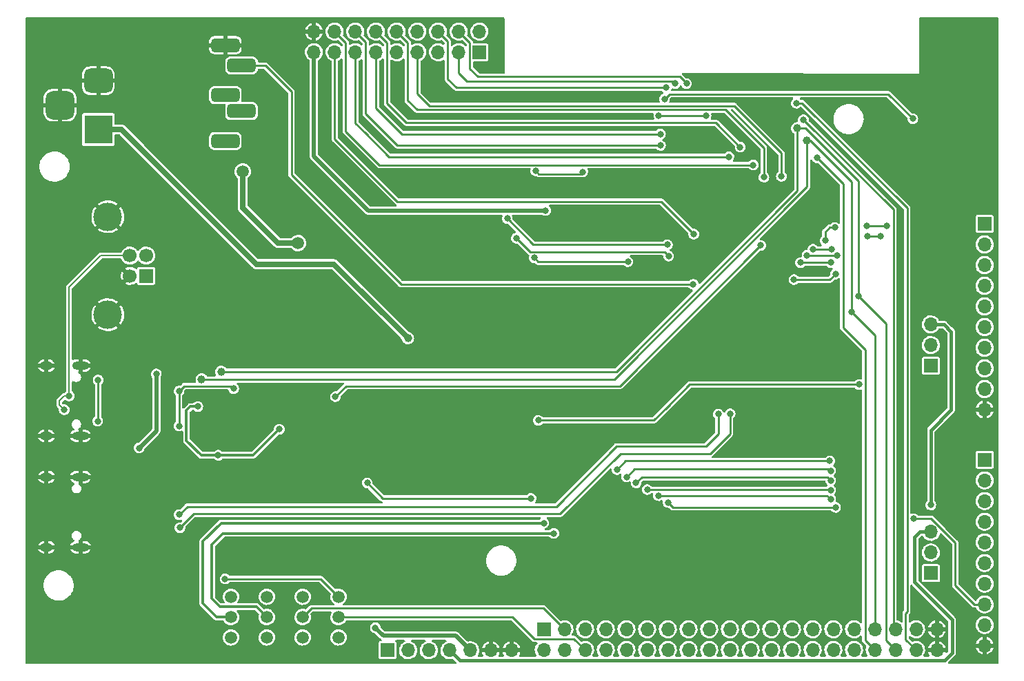
<source format=gbr>
%TF.GenerationSoftware,KiCad,Pcbnew,(6.0.5)*%
%TF.CreationDate,2024-01-23T17:13:34+09:00*%
%TF.ProjectId,ESP32_S2DevelopBoard,45535033-325f-4533-9244-6576656c6f70,rev?*%
%TF.SameCoordinates,Original*%
%TF.FileFunction,Copper,L2,Bot*%
%TF.FilePolarity,Positive*%
%FSLAX46Y46*%
G04 Gerber Fmt 4.6, Leading zero omitted, Abs format (unit mm)*
G04 Created by KiCad (PCBNEW (6.0.5)) date 2024-01-23 17:13:34*
%MOMM*%
%LPD*%
G01*
G04 APERTURE LIST*
G04 Aperture macros list*
%AMRoundRect*
0 Rectangle with rounded corners*
0 $1 Rounding radius*
0 $2 $3 $4 $5 $6 $7 $8 $9 X,Y pos of 4 corners*
0 Add a 4 corners polygon primitive as box body*
4,1,4,$2,$3,$4,$5,$6,$7,$8,$9,$2,$3,0*
0 Add four circle primitives for the rounded corners*
1,1,$1+$1,$2,$3*
1,1,$1+$1,$4,$5*
1,1,$1+$1,$6,$7*
1,1,$1+$1,$8,$9*
0 Add four rect primitives between the rounded corners*
20,1,$1+$1,$2,$3,$4,$5,0*
20,1,$1+$1,$4,$5,$6,$7,0*
20,1,$1+$1,$6,$7,$8,$9,0*
20,1,$1+$1,$8,$9,$2,$3,0*%
G04 Aperture macros list end*
%TA.AperFunction,ComponentPad*%
%ADD10R,1.700000X1.700000*%
%TD*%
%TA.AperFunction,ComponentPad*%
%ADD11O,1.700000X1.700000*%
%TD*%
%TA.AperFunction,ComponentPad*%
%ADD12O,1.600000X1.000000*%
%TD*%
%TA.AperFunction,ComponentPad*%
%ADD13O,2.100000X1.000000*%
%TD*%
%TA.AperFunction,ComponentPad*%
%ADD14C,1.500000*%
%TD*%
%TA.AperFunction,ComponentPad*%
%ADD15C,1.700000*%
%TD*%
%TA.AperFunction,ComponentPad*%
%ADD16C,3.500000*%
%TD*%
%TA.AperFunction,ComponentPad*%
%ADD17RoundRect,0.425000X1.325000X-0.425000X1.325000X0.425000X-1.325000X0.425000X-1.325000X-0.425000X0*%
%TD*%
%TA.AperFunction,ComponentPad*%
%ADD18R,3.500000X3.500000*%
%TD*%
%TA.AperFunction,ComponentPad*%
%ADD19RoundRect,0.750000X-1.000000X0.750000X-1.000000X-0.750000X1.000000X-0.750000X1.000000X0.750000X0*%
%TD*%
%TA.AperFunction,ComponentPad*%
%ADD20RoundRect,0.875000X-0.875000X0.875000X-0.875000X-0.875000X0.875000X-0.875000X0.875000X0.875000X0*%
%TD*%
%TA.AperFunction,ViaPad*%
%ADD21C,0.800000*%
%TD*%
%TA.AperFunction,ViaPad*%
%ADD22C,1.500000*%
%TD*%
%TA.AperFunction,ViaPad*%
%ADD23C,1.000000*%
%TD*%
%TA.AperFunction,Conductor*%
%ADD24C,0.400000*%
%TD*%
%TA.AperFunction,Conductor*%
%ADD25C,0.700000*%
%TD*%
%TA.AperFunction,Conductor*%
%ADD26C,0.500000*%
%TD*%
%TA.AperFunction,Conductor*%
%ADD27C,0.250000*%
%TD*%
%TA.AperFunction,Conductor*%
%ADD28C,0.300000*%
%TD*%
%TA.AperFunction,Conductor*%
%ADD29C,0.200000*%
%TD*%
G04 APERTURE END LIST*
D10*
%TO.P,J2,1,Pin_1*%
%TO.N,/_IO43*%
X204400000Y-116240000D03*
D11*
%TO.P,J2,2,Pin_2*%
%TO.N,/_IO44*%
X204400000Y-118780000D03*
%TO.P,J2,3,Pin_3*%
%TO.N,/_IO8*%
X204400000Y-121320000D03*
%TO.P,J2,4,Pin_4*%
%TO.N,/_IO9*%
X204400000Y-123860000D03*
%TO.P,J2,5,Pin_5*%
%TO.N,/_IO10*%
X204400000Y-126400000D03*
%TO.P,J2,6,Pin_6*%
%TO.N,/_IO11*%
X204400000Y-128940000D03*
%TO.P,J2,7,Pin_7*%
%TO.N,/_IO12*%
X204400000Y-131480000D03*
%TO.P,J2,8,Pin_8*%
%TO.N,/_IO13*%
X204400000Y-134020000D03*
%TO.P,J2,9,Pin_9*%
%TO.N,/signal_v1*%
X204400000Y-136560000D03*
%TO.P,J2,10,Pin_10*%
%TO.N,GND*%
X204400000Y-139100000D03*
%TD*%
D12*
%TO.P,J3,S1,SHIELD*%
%TO.N,GND*%
X89200000Y-104670000D03*
D13*
X93380000Y-104670000D03*
D12*
X89200000Y-113310000D03*
D13*
X93380000Y-113310000D03*
%TD*%
D10*
%TO.P,J4,1,Pin_1*%
%TO.N,/_IO41*%
X204400000Y-87240000D03*
D11*
%TO.P,J4,2,Pin_2*%
%TO.N,/_IO40*%
X204400000Y-89780000D03*
%TO.P,J4,3,Pin_3*%
%TO.N,/_IO39*%
X204400000Y-92320000D03*
%TO.P,J4,4,Pin_4*%
%TO.N,/_IO38*%
X204400000Y-94860000D03*
%TO.P,J4,5,Pin_5*%
%TO.N,/_IO37*%
X204400000Y-97400000D03*
%TO.P,J4,6,Pin_6*%
%TO.N,/_IO36*%
X204400000Y-99940000D03*
%TO.P,J4,7,Pin_7*%
%TO.N,/_IO35*%
X204400000Y-102480000D03*
%TO.P,J4,8,Pin_8*%
%TO.N,/_IO34*%
X204400000Y-105020000D03*
%TO.P,J4,9,Pin_9*%
%TO.N,/signal_v2*%
X204400000Y-107560000D03*
%TO.P,J4,10,Pin_10*%
%TO.N,GND*%
X204400000Y-110100000D03*
%TD*%
D14*
%TO.P,SW1,1,A*%
%TO.N,Net-(SW1-Pad1)*%
X111875000Y-133090000D03*
%TO.P,SW1,2,B*%
%TO.N,/IO1*%
X111875000Y-135590000D03*
%TO.P,SW1,3,C*%
%TO.N,unconnected-(SW1-Pad3)*%
X111875000Y-138090000D03*
%TD*%
%TO.P,SW4,1,A*%
%TO.N,Net-(SW4-Pad1)*%
X125075000Y-133090000D03*
%TO.P,SW4,2,B*%
%TO.N,/HREF*%
X125075000Y-135590000D03*
%TO.P,SW4,3,C*%
%TO.N,unconnected-(SW4-Pad3)*%
X125075000Y-138090000D03*
%TD*%
%TO.P,SW2,1,A*%
%TO.N,Net-(SW2-Pad1)*%
X116275000Y-133090000D03*
%TO.P,SW2,2,B*%
%TO.N,/IO2*%
X116275000Y-135590000D03*
%TO.P,SW2,3,C*%
%TO.N,unconnected-(SW2-Pad3)*%
X116275000Y-138090000D03*
%TD*%
D10*
%TO.P,J10,1,Pin_1*%
%TO.N,/signal_v1*%
X197800000Y-130200000D03*
D11*
%TO.P,J10,2,Pin_2*%
%TO.N,Net-(J10-Pad2)*%
X197800000Y-127660000D03*
%TO.P,J10,3,Pin_3*%
%TO.N,+5V*%
X197800000Y-125120000D03*
%TD*%
D10*
%TO.P,J11,1,Pin_1*%
%TO.N,/RESET*%
X131075000Y-139665000D03*
D11*
%TO.P,J11,2,Pin_2*%
%TO.N,/POWER*%
X133615000Y-139665000D03*
%TO.P,J11,3,Pin_3*%
%TO.N,/Vin*%
X136155000Y-139665000D03*
%TO.P,J11,4,Pin_4*%
%TO.N,+5V*%
X138695000Y-139665000D03*
%TO.P,J11,5,Pin_5*%
%TO.N,+3V3*%
X141235000Y-139665000D03*
%TO.P,J11,6,Pin_6*%
%TO.N,GND*%
X143775000Y-139665000D03*
%TO.P,J11,7,Pin_7*%
X146315000Y-139665000D03*
%TD*%
D10*
%TO.P,J8,1,VBUS*%
%TO.N,/VBUS_1*%
X101452500Y-93640000D03*
D15*
%TO.P,J8,2,D-*%
%TO.N,/USB_COM-*%
X101452500Y-91140000D03*
%TO.P,J8,3,D+*%
%TO.N,/USB_COM+*%
X99452500Y-91140000D03*
%TO.P,J8,4,GND*%
%TO.N,GND*%
X99452500Y-93640000D03*
D16*
%TO.P,J8,5,Shield*%
X96742500Y-98410000D03*
X96742500Y-86370000D03*
%TD*%
D17*
%TO.P,U8,1,GND*%
%TO.N,GND*%
X111175000Y-65265000D03*
%TO.P,U8,2,R_N*%
%TO.N,unconnected-(U8-Pad2)*%
X111175000Y-71415000D03*
%TO.P,U8,3,R*%
%TO.N,/IO18*%
X113175000Y-73365000D03*
%TO.P,U8,4,L_N*%
%TO.N,unconnected-(U8-Pad4)*%
X111175000Y-77065000D03*
%TO.P,U8,5,L*%
%TO.N,/IO17*%
X113175000Y-67765000D03*
%TD*%
D13*
%TO.P,J6,S1,SHIELD*%
%TO.N,GND*%
X93395000Y-118370000D03*
X93395000Y-127010000D03*
D12*
X89215000Y-118370000D03*
X89215000Y-127010000D03*
%TD*%
D18*
%TO.P,J1,1*%
%TO.N,/POWER*%
X95582500Y-75640000D03*
D19*
%TO.P,J1,2*%
%TO.N,GND*%
X95582500Y-69640000D03*
D20*
%TO.P,J1,3*%
X90882500Y-72640000D03*
%TD*%
D14*
%TO.P,SW3,1,A*%
%TO.N,Net-(SW3-Pad1)*%
X120675000Y-133090000D03*
%TO.P,SW3,2,B*%
%TO.N,/IO3*%
X120675000Y-135590000D03*
%TO.P,SW3,3,C*%
%TO.N,unconnected-(SW3-Pad3)*%
X120675000Y-138090000D03*
%TD*%
D10*
%TO.P,J14,1,Pin_1*%
%TO.N,/IO2*%
X142375000Y-66140000D03*
D11*
%TO.P,J14,2,Pin_2*%
%TO.N,/IO1*%
X142375000Y-63600000D03*
%TO.P,J14,3,Pin_3*%
%TO.N,/IO12*%
X139835000Y-66140000D03*
%TO.P,J14,4,Pin_4*%
%TO.N,/IO14*%
X139835000Y-63600000D03*
%TO.P,J14,5,Pin_5*%
%TO.N,/IO13*%
X137295000Y-66140000D03*
%TO.P,J14,6,Pin_6*%
%TO.N,/IO5*%
X137295000Y-63600000D03*
%TO.P,J14,7,Pin_7*%
%TO.N,/IO40*%
X134755000Y-66140000D03*
%TO.P,J14,8,Pin_8*%
%TO.N,/IO15*%
X134755000Y-63600000D03*
%TO.P,J14,9,Pin_9*%
%TO.N,/IO16*%
X132215000Y-66140000D03*
%TO.P,J14,10,Pin_10*%
%TO.N,/IO39*%
X132215000Y-63600000D03*
%TO.P,J14,11,Pin_11*%
%TO.N,/IO3*%
X129675000Y-66140000D03*
%TO.P,J14,12,Pin_12*%
%TO.N,/IO42*%
X129675000Y-63600000D03*
%TO.P,J14,13,Pin_13*%
%TO.N,/IO38*%
X127135000Y-66140000D03*
%TO.P,J14,14,Pin_14*%
%TO.N,/HREF*%
X127135000Y-63600000D03*
%TO.P,J14,15,Pin_15*%
%TO.N,/IO18*%
X124595000Y-66140000D03*
%TO.P,J14,16,Pin_16*%
%TO.N,/IO41*%
X124595000Y-63600000D03*
%TO.P,J14,17,Pin_17*%
%TO.N,+3V3*%
X122055000Y-66140000D03*
%TO.P,J14,18,Pin_18*%
%TO.N,GND*%
X122055000Y-63600000D03*
%TD*%
D10*
%TO.P,J5,1,Pin_1*%
%TO.N,/IO1*%
X150275000Y-137100000D03*
D11*
%TO.P,J5,2,Pin_2*%
%TO.N,/IO0*%
X150275000Y-139640000D03*
%TO.P,J5,3,Pin_3*%
%TO.N,/IO3*%
X152815000Y-137100000D03*
%TO.P,J5,4,Pin_4*%
%TO.N,/IO2*%
X152815000Y-139640000D03*
%TO.P,J5,5,Pin_5*%
%TO.N,/IO5*%
X155355000Y-137100000D03*
%TO.P,J5,6,Pin_6*%
%TO.N,/HREF*%
X155355000Y-139640000D03*
%TO.P,J5,7,Pin_7*%
%TO.N,/IO7*%
X157895000Y-137100000D03*
%TO.P,J5,8,Pin_8*%
%TO.N,/IO6*%
X157895000Y-139640000D03*
%TO.P,J5,9,Pin_9*%
%TO.N,/IO9*%
X160435000Y-137100000D03*
%TO.P,J5,10,Pin_10*%
%TO.N,/IO8*%
X160435000Y-139640000D03*
%TO.P,J5,11,Pin_11*%
%TO.N,/IO11*%
X162975000Y-137100000D03*
%TO.P,J5,12,Pin_12*%
%TO.N,/IO10*%
X162975000Y-139640000D03*
%TO.P,J5,13,Pin_13*%
%TO.N,/IO13*%
X165515000Y-137100000D03*
%TO.P,J5,14,Pin_14*%
%TO.N,/IO12*%
X165515000Y-139640000D03*
%TO.P,J5,15,Pin_15*%
%TO.N,/IO15*%
X168055000Y-137100000D03*
%TO.P,J5,16,Pin_16*%
%TO.N,/IO14*%
X168055000Y-139640000D03*
%TO.P,J5,17,Pin_17*%
%TO.N,/IO17*%
X170595000Y-137100000D03*
%TO.P,J5,18,Pin_18*%
%TO.N,/IO16*%
X170595000Y-139640000D03*
%TO.P,J5,19,Pin_19*%
%TO.N,/IO19*%
X173135000Y-137100000D03*
%TO.P,J5,20,Pin_20*%
%TO.N,/IO18*%
X173135000Y-139640000D03*
%TO.P,J5,21,Pin_21*%
%TO.N,/IO21*%
X175675000Y-137100000D03*
%TO.P,J5,22,Pin_22*%
%TO.N,/IO20*%
X175675000Y-139640000D03*
%TO.P,J5,23,Pin_23*%
%TO.N,/IO33*%
X178215000Y-137100000D03*
%TO.P,J5,24,Pin_24*%
%TO.N,/IO26*%
X178215000Y-139640000D03*
%TO.P,J5,25,Pin_25*%
%TO.N,/IO35*%
X180755000Y-137100000D03*
%TO.P,J5,26,Pin_26*%
%TO.N,/IO34*%
X180755000Y-139640000D03*
%TO.P,J5,27,Pin_27*%
%TO.N,/IO37*%
X183295000Y-137100000D03*
%TO.P,J5,28,Pin_28*%
%TO.N,/IO36*%
X183295000Y-139640000D03*
%TO.P,J5,29,Pin_29*%
%TO.N,/IO39*%
X185835000Y-137100000D03*
%TO.P,J5,30,Pin_30*%
%TO.N,/IO38*%
X185835000Y-139640000D03*
%TO.P,J5,31,Pin_31*%
%TO.N,/IO41*%
X188375000Y-137100000D03*
%TO.P,J5,32,Pin_32*%
%TO.N,/IO40*%
X188375000Y-139640000D03*
%TO.P,J5,33,Pin_33*%
%TO.N,/IO43*%
X190915000Y-137100000D03*
%TO.P,J5,34,Pin_34*%
%TO.N,/IO42*%
X190915000Y-139640000D03*
%TO.P,J5,35,Pin_35*%
%TO.N,/IO45*%
X193455000Y-137100000D03*
%TO.P,J5,36,Pin_36*%
%TO.N,/IO44*%
X193455000Y-139640000D03*
%TO.P,J5,37,Pin_37*%
%TO.N,unconnected-(J5-Pad37)*%
X195995000Y-137100000D03*
%TO.P,J5,38,Pin_38*%
%TO.N,/IO46*%
X195995000Y-139640000D03*
%TO.P,J5,39,Pin_39*%
%TO.N,GND*%
X198535000Y-137100000D03*
%TO.P,J5,40,Pin_40*%
X198535000Y-139640000D03*
%TD*%
D10*
%TO.P,J13,1,Pin_1*%
%TO.N,/signal_v2*%
X197800000Y-104690000D03*
D11*
%TO.P,J13,2,Pin_2*%
%TO.N,Net-(J13-Pad2)*%
X197800000Y-102150000D03*
%TO.P,J13,3,Pin_3*%
%TO.N,+5V*%
X197800000Y-99610000D03*
%TD*%
D21*
%TO.N,+5V*%
X197800000Y-121800000D03*
%TO.N,GND*%
X107800000Y-99200000D03*
X176900000Y-73300000D03*
X187200000Y-69600000D03*
X142400000Y-74000000D03*
X132000000Y-96700000D03*
X133400000Y-81700000D03*
X140700000Y-109100000D03*
X163200000Y-98900000D03*
X148500000Y-100400000D03*
X149100000Y-71600000D03*
X108300000Y-112100000D03*
X120000000Y-103400000D03*
X119100000Y-109400000D03*
X149700000Y-103200000D03*
X185200000Y-85400000D03*
X136300000Y-74000000D03*
X140600000Y-101400000D03*
X135500000Y-89500000D03*
X194100000Y-128600000D03*
X163200000Y-96200000D03*
X137300000Y-68800000D03*
X196400000Y-79600000D03*
X133500000Y-73300000D03*
X161000000Y-101000000D03*
X147600000Y-113500000D03*
X118900000Y-113900000D03*
X154000000Y-71600000D03*
X191800000Y-69600000D03*
X147300000Y-83200000D03*
X196400000Y-69600000D03*
X112600000Y-110900000D03*
X140600000Y-91400000D03*
X201100000Y-84700000D03*
X128000000Y-98700000D03*
X126400000Y-92100000D03*
X111800000Y-110100000D03*
X194100000Y-125100000D03*
X124500000Y-114600000D03*
X147300000Y-81300000D03*
X129700000Y-116000000D03*
X185800000Y-128600000D03*
X140100000Y-71600000D03*
X185800000Y-124100000D03*
X194100000Y-132500000D03*
X115500000Y-112500000D03*
X129700000Y-109400000D03*
X188200000Y-126000000D03*
X177800000Y-96600000D03*
X149200000Y-87400000D03*
X183100000Y-84300000D03*
X149300000Y-82800000D03*
X170700000Y-77900000D03*
X177800000Y-103200000D03*
X161000000Y-96200000D03*
X196400000Y-95900000D03*
X113000000Y-99100000D03*
X123400000Y-73600000D03*
X194100000Y-123600000D03*
X196400000Y-98200000D03*
X168600000Y-76400000D03*
X148200000Y-109000000D03*
X192100000Y-78850000D03*
X182400000Y-69600000D03*
X130700000Y-103300000D03*
X196400000Y-84800000D03*
D22*
%TO.N,/Vin*%
X120100000Y-89600000D03*
X113310000Y-80790000D03*
D21*
%TO.N,+3V3*%
X149600000Y-111400000D03*
X129600000Y-136900000D03*
X110300000Y-115700000D03*
X150500000Y-85600000D03*
X186000000Y-87700000D03*
X189000000Y-107000000D03*
X107800000Y-109700000D03*
X184824500Y-89300000D03*
X117800000Y-112500000D03*
%TO.N,/RESET*%
X176900000Y-89900000D03*
X124700000Y-108500000D03*
D23*
%TO.N,/POWER*%
X133600000Y-101300000D03*
D21*
%TO.N,/USB_5V*%
X100600000Y-114800000D03*
X102700000Y-105700000D03*
%TO.N,/VBUS_1*%
X95500000Y-111500000D03*
X95560000Y-106440000D03*
X112200500Y-107500000D03*
X105500000Y-107800000D03*
X105500000Y-112100000D03*
%TO.N,/_IO13*%
X195675500Y-123500000D03*
%TO.N,/USB_COM+*%
X91400000Y-110100000D03*
X92000000Y-108400000D03*
%TO.N,/IO0*%
X148700000Y-121000000D03*
X195585000Y-74315000D03*
X165100000Y-71900000D03*
X128600000Y-119100000D03*
%TO.N,/IO1*%
X170200000Y-73924500D03*
X150275000Y-124025000D03*
X164400000Y-73924500D03*
%TO.N,/IO2*%
X155050000Y-80850000D03*
X149300000Y-80724500D03*
X151500000Y-125300000D03*
%TO.N,/IO3*%
X164600000Y-76200000D03*
%TO.N,/HREF*%
X164600000Y-77600000D03*
%TO.N,/IO5*%
X165300000Y-70500000D03*
%TO.N,/IO8*%
X185400000Y-116400000D03*
X159260489Y-117460489D03*
%TO.N,/IO9*%
X160435000Y-118365000D03*
X185500000Y-117600000D03*
%TO.N,/IO10*%
X185500000Y-118800000D03*
X161609511Y-119090489D03*
%TO.N,/IO11*%
X185500000Y-120000000D03*
X162975000Y-119925000D03*
%TO.N,/IO12*%
X164340489Y-120659511D03*
X185500000Y-121100000D03*
X166400000Y-70000000D03*
%TO.N,/IO13*%
X149112299Y-91424500D03*
X160600000Y-91900000D03*
X186100000Y-122100000D03*
X165515000Y-121485000D03*
%TO.N,/IO14*%
X167800000Y-70000000D03*
%TO.N,/IO15*%
X146900000Y-89000000D03*
X165600000Y-91200000D03*
%TO.N,/IO16*%
X145800000Y-86600000D03*
X165446991Y-89806018D03*
%TO.N,/IO17*%
X168625000Y-94675000D03*
%TO.N,/IO18*%
X168700000Y-88500000D03*
%TO.N,/IO19*%
X105500000Y-123000000D03*
X171700000Y-110625000D03*
%TO.N,/IO20*%
X105600000Y-124600000D03*
X173150000Y-110600000D03*
%TO.N,/IO34*%
X186100000Y-93400000D03*
X181000000Y-94100000D03*
%TO.N,/IO35*%
X185500000Y-92000000D03*
X181800000Y-92000000D03*
%TO.N,/IO36*%
X186300000Y-91100000D03*
X182600000Y-91100000D03*
%TO.N,/IO37*%
X185593245Y-90375500D03*
X183324511Y-90375489D03*
%TO.N,/IO38*%
X173000000Y-79000000D03*
%TO.N,/IO39*%
X177300000Y-81500000D03*
%TO.N,/IO40*%
X190000000Y-88800000D03*
X191600000Y-88800000D03*
X179450000Y-81400000D03*
%TO.N,/IO41*%
X176000000Y-80000000D03*
X192400000Y-87500000D03*
X189900000Y-87500000D03*
%TO.N,/IO42*%
X183800000Y-79100000D03*
X174400000Y-77800000D03*
%TO.N,/IO43*%
X188100000Y-98100000D03*
D23*
X182600000Y-77000000D03*
X108275000Y-106375500D03*
%TO.N,/IO44*%
X181400000Y-75500000D03*
X110675000Y-105425000D03*
D21*
X188900000Y-96100000D03*
%TO.N,/IO45*%
X182150000Y-74450000D03*
%TO.N,/IO46*%
X181300000Y-72400000D03*
%TO.N,Net-(SW4-Pad1)*%
X111150500Y-130900000D03*
%TD*%
D24*
%TO.N,+5V*%
X200300000Y-110100000D02*
X200300000Y-100500000D01*
X200300000Y-100500000D02*
X199410000Y-99610000D01*
X197800000Y-125120000D02*
X196480000Y-125120000D01*
X200400000Y-135900000D02*
X200400000Y-140000000D01*
X195800000Y-125800000D02*
X195800000Y-131300000D01*
X197800000Y-121800000D02*
X197800000Y-112600000D01*
X195800000Y-131300000D02*
X200400000Y-135900000D01*
X199485489Y-140914511D02*
X139944511Y-140914511D01*
X200400000Y-140000000D02*
X199485489Y-140914511D01*
X139944511Y-140914511D02*
X138695000Y-139665000D01*
X197800000Y-112600000D02*
X200300000Y-110100000D01*
X196480000Y-125120000D02*
X195800000Y-125800000D01*
X199410000Y-99610000D02*
X197800000Y-99610000D01*
D25*
%TO.N,/Vin*%
X117650000Y-89600000D02*
X120100000Y-89600000D01*
X113310000Y-85260000D02*
X117650000Y-89600000D01*
X113310000Y-80790000D02*
X113310000Y-85260000D01*
D26*
%TO.N,+3V3*%
X129600000Y-136900000D02*
X130600000Y-137900000D01*
D27*
X163800000Y-111400000D02*
X149600000Y-111400000D01*
D26*
X139470000Y-137900000D02*
X141235000Y-139665000D01*
X128700000Y-85600000D02*
X150500000Y-85600000D01*
D28*
X107800000Y-109700000D02*
X106900000Y-109700000D01*
X110300000Y-115700000D02*
X114600000Y-115700000D01*
D26*
X122055000Y-78955000D02*
X128700000Y-85600000D01*
X122055000Y-66140000D02*
X122055000Y-78955000D01*
D28*
X114600000Y-115700000D02*
X117800000Y-112500000D01*
D27*
X168200000Y-107000000D02*
X165400000Y-109800000D01*
D28*
X106400000Y-113900000D02*
X108200000Y-115700000D01*
X108200000Y-115700000D02*
X110300000Y-115700000D01*
X106400000Y-110200000D02*
X106400000Y-113900000D01*
D27*
X184824500Y-88225500D02*
X184824500Y-89300000D01*
D26*
X130600000Y-137900000D02*
X139470000Y-137900000D01*
D27*
X186000000Y-87700000D02*
X185350000Y-87700000D01*
X185350000Y-87700000D02*
X184824500Y-88225500D01*
X165400000Y-109800000D02*
X163800000Y-111400000D01*
D28*
X106900000Y-109700000D02*
X106400000Y-110200000D01*
D27*
X189000000Y-107000000D02*
X168200000Y-107000000D01*
%TO.N,/RESET*%
X176900000Y-89900000D02*
X159600000Y-107200000D01*
X126000000Y-107200000D02*
X124700000Y-108500000D01*
X159600000Y-107200000D02*
X126000000Y-107200000D01*
D25*
%TO.N,/POWER*%
X98440000Y-75640000D02*
X95582500Y-75640000D01*
X124500000Y-92200000D02*
X115000000Y-92200000D01*
X115000000Y-92200000D02*
X98440000Y-75640000D01*
X133600000Y-101300000D02*
X124500000Y-92200000D01*
D26*
%TO.N,/USB_5V*%
X102700000Y-112700000D02*
X100600000Y-114800000D01*
X102700000Y-105700000D02*
X102700000Y-112700000D01*
D27*
%TO.N,/VBUS_1*%
X95560000Y-106440000D02*
X95560000Y-111440000D01*
X111900500Y-107200000D02*
X112200500Y-107500000D01*
X105500000Y-112100000D02*
X105500000Y-107800000D01*
X105500000Y-107800000D02*
X106100000Y-107200000D01*
X95560000Y-111440000D02*
X95500000Y-111500000D01*
X106100000Y-107200000D02*
X111900500Y-107200000D01*
%TO.N,/_IO13*%
X197841010Y-123500000D02*
X200800000Y-126458990D01*
X203120000Y-134020000D02*
X204400000Y-134020000D01*
X195675500Y-123500000D02*
X197841010Y-123500000D01*
X200800000Y-126458990D02*
X200800000Y-131700000D01*
X200800000Y-131700000D02*
X203120000Y-134020000D01*
D29*
%TO.N,/USB_COM+*%
X90800000Y-109000000D02*
X90800000Y-109500000D01*
X92000000Y-108400000D02*
X91400000Y-108400000D01*
X91400000Y-108400000D02*
X90800000Y-109000000D01*
X95860000Y-91140000D02*
X92000000Y-95000000D01*
X90800000Y-109500000D02*
X91400000Y-110100000D01*
X92000000Y-95000000D02*
X92000000Y-108400000D01*
X99452500Y-91140000D02*
X95860000Y-91140000D01*
D27*
%TO.N,/IO0*%
X165100000Y-71900000D02*
X165700000Y-71300000D01*
X192570000Y-71300000D02*
X195585000Y-74315000D01*
X128600000Y-119100000D02*
X130500000Y-121000000D01*
X130500000Y-121000000D02*
X148700000Y-121000000D01*
X165700000Y-71300000D02*
X192570000Y-71300000D01*
D28*
%TO.N,/IO1*%
X108400000Y-126300000D02*
X110675000Y-124025000D01*
D27*
X164400000Y-73924500D02*
X170200000Y-73924500D01*
D28*
X110090000Y-135590000D02*
X108400000Y-133900000D01*
X111875000Y-135590000D02*
X110090000Y-135590000D01*
X108400000Y-133900000D02*
X108400000Y-126300000D01*
X110675000Y-124025000D02*
X150275000Y-124025000D01*
D27*
%TO.N,/IO2*%
X149675500Y-81100000D02*
X154800000Y-81100000D01*
D28*
X116275000Y-135590000D02*
X114985000Y-134300000D01*
X109500000Y-126700000D02*
X110900000Y-125300000D01*
D27*
X149300000Y-80724500D02*
X149675500Y-81100000D01*
D28*
X114985000Y-134300000D02*
X110500000Y-134300000D01*
X109500000Y-133300000D02*
X109500000Y-126700000D01*
X110900000Y-125300000D02*
X151500000Y-125300000D01*
X110500000Y-134300000D02*
X109500000Y-133300000D01*
D27*
X154800000Y-81100000D02*
X155050000Y-80850000D01*
%TO.N,/IO3*%
X132900000Y-76200000D02*
X164600000Y-76200000D01*
X150230489Y-134515489D02*
X152815000Y-137100000D01*
X129675000Y-72975000D02*
X132900000Y-76200000D01*
X129675000Y-66140000D02*
X129675000Y-72975000D01*
X120675000Y-135590000D02*
X121749511Y-134515489D01*
X121749511Y-134515489D02*
X150230489Y-134515489D01*
%TO.N,/HREF*%
X128400000Y-72000000D02*
X128400000Y-73700000D01*
X132300000Y-77600000D02*
X164600000Y-77600000D01*
X128400000Y-73700000D02*
X131100000Y-76400000D01*
X131100000Y-76400000D02*
X132300000Y-77600000D01*
X127135000Y-63600000D02*
X128400000Y-64865000D01*
X125075000Y-135590000D02*
X146415978Y-135590000D01*
X146415978Y-135590000D02*
X149100489Y-138274511D01*
X128400000Y-64865000D02*
X128400000Y-72000000D01*
X149100489Y-138274511D02*
X153989511Y-138274511D01*
X153989511Y-138274511D02*
X155355000Y-139640000D01*
%TO.N,/IO5*%
X138469511Y-69419511D02*
X138469511Y-64774511D01*
X138469511Y-64774511D02*
X137295000Y-63600000D01*
X139550000Y-70500000D02*
X138469511Y-69419511D01*
X165300000Y-70500000D02*
X139550000Y-70500000D01*
%TO.N,/IO8*%
X161200000Y-116400000D02*
X185400000Y-116400000D01*
X159260489Y-117460489D02*
X160320978Y-116400000D01*
X160320978Y-116400000D02*
X161200000Y-116400000D01*
%TO.N,/IO9*%
X160435000Y-118365000D02*
X161400000Y-117400000D01*
X164900000Y-117400000D02*
X185300000Y-117400000D01*
X185300000Y-117400000D02*
X185500000Y-117600000D01*
X161400000Y-117400000D02*
X164900000Y-117400000D01*
%TO.N,/IO10*%
X161609511Y-119090489D02*
X162300000Y-118400000D01*
X164100000Y-118400000D02*
X185100000Y-118400000D01*
X162300000Y-118400000D02*
X164100000Y-118400000D01*
X185100000Y-118400000D02*
X185500000Y-118800000D01*
%TO.N,/IO11*%
X162975000Y-119925000D02*
X185425000Y-119925000D01*
X185425000Y-119925000D02*
X185500000Y-120000000D01*
%TO.N,/IO12*%
X140850000Y-69700000D02*
X139835000Y-68685000D01*
X166400000Y-70000000D02*
X166100000Y-69700000D01*
X185059511Y-120659511D02*
X185500000Y-121100000D01*
X164340489Y-120659511D02*
X185059511Y-120659511D01*
X166100000Y-69700000D02*
X140850000Y-69700000D01*
X139835000Y-68685000D02*
X139835000Y-66140000D01*
%TO.N,/IO13*%
X165515000Y-121485000D02*
X166130000Y-122100000D01*
X168100000Y-122100000D02*
X186100000Y-122100000D01*
X149112299Y-91424500D02*
X149587799Y-91900000D01*
X149587799Y-91900000D02*
X160600000Y-91900000D01*
X166130000Y-122100000D02*
X168100000Y-122100000D01*
%TO.N,/IO14*%
X142200000Y-69150000D02*
X141200489Y-68150489D01*
X141200489Y-68150489D02*
X141200489Y-64965489D01*
X141200489Y-64965489D02*
X139835000Y-63600000D01*
X167800000Y-70000000D02*
X166950000Y-69150000D01*
X166950000Y-69150000D02*
X142200000Y-69150000D01*
%TO.N,/IO15*%
X146900000Y-89000000D02*
X148600000Y-90700000D01*
X165100000Y-90700000D02*
X165600000Y-91200000D01*
X148600000Y-90700000D02*
X165100000Y-90700000D01*
%TO.N,/IO16*%
X149000000Y-89800000D02*
X145800000Y-86600000D01*
X165440973Y-89800000D02*
X149000000Y-89800000D01*
X165446991Y-89806018D02*
X165440973Y-89800000D01*
%TO.N,/IO17*%
X119300000Y-71000000D02*
X119300000Y-81200000D01*
X116065000Y-67765000D02*
X119300000Y-71000000D01*
X119300000Y-81200000D02*
X132775000Y-94675000D01*
X132775000Y-94675000D02*
X168625000Y-94675000D01*
X113175000Y-67765000D02*
X116065000Y-67765000D01*
%TO.N,/IO18*%
X124595000Y-66140000D02*
X124595000Y-76795000D01*
X132300000Y-84500000D02*
X164000000Y-84500000D01*
X124595000Y-76795000D02*
X126700000Y-78900000D01*
X164000000Y-84500000D02*
X164700000Y-84500000D01*
X164700000Y-84500000D02*
X168700000Y-88500000D01*
X126700000Y-78900000D02*
X132300000Y-84500000D01*
%TO.N,/IO19*%
X159200000Y-114600000D02*
X170200000Y-114600000D01*
X151800000Y-122000000D02*
X159200000Y-114600000D01*
X105500000Y-123000000D02*
X106500000Y-122000000D01*
X106500000Y-122000000D02*
X151800000Y-122000000D01*
X171700000Y-113100000D02*
X171700000Y-110625000D01*
X170200000Y-114600000D02*
X171700000Y-113100000D01*
%TO.N,/IO20*%
X107300000Y-122900000D02*
X152300000Y-122900000D01*
X152300000Y-122900000D02*
X159700000Y-115500000D01*
X170700000Y-115500000D02*
X173150000Y-113050000D01*
X105600000Y-124600000D02*
X107300000Y-122900000D01*
X159700000Y-115500000D02*
X170700000Y-115500000D01*
X173150000Y-113050000D02*
X173150000Y-110600000D01*
%TO.N,/IO34*%
X185400000Y-94100000D02*
X186100000Y-93400000D01*
X181000000Y-94100000D02*
X185400000Y-94100000D01*
%TO.N,/IO35*%
X181800000Y-92000000D02*
X185500000Y-92000000D01*
%TO.N,/IO36*%
X182600000Y-91100000D02*
X186300000Y-91100000D01*
%TO.N,/IO37*%
X185593245Y-90375500D02*
X185593234Y-90375489D01*
X185593234Y-90375489D02*
X183324511Y-90375489D01*
%TO.N,/IO38*%
X127135000Y-66140000D02*
X127135000Y-74835000D01*
X131300000Y-79000000D02*
X173000000Y-79000000D01*
X128400000Y-76100000D02*
X131300000Y-79000000D01*
X127135000Y-74835000D02*
X128400000Y-76100000D01*
%TO.N,/IO39*%
X134700000Y-73200000D02*
X172600000Y-73200000D01*
X172600000Y-73200000D02*
X177300000Y-77900000D01*
X133580489Y-72080489D02*
X134700000Y-73200000D01*
X133580489Y-64965489D02*
X133580489Y-72080489D01*
X132215000Y-63600000D02*
X133580489Y-64965489D01*
X177300000Y-77900000D02*
X177300000Y-81500000D01*
%TO.N,/IO40*%
X136250480Y-72750480D02*
X134755000Y-71255000D01*
X173650480Y-72750480D02*
X136250480Y-72750480D01*
X134755000Y-71255000D02*
X134755000Y-66140000D01*
X191600000Y-88800000D02*
X190000000Y-88800000D01*
X179450000Y-81400000D02*
X179450000Y-78550000D01*
X179450000Y-78550000D02*
X173650480Y-72750480D01*
%TO.N,/IO41*%
X125960489Y-64965489D02*
X125960489Y-75860489D01*
X192400000Y-87500000D02*
X189900000Y-87500000D01*
X124595000Y-63600000D02*
X125960489Y-64965489D01*
X130100000Y-80000000D02*
X176000000Y-80000000D01*
X125960489Y-75860489D02*
X127900000Y-77800000D01*
X127900000Y-77800000D02*
X130100000Y-80000000D01*
%TO.N,/IO42*%
X187024511Y-100024511D02*
X189740489Y-102740489D01*
X131040489Y-64965489D02*
X131040489Y-72440489D01*
X133400000Y-74800000D02*
X171400000Y-74800000D01*
X183800000Y-79100000D02*
X187024511Y-82324511D01*
X189740489Y-102740489D02*
X189740489Y-138465489D01*
X131040489Y-72440489D02*
X133400000Y-74800000D01*
X187024511Y-82324511D02*
X187024511Y-100024511D01*
X129675000Y-63600000D02*
X131040489Y-64965489D01*
X171400000Y-74800000D02*
X174400000Y-77800000D01*
X189740489Y-138465489D02*
X190915000Y-139640000D01*
%TO.N,/IO43*%
X182600000Y-77000000D02*
X183000000Y-77000000D01*
X188100000Y-98100000D02*
X190915000Y-100915000D01*
X108275000Y-106375500D02*
X158924500Y-106375500D01*
X182600000Y-82700000D02*
X182600000Y-77000000D01*
X190915000Y-100915000D02*
X190915000Y-137100000D01*
X158924500Y-106375500D02*
X182600000Y-82700000D01*
X183000000Y-77000000D02*
X188100000Y-82100000D01*
X188100000Y-82100000D02*
X188100000Y-98100000D01*
%TO.N,/IO44*%
X181400000Y-83200000D02*
X181400000Y-75500000D01*
X159175000Y-105425000D02*
X181400000Y-83200000D01*
X188900000Y-82000000D02*
X188900000Y-96100000D01*
X188900000Y-96100000D02*
X192280489Y-99480489D01*
X181400000Y-75500000D02*
X182400000Y-75500000D01*
X110675000Y-105425000D02*
X159175000Y-105425000D01*
X182400000Y-75500000D02*
X188900000Y-82000000D01*
X192280489Y-138465489D02*
X193455000Y-139640000D01*
X192280489Y-99480489D02*
X192280489Y-138465489D01*
%TO.N,/IO45*%
X193200000Y-136845000D02*
X193455000Y-137100000D01*
X182150000Y-74450000D02*
X193200000Y-85500000D01*
X193200000Y-85500000D02*
X193200000Y-136845000D01*
%TO.N,/IO46*%
X194900000Y-85300000D02*
X194900000Y-134916995D01*
X182000000Y-72400000D02*
X194900000Y-85300000D01*
X194700000Y-135116995D02*
X194700000Y-138345000D01*
X181300000Y-72400000D02*
X182000000Y-72400000D01*
X194900000Y-134916995D02*
X194700000Y-135116995D01*
X194700000Y-138345000D02*
X195995000Y-139640000D01*
%TO.N,Net-(SW4-Pad1)*%
X111150500Y-130900000D02*
X122885000Y-130900000D01*
X122885000Y-130900000D02*
X125075000Y-133090000D01*
%TD*%
%TA.AperFunction,Conductor*%
%TO.N,GND*%
G36*
X145392121Y-61864502D02*
G01*
X145438614Y-61918158D01*
X145450000Y-61970500D01*
X145450000Y-68600000D01*
X145455325Y-68600021D01*
X145457962Y-68609003D01*
X145457962Y-68679999D01*
X145419578Y-68739725D01*
X145354997Y-68769218D01*
X145337066Y-68770500D01*
X142409384Y-68770500D01*
X142341263Y-68750498D01*
X142320289Y-68733595D01*
X141616894Y-68030200D01*
X141582868Y-67967888D01*
X141579989Y-67941105D01*
X141579989Y-67370500D01*
X141599991Y-67302379D01*
X141653647Y-67255886D01*
X141705989Y-67244500D01*
X143171874Y-67244499D01*
X143250066Y-67244499D01*
X143285818Y-67237388D01*
X143312126Y-67232156D01*
X143312128Y-67232155D01*
X143324301Y-67229734D01*
X143334621Y-67222839D01*
X143334622Y-67222838D01*
X143398168Y-67180377D01*
X143408484Y-67173484D01*
X143451644Y-67108892D01*
X143457839Y-67099620D01*
X143464734Y-67089301D01*
X143479500Y-67015067D01*
X143479499Y-65264934D01*
X143469450Y-65214411D01*
X143467156Y-65202874D01*
X143467155Y-65202872D01*
X143464734Y-65190699D01*
X143456300Y-65178076D01*
X143415377Y-65116832D01*
X143408484Y-65106516D01*
X143324301Y-65050266D01*
X143250067Y-65035500D01*
X143170492Y-65035500D01*
X141703651Y-65035501D01*
X141635530Y-65015499D01*
X141589037Y-64961843D01*
X141579361Y-64930190D01*
X141576820Y-64914925D01*
X141575983Y-64909046D01*
X141571183Y-64868488D01*
X141571183Y-64868487D01*
X141569959Y-64858148D01*
X141565996Y-64849896D01*
X141564493Y-64840863D01*
X141540154Y-64795755D01*
X141537458Y-64790464D01*
X141518704Y-64751407D01*
X141518701Y-64751403D01*
X141515270Y-64744257D01*
X141511675Y-64739981D01*
X141509752Y-64738058D01*
X141507980Y-64736126D01*
X141507937Y-64736047D01*
X141508061Y-64735934D01*
X141507585Y-64735394D01*
X141504499Y-64729675D01*
X141464902Y-64693072D01*
X141461337Y-64689643D01*
X140897281Y-64125587D01*
X140863255Y-64063275D01*
X140867063Y-63995991D01*
X140875795Y-63970269D01*
X140883219Y-63948396D01*
X140911728Y-63864413D01*
X140911728Y-63864412D01*
X140913584Y-63858945D01*
X140914412Y-63853236D01*
X140914413Y-63853231D01*
X140942179Y-63661727D01*
X140942712Y-63658053D01*
X140944232Y-63600000D01*
X140941564Y-63570964D01*
X141266148Y-63570964D01*
X141279424Y-63773522D01*
X141280845Y-63779118D01*
X141280846Y-63779123D01*
X141327927Y-63964502D01*
X141329392Y-63970269D01*
X141331809Y-63975512D01*
X141368912Y-64055994D01*
X141414377Y-64154616D01*
X141431692Y-64179116D01*
X141522158Y-64307123D01*
X141531533Y-64320389D01*
X141676938Y-64462035D01*
X141845720Y-64574812D01*
X141851023Y-64577090D01*
X141851026Y-64577092D01*
X141996267Y-64639492D01*
X142032228Y-64654942D01*
X142086268Y-64667170D01*
X142224579Y-64698467D01*
X142224584Y-64698468D01*
X142230216Y-64699742D01*
X142235987Y-64699969D01*
X142235989Y-64699969D01*
X142295756Y-64702317D01*
X142433053Y-64707712D01*
X142545486Y-64691410D01*
X142628231Y-64679413D01*
X142628236Y-64679412D01*
X142633945Y-64678584D01*
X142639409Y-64676729D01*
X142639414Y-64676728D01*
X142820693Y-64615192D01*
X142820698Y-64615190D01*
X142826165Y-64613334D01*
X142832019Y-64610056D01*
X142948273Y-64544950D01*
X143003276Y-64514147D01*
X143019767Y-64500432D01*
X143154913Y-64388031D01*
X143159345Y-64384345D01*
X143289147Y-64228276D01*
X143388334Y-64051165D01*
X143390190Y-64045698D01*
X143390192Y-64045693D01*
X143451728Y-63864414D01*
X143451729Y-63864409D01*
X143453584Y-63858945D01*
X143454412Y-63853236D01*
X143454413Y-63853231D01*
X143482179Y-63661727D01*
X143482712Y-63658053D01*
X143484232Y-63600000D01*
X143465658Y-63397859D01*
X143464090Y-63392299D01*
X143412125Y-63208046D01*
X143412124Y-63208044D01*
X143410557Y-63202487D01*
X143399978Y-63181033D01*
X143323331Y-63025609D01*
X143320776Y-63020428D01*
X143199320Y-62857779D01*
X143050258Y-62719987D01*
X143045375Y-62716906D01*
X143045371Y-62716903D01*
X142899728Y-62625010D01*
X142878581Y-62611667D01*
X142690039Y-62536446D01*
X142684379Y-62535320D01*
X142684375Y-62535319D01*
X142496613Y-62497971D01*
X142496610Y-62497971D01*
X142490946Y-62496844D01*
X142485171Y-62496768D01*
X142485167Y-62496768D01*
X142383793Y-62495441D01*
X142287971Y-62494187D01*
X142282274Y-62495166D01*
X142282273Y-62495166D01*
X142099328Y-62526602D01*
X142087910Y-62528564D01*
X141897463Y-62598824D01*
X141723010Y-62702612D01*
X141718670Y-62706418D01*
X141718666Y-62706421D01*
X141698723Y-62723911D01*
X141570392Y-62836455D01*
X141444720Y-62995869D01*
X141442031Y-63000980D01*
X141442029Y-63000983D01*
X141429073Y-63025609D01*
X141350203Y-63175515D01*
X141290007Y-63369378D01*
X141266148Y-63570964D01*
X140941564Y-63570964D01*
X140925658Y-63397859D01*
X140924090Y-63392299D01*
X140872125Y-63208046D01*
X140872124Y-63208044D01*
X140870557Y-63202487D01*
X140859978Y-63181033D01*
X140783331Y-63025609D01*
X140780776Y-63020428D01*
X140659320Y-62857779D01*
X140510258Y-62719987D01*
X140505375Y-62716906D01*
X140505371Y-62716903D01*
X140359728Y-62625010D01*
X140338581Y-62611667D01*
X140150039Y-62536446D01*
X140144379Y-62535320D01*
X140144375Y-62535319D01*
X139956613Y-62497971D01*
X139956610Y-62497971D01*
X139950946Y-62496844D01*
X139945171Y-62496768D01*
X139945167Y-62496768D01*
X139843793Y-62495441D01*
X139747971Y-62494187D01*
X139742274Y-62495166D01*
X139742273Y-62495166D01*
X139559328Y-62526602D01*
X139547910Y-62528564D01*
X139357463Y-62598824D01*
X139183010Y-62702612D01*
X139178670Y-62706418D01*
X139178666Y-62706421D01*
X139158723Y-62723911D01*
X139030392Y-62836455D01*
X138904720Y-62995869D01*
X138902031Y-63000980D01*
X138902029Y-63000983D01*
X138889073Y-63025609D01*
X138810203Y-63175515D01*
X138750007Y-63369378D01*
X138726148Y-63570964D01*
X138739424Y-63773522D01*
X138740845Y-63779118D01*
X138740846Y-63779123D01*
X138787927Y-63964502D01*
X138789392Y-63970269D01*
X138791809Y-63975512D01*
X138828912Y-64055994D01*
X138874377Y-64154616D01*
X138891692Y-64179116D01*
X138982158Y-64307123D01*
X138991533Y-64320389D01*
X139136938Y-64462035D01*
X139305720Y-64574812D01*
X139311023Y-64577090D01*
X139311026Y-64577092D01*
X139456267Y-64639492D01*
X139492228Y-64654942D01*
X139546268Y-64667170D01*
X139684579Y-64698467D01*
X139684584Y-64698468D01*
X139690216Y-64699742D01*
X139695987Y-64699969D01*
X139695989Y-64699969D01*
X139755756Y-64702317D01*
X139893053Y-64707712D01*
X140005486Y-64691410D01*
X140088231Y-64679413D01*
X140088236Y-64679412D01*
X140093945Y-64678584D01*
X140125723Y-64667797D01*
X140209106Y-64639492D01*
X140230991Y-64632063D01*
X140301926Y-64629107D01*
X140360587Y-64662281D01*
X140784084Y-65085778D01*
X140818110Y-65148090D01*
X140820989Y-65174873D01*
X140820989Y-65259165D01*
X140800987Y-65327286D01*
X140747331Y-65373779D01*
X140677057Y-65383883D01*
X140609460Y-65351689D01*
X140514503Y-65263911D01*
X140510258Y-65259987D01*
X140505375Y-65256906D01*
X140505371Y-65256903D01*
X140343464Y-65154748D01*
X140338581Y-65151667D01*
X140150039Y-65076446D01*
X140144379Y-65075320D01*
X140144375Y-65075319D01*
X139956613Y-65037971D01*
X139956610Y-65037971D01*
X139950946Y-65036844D01*
X139945171Y-65036768D01*
X139945167Y-65036768D01*
X139843793Y-65035441D01*
X139747971Y-65034187D01*
X139742274Y-65035166D01*
X139742273Y-65035166D01*
X139654397Y-65050266D01*
X139547910Y-65068564D01*
X139357463Y-65138824D01*
X139183010Y-65242612D01*
X139178670Y-65246418D01*
X139178666Y-65246421D01*
X139058089Y-65352165D01*
X138993685Y-65382042D01*
X138923352Y-65372356D01*
X138869420Y-65326183D01*
X138849011Y-65257433D01*
X138849011Y-64828431D01*
X138851560Y-64804484D01*
X138851639Y-64802818D01*
X138853831Y-64792635D01*
X138852607Y-64782293D01*
X138852607Y-64782290D01*
X138849885Y-64759298D01*
X138849534Y-64753357D01*
X138849439Y-64753365D01*
X138849011Y-64748185D01*
X138849011Y-64742987D01*
X138847859Y-64736062D01*
X138845840Y-64723938D01*
X138845003Y-64718058D01*
X138840204Y-64677508D01*
X138840203Y-64677506D01*
X138838980Y-64667170D01*
X138835019Y-64658921D01*
X138833515Y-64649885D01*
X138828567Y-64640714D01*
X138809163Y-64604751D01*
X138806468Y-64599462D01*
X138787723Y-64560426D01*
X138784291Y-64553279D01*
X138780697Y-64549003D01*
X138778757Y-64547063D01*
X138777004Y-64545152D01*
X138776955Y-64545062D01*
X138777078Y-64544950D01*
X138776606Y-64544415D01*
X138773521Y-64538697D01*
X138733924Y-64502094D01*
X138730359Y-64498665D01*
X138357281Y-64125587D01*
X138323255Y-64063275D01*
X138327063Y-63995991D01*
X138335795Y-63970269D01*
X138343219Y-63948396D01*
X138371728Y-63864413D01*
X138371728Y-63864412D01*
X138373584Y-63858945D01*
X138374412Y-63853236D01*
X138374413Y-63853231D01*
X138402179Y-63661727D01*
X138402712Y-63658053D01*
X138404232Y-63600000D01*
X138385658Y-63397859D01*
X138384090Y-63392299D01*
X138332125Y-63208046D01*
X138332124Y-63208044D01*
X138330557Y-63202487D01*
X138319978Y-63181033D01*
X138243331Y-63025609D01*
X138240776Y-63020428D01*
X138119320Y-62857779D01*
X137970258Y-62719987D01*
X137965375Y-62716906D01*
X137965371Y-62716903D01*
X137819728Y-62625010D01*
X137798581Y-62611667D01*
X137610039Y-62536446D01*
X137604379Y-62535320D01*
X137604375Y-62535319D01*
X137416613Y-62497971D01*
X137416610Y-62497971D01*
X137410946Y-62496844D01*
X137405171Y-62496768D01*
X137405167Y-62496768D01*
X137303793Y-62495441D01*
X137207971Y-62494187D01*
X137202274Y-62495166D01*
X137202273Y-62495166D01*
X137019328Y-62526602D01*
X137007910Y-62528564D01*
X136817463Y-62598824D01*
X136643010Y-62702612D01*
X136638670Y-62706418D01*
X136638666Y-62706421D01*
X136618723Y-62723911D01*
X136490392Y-62836455D01*
X136364720Y-62995869D01*
X136362031Y-63000980D01*
X136362029Y-63000983D01*
X136349073Y-63025609D01*
X136270203Y-63175515D01*
X136210007Y-63369378D01*
X136186148Y-63570964D01*
X136199424Y-63773522D01*
X136200845Y-63779118D01*
X136200846Y-63779123D01*
X136247927Y-63964502D01*
X136249392Y-63970269D01*
X136251809Y-63975512D01*
X136288912Y-64055994D01*
X136334377Y-64154616D01*
X136351692Y-64179116D01*
X136442158Y-64307123D01*
X136451533Y-64320389D01*
X136596938Y-64462035D01*
X136765720Y-64574812D01*
X136771023Y-64577090D01*
X136771026Y-64577092D01*
X136916267Y-64639492D01*
X136952228Y-64654942D01*
X137006268Y-64667170D01*
X137144579Y-64698467D01*
X137144584Y-64698468D01*
X137150216Y-64699742D01*
X137155987Y-64699969D01*
X137155989Y-64699969D01*
X137215756Y-64702317D01*
X137353053Y-64707712D01*
X137465486Y-64691410D01*
X137548231Y-64679413D01*
X137548236Y-64679412D01*
X137553945Y-64678584D01*
X137585723Y-64667797D01*
X137669106Y-64639492D01*
X137690991Y-64632063D01*
X137761926Y-64629107D01*
X137820587Y-64662281D01*
X138053106Y-64894800D01*
X138087132Y-64957112D01*
X138090011Y-64983895D01*
X138090011Y-65107061D01*
X138070009Y-65175182D01*
X138016353Y-65221675D01*
X137946079Y-65231779D01*
X137896776Y-65213623D01*
X137803465Y-65154748D01*
X137803460Y-65154746D01*
X137798581Y-65151667D01*
X137610039Y-65076446D01*
X137604379Y-65075320D01*
X137604375Y-65075319D01*
X137416613Y-65037971D01*
X137416610Y-65037971D01*
X137410946Y-65036844D01*
X137405171Y-65036768D01*
X137405167Y-65036768D01*
X137303793Y-65035441D01*
X137207971Y-65034187D01*
X137202274Y-65035166D01*
X137202273Y-65035166D01*
X137114397Y-65050266D01*
X137007910Y-65068564D01*
X136817463Y-65138824D01*
X136643010Y-65242612D01*
X136638670Y-65246418D01*
X136638666Y-65246421D01*
X136574510Y-65302685D01*
X136490392Y-65376455D01*
X136486817Y-65380990D01*
X136486816Y-65380991D01*
X136484536Y-65383883D01*
X136364720Y-65535869D01*
X136362031Y-65540980D01*
X136362029Y-65540983D01*
X136349073Y-65565609D01*
X136270203Y-65715515D01*
X136210007Y-65909378D01*
X136186148Y-66110964D01*
X136199424Y-66313522D01*
X136200845Y-66319118D01*
X136200846Y-66319123D01*
X136221119Y-66398945D01*
X136249392Y-66510269D01*
X136251809Y-66515512D01*
X136322555Y-66668972D01*
X136334377Y-66694616D01*
X136337710Y-66699332D01*
X136409809Y-66801350D01*
X136451533Y-66860389D01*
X136596938Y-67002035D01*
X136601742Y-67005245D01*
X136616442Y-67015067D01*
X136765720Y-67114812D01*
X136771023Y-67117090D01*
X136771026Y-67117092D01*
X136946921Y-67192662D01*
X136952228Y-67194942D01*
X137013812Y-67208877D01*
X137144579Y-67238467D01*
X137144584Y-67238468D01*
X137150216Y-67239742D01*
X137155987Y-67239969D01*
X137155989Y-67239969D01*
X137215756Y-67242317D01*
X137353053Y-67247712D01*
X137460341Y-67232156D01*
X137548231Y-67219413D01*
X137548236Y-67219412D01*
X137553945Y-67218584D01*
X137559409Y-67216729D01*
X137559414Y-67216728D01*
X137740693Y-67155192D01*
X137740698Y-67155190D01*
X137746165Y-67153334D01*
X137832715Y-67104864D01*
X137902445Y-67065813D01*
X137971653Y-67049979D01*
X138038435Y-67074076D01*
X138081588Y-67130453D01*
X138090011Y-67175747D01*
X138090011Y-69365591D01*
X138087462Y-69389539D01*
X138087383Y-69391204D01*
X138085191Y-69401387D01*
X138086415Y-69411728D01*
X138089138Y-69434734D01*
X138089488Y-69440665D01*
X138089583Y-69440657D01*
X138090011Y-69445835D01*
X138090011Y-69451035D01*
X138090865Y-69456164D01*
X138090865Y-69456167D01*
X138093180Y-69470076D01*
X138094017Y-69475954D01*
X138100041Y-69526852D01*
X138104004Y-69535104D01*
X138105507Y-69544137D01*
X138110454Y-69553306D01*
X138110455Y-69553308D01*
X138129845Y-69589243D01*
X138132542Y-69594536D01*
X138151296Y-69633593D01*
X138151299Y-69633597D01*
X138154730Y-69640743D01*
X138158325Y-69645019D01*
X138160248Y-69646942D01*
X138162020Y-69648874D01*
X138162063Y-69648953D01*
X138161939Y-69649066D01*
X138162415Y-69649606D01*
X138165501Y-69655325D01*
X138173146Y-69662392D01*
X138205097Y-69691927D01*
X138208663Y-69695357D01*
X139243522Y-70730216D01*
X139258664Y-70748964D01*
X139259779Y-70750189D01*
X139265429Y-70758940D01*
X139273607Y-70765387D01*
X139273609Y-70765389D01*
X139291800Y-70779729D01*
X139296244Y-70783678D01*
X139296306Y-70783604D01*
X139300263Y-70786957D01*
X139303944Y-70790638D01*
X139319654Y-70801865D01*
X139324380Y-70805413D01*
X139364647Y-70837156D01*
X139373284Y-70840189D01*
X139380734Y-70845513D01*
X139390710Y-70848497D01*
X139390711Y-70848497D01*
X139406046Y-70853083D01*
X139429849Y-70860202D01*
X139435486Y-70862034D01*
X139476367Y-70876390D01*
X139483851Y-70879018D01*
X139489416Y-70879500D01*
X139492124Y-70879500D01*
X139494758Y-70879614D01*
X139494856Y-70879643D01*
X139494849Y-70879807D01*
X139495553Y-70879851D01*
X139501778Y-70881713D01*
X139555635Y-70879597D01*
X139560582Y-70879500D01*
X164700141Y-70879500D01*
X164768262Y-70899502D01*
X164795522Y-70923169D01*
X164796672Y-70924501D01*
X164800908Y-70930805D01*
X164806525Y-70935916D01*
X164887242Y-71009362D01*
X164918076Y-71037419D01*
X164927333Y-71042445D01*
X164928856Y-71043961D01*
X164930943Y-71045444D01*
X164930696Y-71045792D01*
X164977654Y-71092526D01*
X164992911Y-71161864D01*
X164968260Y-71228444D01*
X164911526Y-71271126D01*
X164896625Y-71275695D01*
X164877564Y-71280271D01*
X164877562Y-71280272D01*
X164870184Y-71282043D01*
X164729414Y-71354700D01*
X164610039Y-71458838D01*
X164518950Y-71588444D01*
X164461406Y-71736037D01*
X164460414Y-71743570D01*
X164460414Y-71743571D01*
X164445784Y-71854700D01*
X164440729Y-71893096D01*
X164444063Y-71923295D01*
X164456926Y-72039799D01*
X164458113Y-72050553D01*
X164460723Y-72057684D01*
X164460723Y-72057686D01*
X164512553Y-72199319D01*
X164510040Y-72200239D01*
X164520798Y-72257574D01*
X164494087Y-72323355D01*
X164436053Y-72364251D01*
X164395429Y-72370980D01*
X136459864Y-72370980D01*
X136391743Y-72350978D01*
X136370769Y-72334075D01*
X135171405Y-71134711D01*
X135137379Y-71072399D01*
X135134500Y-71045616D01*
X135134500Y-67266488D01*
X135154502Y-67198367D01*
X135206427Y-67153802D01*
X135206165Y-67153334D01*
X135208491Y-67152032D01*
X135208493Y-67152030D01*
X135383276Y-67054147D01*
X135388288Y-67049979D01*
X135534913Y-66928031D01*
X135539345Y-66924345D01*
X135596463Y-66855669D01*
X135665453Y-66772718D01*
X135665455Y-66772715D01*
X135669147Y-66768276D01*
X135768334Y-66591165D01*
X135770190Y-66585698D01*
X135770192Y-66585693D01*
X135831728Y-66404414D01*
X135831729Y-66404409D01*
X135833584Y-66398945D01*
X135834412Y-66393236D01*
X135834413Y-66393231D01*
X135857762Y-66232190D01*
X135862712Y-66198053D01*
X135864232Y-66140000D01*
X135845658Y-65937859D01*
X135844090Y-65932299D01*
X135792125Y-65748046D01*
X135792124Y-65748044D01*
X135790557Y-65742487D01*
X135779978Y-65721033D01*
X135703331Y-65565609D01*
X135700776Y-65560428D01*
X135579320Y-65397779D01*
X135430258Y-65259987D01*
X135425375Y-65256906D01*
X135425371Y-65256903D01*
X135263464Y-65154748D01*
X135258581Y-65151667D01*
X135070039Y-65076446D01*
X135064379Y-65075320D01*
X135064375Y-65075319D01*
X134876613Y-65037971D01*
X134876610Y-65037971D01*
X134870946Y-65036844D01*
X134865171Y-65036768D01*
X134865167Y-65036768D01*
X134763793Y-65035441D01*
X134667971Y-65034187D01*
X134662274Y-65035166D01*
X134662273Y-65035166D01*
X134574397Y-65050266D01*
X134467910Y-65068564D01*
X134277463Y-65138824D01*
X134151737Y-65213623D01*
X134150412Y-65214411D01*
X134081641Y-65232051D01*
X134014251Y-65209710D01*
X133969638Y-65154482D01*
X133959989Y-65106126D01*
X133959989Y-65019409D01*
X133962538Y-64995461D01*
X133962617Y-64993796D01*
X133964809Y-64983613D01*
X133960862Y-64950266D01*
X133960512Y-64944335D01*
X133960417Y-64944343D01*
X133959989Y-64939165D01*
X133959989Y-64933965D01*
X133956820Y-64914925D01*
X133956820Y-64914924D01*
X133955983Y-64909046D01*
X133951183Y-64868488D01*
X133951183Y-64868487D01*
X133949959Y-64858148D01*
X133945996Y-64849896D01*
X133944493Y-64840863D01*
X133920154Y-64795755D01*
X133917458Y-64790464D01*
X133898704Y-64751407D01*
X133898701Y-64751403D01*
X133895270Y-64744257D01*
X133891675Y-64739981D01*
X133889752Y-64738058D01*
X133887980Y-64736126D01*
X133887937Y-64736047D01*
X133888061Y-64735934D01*
X133887585Y-64735394D01*
X133884499Y-64729675D01*
X133844902Y-64693072D01*
X133841337Y-64689643D01*
X133277281Y-64125587D01*
X133243255Y-64063275D01*
X133247063Y-63995991D01*
X133255795Y-63970269D01*
X133263219Y-63948396D01*
X133291728Y-63864413D01*
X133291728Y-63864412D01*
X133293584Y-63858945D01*
X133294412Y-63853236D01*
X133294413Y-63853231D01*
X133322179Y-63661727D01*
X133322712Y-63658053D01*
X133324232Y-63600000D01*
X133321564Y-63570964D01*
X133646148Y-63570964D01*
X133659424Y-63773522D01*
X133660845Y-63779118D01*
X133660846Y-63779123D01*
X133707927Y-63964502D01*
X133709392Y-63970269D01*
X133711809Y-63975512D01*
X133748912Y-64055994D01*
X133794377Y-64154616D01*
X133811692Y-64179116D01*
X133902158Y-64307123D01*
X133911533Y-64320389D01*
X134056938Y-64462035D01*
X134225720Y-64574812D01*
X134231023Y-64577090D01*
X134231026Y-64577092D01*
X134376267Y-64639492D01*
X134412228Y-64654942D01*
X134466268Y-64667170D01*
X134604579Y-64698467D01*
X134604584Y-64698468D01*
X134610216Y-64699742D01*
X134615987Y-64699969D01*
X134615989Y-64699969D01*
X134675756Y-64702317D01*
X134813053Y-64707712D01*
X134925486Y-64691410D01*
X135008231Y-64679413D01*
X135008236Y-64679412D01*
X135013945Y-64678584D01*
X135019409Y-64676729D01*
X135019414Y-64676728D01*
X135200693Y-64615192D01*
X135200698Y-64615190D01*
X135206165Y-64613334D01*
X135212019Y-64610056D01*
X135328273Y-64544950D01*
X135383276Y-64514147D01*
X135399767Y-64500432D01*
X135534913Y-64388031D01*
X135539345Y-64384345D01*
X135669147Y-64228276D01*
X135768334Y-64051165D01*
X135770190Y-64045698D01*
X135770192Y-64045693D01*
X135831728Y-63864414D01*
X135831729Y-63864409D01*
X135833584Y-63858945D01*
X135834412Y-63853236D01*
X135834413Y-63853231D01*
X135862179Y-63661727D01*
X135862712Y-63658053D01*
X135864232Y-63600000D01*
X135845658Y-63397859D01*
X135844090Y-63392299D01*
X135792125Y-63208046D01*
X135792124Y-63208044D01*
X135790557Y-63202487D01*
X135779978Y-63181033D01*
X135703331Y-63025609D01*
X135700776Y-63020428D01*
X135579320Y-62857779D01*
X135430258Y-62719987D01*
X135425375Y-62716906D01*
X135425371Y-62716903D01*
X135279728Y-62625010D01*
X135258581Y-62611667D01*
X135070039Y-62536446D01*
X135064379Y-62535320D01*
X135064375Y-62535319D01*
X134876613Y-62497971D01*
X134876610Y-62497971D01*
X134870946Y-62496844D01*
X134865171Y-62496768D01*
X134865167Y-62496768D01*
X134763793Y-62495441D01*
X134667971Y-62494187D01*
X134662274Y-62495166D01*
X134662273Y-62495166D01*
X134479328Y-62526602D01*
X134467910Y-62528564D01*
X134277463Y-62598824D01*
X134103010Y-62702612D01*
X134098670Y-62706418D01*
X134098666Y-62706421D01*
X134078723Y-62723911D01*
X133950392Y-62836455D01*
X133824720Y-62995869D01*
X133822031Y-63000980D01*
X133822029Y-63000983D01*
X133809073Y-63025609D01*
X133730203Y-63175515D01*
X133670007Y-63369378D01*
X133646148Y-63570964D01*
X133321564Y-63570964D01*
X133305658Y-63397859D01*
X133304090Y-63392299D01*
X133252125Y-63208046D01*
X133252124Y-63208044D01*
X133250557Y-63202487D01*
X133239978Y-63181033D01*
X133163331Y-63025609D01*
X133160776Y-63020428D01*
X133039320Y-62857779D01*
X132890258Y-62719987D01*
X132885375Y-62716906D01*
X132885371Y-62716903D01*
X132739728Y-62625010D01*
X132718581Y-62611667D01*
X132530039Y-62536446D01*
X132524379Y-62535320D01*
X132524375Y-62535319D01*
X132336613Y-62497971D01*
X132336610Y-62497971D01*
X132330946Y-62496844D01*
X132325171Y-62496768D01*
X132325167Y-62496768D01*
X132223793Y-62495441D01*
X132127971Y-62494187D01*
X132122274Y-62495166D01*
X132122273Y-62495166D01*
X131939328Y-62526602D01*
X131927910Y-62528564D01*
X131737463Y-62598824D01*
X131563010Y-62702612D01*
X131558670Y-62706418D01*
X131558666Y-62706421D01*
X131538723Y-62723911D01*
X131410392Y-62836455D01*
X131284720Y-62995869D01*
X131282031Y-63000980D01*
X131282029Y-63000983D01*
X131269073Y-63025609D01*
X131190203Y-63175515D01*
X131130007Y-63369378D01*
X131106148Y-63570964D01*
X131119424Y-63773522D01*
X131120845Y-63779118D01*
X131120846Y-63779123D01*
X131167927Y-63964502D01*
X131169392Y-63970269D01*
X131171809Y-63975512D01*
X131208912Y-64055994D01*
X131254377Y-64154616D01*
X131271692Y-64179116D01*
X131362158Y-64307123D01*
X131371533Y-64320389D01*
X131516938Y-64462035D01*
X131685720Y-64574812D01*
X131691023Y-64577090D01*
X131691026Y-64577092D01*
X131836267Y-64639492D01*
X131872228Y-64654942D01*
X131926268Y-64667170D01*
X132064579Y-64698467D01*
X132064584Y-64698468D01*
X132070216Y-64699742D01*
X132075987Y-64699969D01*
X132075989Y-64699969D01*
X132135756Y-64702317D01*
X132273053Y-64707712D01*
X132385486Y-64691410D01*
X132468231Y-64679413D01*
X132468236Y-64679412D01*
X132473945Y-64678584D01*
X132505723Y-64667797D01*
X132589106Y-64639492D01*
X132610991Y-64632063D01*
X132681926Y-64629107D01*
X132740587Y-64662281D01*
X133164084Y-65085778D01*
X133198110Y-65148090D01*
X133200989Y-65174873D01*
X133200989Y-65259165D01*
X133180987Y-65327286D01*
X133127331Y-65373779D01*
X133057057Y-65383883D01*
X132989460Y-65351689D01*
X132894503Y-65263911D01*
X132890258Y-65259987D01*
X132885375Y-65256906D01*
X132885371Y-65256903D01*
X132723464Y-65154748D01*
X132718581Y-65151667D01*
X132530039Y-65076446D01*
X132524379Y-65075320D01*
X132524375Y-65075319D01*
X132336613Y-65037971D01*
X132336610Y-65037971D01*
X132330946Y-65036844D01*
X132325171Y-65036768D01*
X132325167Y-65036768D01*
X132223793Y-65035441D01*
X132127971Y-65034187D01*
X132122274Y-65035166D01*
X132122273Y-65035166D01*
X132034397Y-65050266D01*
X131927910Y-65068564D01*
X131737463Y-65138824D01*
X131611737Y-65213623D01*
X131610412Y-65214411D01*
X131541641Y-65232051D01*
X131474251Y-65209710D01*
X131429638Y-65154482D01*
X131419989Y-65106126D01*
X131419989Y-65019409D01*
X131422538Y-64995461D01*
X131422617Y-64993796D01*
X131424809Y-64983613D01*
X131420862Y-64950266D01*
X131420512Y-64944335D01*
X131420417Y-64944343D01*
X131419989Y-64939165D01*
X131419989Y-64933965D01*
X131416820Y-64914925D01*
X131416820Y-64914924D01*
X131415983Y-64909046D01*
X131411183Y-64868488D01*
X131411183Y-64868487D01*
X131409959Y-64858148D01*
X131405996Y-64849896D01*
X131404493Y-64840863D01*
X131380154Y-64795755D01*
X131377458Y-64790464D01*
X131358704Y-64751407D01*
X131358701Y-64751403D01*
X131355270Y-64744257D01*
X131351675Y-64739981D01*
X131349752Y-64738058D01*
X131347980Y-64736126D01*
X131347937Y-64736047D01*
X131348061Y-64735934D01*
X131347585Y-64735394D01*
X131344499Y-64729675D01*
X131304902Y-64693072D01*
X131301337Y-64689643D01*
X130737281Y-64125587D01*
X130703255Y-64063275D01*
X130707063Y-63995991D01*
X130715795Y-63970269D01*
X130723219Y-63948396D01*
X130751728Y-63864413D01*
X130751728Y-63864412D01*
X130753584Y-63858945D01*
X130754412Y-63853236D01*
X130754413Y-63853231D01*
X130782179Y-63661727D01*
X130782712Y-63658053D01*
X130784232Y-63600000D01*
X130765658Y-63397859D01*
X130764090Y-63392299D01*
X130712125Y-63208046D01*
X130712124Y-63208044D01*
X130710557Y-63202487D01*
X130699978Y-63181033D01*
X130623331Y-63025609D01*
X130620776Y-63020428D01*
X130499320Y-62857779D01*
X130350258Y-62719987D01*
X130345375Y-62716906D01*
X130345371Y-62716903D01*
X130199728Y-62625010D01*
X130178581Y-62611667D01*
X129990039Y-62536446D01*
X129984379Y-62535320D01*
X129984375Y-62535319D01*
X129796613Y-62497971D01*
X129796610Y-62497971D01*
X129790946Y-62496844D01*
X129785171Y-62496768D01*
X129785167Y-62496768D01*
X129683793Y-62495441D01*
X129587971Y-62494187D01*
X129582274Y-62495166D01*
X129582273Y-62495166D01*
X129399328Y-62526602D01*
X129387910Y-62528564D01*
X129197463Y-62598824D01*
X129023010Y-62702612D01*
X129018670Y-62706418D01*
X129018666Y-62706421D01*
X128998723Y-62723911D01*
X128870392Y-62836455D01*
X128744720Y-62995869D01*
X128742031Y-63000980D01*
X128742029Y-63000983D01*
X128729073Y-63025609D01*
X128650203Y-63175515D01*
X128590007Y-63369378D01*
X128566148Y-63570964D01*
X128579424Y-63773522D01*
X128580845Y-63779118D01*
X128580846Y-63779123D01*
X128627927Y-63964502D01*
X128629392Y-63970269D01*
X128631809Y-63975512D01*
X128668912Y-64055994D01*
X128714377Y-64154616D01*
X128731692Y-64179116D01*
X128822158Y-64307123D01*
X128831533Y-64320389D01*
X128976938Y-64462035D01*
X129145720Y-64574812D01*
X129151023Y-64577090D01*
X129151026Y-64577092D01*
X129296267Y-64639492D01*
X129332228Y-64654942D01*
X129386268Y-64667170D01*
X129524579Y-64698467D01*
X129524584Y-64698468D01*
X129530216Y-64699742D01*
X129535987Y-64699969D01*
X129535989Y-64699969D01*
X129595756Y-64702317D01*
X129733053Y-64707712D01*
X129845486Y-64691410D01*
X129928231Y-64679413D01*
X129928236Y-64679412D01*
X129933945Y-64678584D01*
X129965723Y-64667797D01*
X130049106Y-64639492D01*
X130070991Y-64632063D01*
X130141926Y-64629107D01*
X130200587Y-64662281D01*
X130624084Y-65085778D01*
X130658110Y-65148090D01*
X130660989Y-65174873D01*
X130660989Y-65259165D01*
X130640987Y-65327286D01*
X130587331Y-65373779D01*
X130517057Y-65383883D01*
X130449460Y-65351689D01*
X130354503Y-65263911D01*
X130350258Y-65259987D01*
X130345375Y-65256906D01*
X130345371Y-65256903D01*
X130183464Y-65154748D01*
X130178581Y-65151667D01*
X129990039Y-65076446D01*
X129984379Y-65075320D01*
X129984375Y-65075319D01*
X129796613Y-65037971D01*
X129796610Y-65037971D01*
X129790946Y-65036844D01*
X129785171Y-65036768D01*
X129785167Y-65036768D01*
X129683793Y-65035441D01*
X129587971Y-65034187D01*
X129582274Y-65035166D01*
X129582273Y-65035166D01*
X129494397Y-65050266D01*
X129387910Y-65068564D01*
X129197463Y-65138824D01*
X129023010Y-65242612D01*
X129018667Y-65246421D01*
X129018660Y-65246426D01*
X128988577Y-65272808D01*
X128924173Y-65302685D01*
X128853840Y-65292999D01*
X128799909Y-65246826D01*
X128779500Y-65178076D01*
X128779500Y-64918920D01*
X128782049Y-64894972D01*
X128782128Y-64893307D01*
X128784320Y-64883124D01*
X128780373Y-64849777D01*
X128780023Y-64843846D01*
X128779928Y-64843854D01*
X128779500Y-64838676D01*
X128779500Y-64833476D01*
X128778646Y-64828344D01*
X128776331Y-64814435D01*
X128775494Y-64808557D01*
X128770694Y-64767999D01*
X128770694Y-64767998D01*
X128769470Y-64757659D01*
X128765507Y-64749407D01*
X128764004Y-64740374D01*
X128739644Y-64695227D01*
X128736960Y-64689958D01*
X128731897Y-64679413D01*
X128714780Y-64643768D01*
X128711186Y-64639492D01*
X128709246Y-64637552D01*
X128707493Y-64635641D01*
X128707444Y-64635551D01*
X128707567Y-64635439D01*
X128707095Y-64634904D01*
X128704010Y-64629186D01*
X128664413Y-64592583D01*
X128660848Y-64589154D01*
X128197281Y-64125587D01*
X128163255Y-64063275D01*
X128167063Y-63995991D01*
X128175795Y-63970269D01*
X128183219Y-63948396D01*
X128211728Y-63864413D01*
X128211728Y-63864412D01*
X128213584Y-63858945D01*
X128214412Y-63853236D01*
X128214413Y-63853231D01*
X128242179Y-63661727D01*
X128242712Y-63658053D01*
X128244232Y-63600000D01*
X128225658Y-63397859D01*
X128224090Y-63392299D01*
X128172125Y-63208046D01*
X128172124Y-63208044D01*
X128170557Y-63202487D01*
X128159978Y-63181033D01*
X128083331Y-63025609D01*
X128080776Y-63020428D01*
X127959320Y-62857779D01*
X127810258Y-62719987D01*
X127805375Y-62716906D01*
X127805371Y-62716903D01*
X127659728Y-62625010D01*
X127638581Y-62611667D01*
X127450039Y-62536446D01*
X127444379Y-62535320D01*
X127444375Y-62535319D01*
X127256613Y-62497971D01*
X127256610Y-62497971D01*
X127250946Y-62496844D01*
X127245171Y-62496768D01*
X127245167Y-62496768D01*
X127143793Y-62495441D01*
X127047971Y-62494187D01*
X127042274Y-62495166D01*
X127042273Y-62495166D01*
X126859328Y-62526602D01*
X126847910Y-62528564D01*
X126657463Y-62598824D01*
X126483010Y-62702612D01*
X126478670Y-62706418D01*
X126478666Y-62706421D01*
X126458723Y-62723911D01*
X126330392Y-62836455D01*
X126204720Y-62995869D01*
X126202031Y-63000980D01*
X126202029Y-63000983D01*
X126189073Y-63025609D01*
X126110203Y-63175515D01*
X126050007Y-63369378D01*
X126026148Y-63570964D01*
X126039424Y-63773522D01*
X126040845Y-63779118D01*
X126040846Y-63779123D01*
X126087927Y-63964502D01*
X126089392Y-63970269D01*
X126091809Y-63975512D01*
X126128912Y-64055994D01*
X126174377Y-64154616D01*
X126191692Y-64179116D01*
X126282158Y-64307123D01*
X126291533Y-64320389D01*
X126436938Y-64462035D01*
X126605720Y-64574812D01*
X126611023Y-64577090D01*
X126611026Y-64577092D01*
X126756267Y-64639492D01*
X126792228Y-64654942D01*
X126846268Y-64667170D01*
X126984579Y-64698467D01*
X126984584Y-64698468D01*
X126990216Y-64699742D01*
X126995987Y-64699969D01*
X126995989Y-64699969D01*
X127055756Y-64702317D01*
X127193053Y-64707712D01*
X127305486Y-64691410D01*
X127388231Y-64679413D01*
X127388236Y-64679412D01*
X127393945Y-64678584D01*
X127425723Y-64667797D01*
X127509106Y-64639492D01*
X127530991Y-64632063D01*
X127601926Y-64629107D01*
X127660587Y-64662281D01*
X127983595Y-64985289D01*
X128017621Y-65047601D01*
X128020500Y-65074384D01*
X128020500Y-65166475D01*
X128000498Y-65234596D01*
X127946842Y-65281089D01*
X127876568Y-65291193D01*
X127817796Y-65266437D01*
X127814496Y-65263905D01*
X127810258Y-65259987D01*
X127805381Y-65256910D01*
X127805376Y-65256906D01*
X127643464Y-65154748D01*
X127638581Y-65151667D01*
X127450039Y-65076446D01*
X127444379Y-65075320D01*
X127444375Y-65075319D01*
X127256613Y-65037971D01*
X127256610Y-65037971D01*
X127250946Y-65036844D01*
X127245171Y-65036768D01*
X127245167Y-65036768D01*
X127143793Y-65035441D01*
X127047971Y-65034187D01*
X127042274Y-65035166D01*
X127042273Y-65035166D01*
X126954397Y-65050266D01*
X126847910Y-65068564D01*
X126657463Y-65138824D01*
X126531737Y-65213623D01*
X126530412Y-65214411D01*
X126461641Y-65232051D01*
X126394251Y-65209710D01*
X126349638Y-65154482D01*
X126339989Y-65106126D01*
X126339989Y-65019409D01*
X126342538Y-64995461D01*
X126342617Y-64993796D01*
X126344809Y-64983613D01*
X126340862Y-64950266D01*
X126340512Y-64944335D01*
X126340417Y-64944343D01*
X126339989Y-64939165D01*
X126339989Y-64933965D01*
X126336820Y-64914925D01*
X126336820Y-64914924D01*
X126335983Y-64909046D01*
X126331183Y-64868488D01*
X126331183Y-64868487D01*
X126329959Y-64858148D01*
X126325996Y-64849896D01*
X126324493Y-64840863D01*
X126300154Y-64795755D01*
X126297458Y-64790464D01*
X126278704Y-64751407D01*
X126278701Y-64751403D01*
X126275270Y-64744257D01*
X126271675Y-64739981D01*
X126269752Y-64738058D01*
X126267980Y-64736126D01*
X126267937Y-64736047D01*
X126268061Y-64735934D01*
X126267585Y-64735394D01*
X126264499Y-64729675D01*
X126224902Y-64693072D01*
X126221337Y-64689643D01*
X125657281Y-64125587D01*
X125623255Y-64063275D01*
X125627063Y-63995991D01*
X125635795Y-63970269D01*
X125643219Y-63948396D01*
X125671728Y-63864413D01*
X125671728Y-63864412D01*
X125673584Y-63858945D01*
X125674412Y-63853236D01*
X125674413Y-63853231D01*
X125702179Y-63661727D01*
X125702712Y-63658053D01*
X125704232Y-63600000D01*
X125685658Y-63397859D01*
X125684090Y-63392299D01*
X125632125Y-63208046D01*
X125632124Y-63208044D01*
X125630557Y-63202487D01*
X125619978Y-63181033D01*
X125543331Y-63025609D01*
X125540776Y-63020428D01*
X125419320Y-62857779D01*
X125270258Y-62719987D01*
X125265375Y-62716906D01*
X125265371Y-62716903D01*
X125119728Y-62625010D01*
X125098581Y-62611667D01*
X124910039Y-62536446D01*
X124904379Y-62535320D01*
X124904375Y-62535319D01*
X124716613Y-62497971D01*
X124716610Y-62497971D01*
X124710946Y-62496844D01*
X124705171Y-62496768D01*
X124705167Y-62496768D01*
X124603793Y-62495441D01*
X124507971Y-62494187D01*
X124502274Y-62495166D01*
X124502273Y-62495166D01*
X124319328Y-62526602D01*
X124307910Y-62528564D01*
X124117463Y-62598824D01*
X123943010Y-62702612D01*
X123938670Y-62706418D01*
X123938666Y-62706421D01*
X123918723Y-62723911D01*
X123790392Y-62836455D01*
X123664720Y-62995869D01*
X123662031Y-63000980D01*
X123662029Y-63000983D01*
X123649073Y-63025609D01*
X123570203Y-63175515D01*
X123510007Y-63369378D01*
X123486148Y-63570964D01*
X123499424Y-63773522D01*
X123500845Y-63779118D01*
X123500846Y-63779123D01*
X123547927Y-63964502D01*
X123549392Y-63970269D01*
X123551809Y-63975512D01*
X123588912Y-64055994D01*
X123634377Y-64154616D01*
X123651692Y-64179116D01*
X123742158Y-64307123D01*
X123751533Y-64320389D01*
X123896938Y-64462035D01*
X124065720Y-64574812D01*
X124071023Y-64577090D01*
X124071026Y-64577092D01*
X124216267Y-64639492D01*
X124252228Y-64654942D01*
X124306268Y-64667170D01*
X124444579Y-64698467D01*
X124444584Y-64698468D01*
X124450216Y-64699742D01*
X124455987Y-64699969D01*
X124455989Y-64699969D01*
X124515756Y-64702317D01*
X124653053Y-64707712D01*
X124765486Y-64691410D01*
X124848231Y-64679413D01*
X124848236Y-64679412D01*
X124853945Y-64678584D01*
X124885723Y-64667797D01*
X124969106Y-64639492D01*
X124990991Y-64632063D01*
X125061926Y-64629107D01*
X125120587Y-64662281D01*
X125544084Y-65085778D01*
X125578110Y-65148090D01*
X125580989Y-65174873D01*
X125580989Y-65259165D01*
X125560987Y-65327286D01*
X125507331Y-65373779D01*
X125437057Y-65383883D01*
X125369460Y-65351689D01*
X125274503Y-65263911D01*
X125270258Y-65259987D01*
X125265375Y-65256906D01*
X125265371Y-65256903D01*
X125103464Y-65154748D01*
X125098581Y-65151667D01*
X124910039Y-65076446D01*
X124904379Y-65075320D01*
X124904375Y-65075319D01*
X124716613Y-65037971D01*
X124716610Y-65037971D01*
X124710946Y-65036844D01*
X124705171Y-65036768D01*
X124705167Y-65036768D01*
X124603793Y-65035441D01*
X124507971Y-65034187D01*
X124502274Y-65035166D01*
X124502273Y-65035166D01*
X124414397Y-65050266D01*
X124307910Y-65068564D01*
X124117463Y-65138824D01*
X123943010Y-65242612D01*
X123938670Y-65246418D01*
X123938666Y-65246421D01*
X123874510Y-65302685D01*
X123790392Y-65376455D01*
X123786817Y-65380990D01*
X123786816Y-65380991D01*
X123784536Y-65383883D01*
X123664720Y-65535869D01*
X123662031Y-65540980D01*
X123662029Y-65540983D01*
X123649073Y-65565609D01*
X123570203Y-65715515D01*
X123510007Y-65909378D01*
X123486148Y-66110964D01*
X123499424Y-66313522D01*
X123500845Y-66319118D01*
X123500846Y-66319123D01*
X123521119Y-66398945D01*
X123549392Y-66510269D01*
X123551809Y-66515512D01*
X123622555Y-66668972D01*
X123634377Y-66694616D01*
X123637710Y-66699332D01*
X123709809Y-66801350D01*
X123751533Y-66860389D01*
X123896938Y-67002035D01*
X123901742Y-67005245D01*
X123916442Y-67015067D01*
X124065720Y-67114812D01*
X124071023Y-67117090D01*
X124071028Y-67117093D01*
X124139237Y-67146397D01*
X124193930Y-67191665D01*
X124215500Y-67262165D01*
X124215500Y-76741080D01*
X124212951Y-76765028D01*
X124212872Y-76766693D01*
X124210680Y-76776876D01*
X124212177Y-76789526D01*
X124214627Y-76810223D01*
X124214977Y-76816154D01*
X124215072Y-76816146D01*
X124215500Y-76821324D01*
X124215500Y-76826524D01*
X124216354Y-76831653D01*
X124216354Y-76831656D01*
X124218669Y-76845565D01*
X124219506Y-76851443D01*
X124225530Y-76902341D01*
X124229493Y-76910593D01*
X124230996Y-76919626D01*
X124235943Y-76928795D01*
X124235944Y-76928797D01*
X124255334Y-76964732D01*
X124258031Y-76970025D01*
X124276785Y-77009082D01*
X124276788Y-77009086D01*
X124280219Y-77016232D01*
X124283814Y-77020508D01*
X124285737Y-77022431D01*
X124287509Y-77024363D01*
X124287552Y-77024442D01*
X124287428Y-77024555D01*
X124287904Y-77025095D01*
X124290990Y-77030814D01*
X124298635Y-77037881D01*
X124330586Y-77067416D01*
X124334152Y-77070846D01*
X131993522Y-84730216D01*
X132008664Y-84748964D01*
X132009779Y-84750189D01*
X132015429Y-84758940D01*
X132023607Y-84765387D01*
X132023609Y-84765389D01*
X132041800Y-84779729D01*
X132046241Y-84783675D01*
X132046303Y-84783602D01*
X132050267Y-84786961D01*
X132053944Y-84790638D01*
X132069692Y-84801892D01*
X132074362Y-84805398D01*
X132114647Y-84837156D01*
X132123281Y-84840188D01*
X132130734Y-84845514D01*
X132140715Y-84848499D01*
X132141664Y-84848783D01*
X132142797Y-84849519D01*
X132150062Y-84853078D01*
X132149630Y-84853959D01*
X132201198Y-84887464D01*
X132230368Y-84952191D01*
X132219914Y-85022414D01*
X132173154Y-85075837D01*
X132105563Y-85095500D01*
X128961161Y-85095500D01*
X128893040Y-85075498D01*
X128872066Y-85058595D01*
X122596405Y-78782934D01*
X122562379Y-78720622D01*
X122559500Y-78693839D01*
X122559500Y-67197314D01*
X122579502Y-67129193D01*
X122623931Y-67087382D01*
X122683276Y-67054147D01*
X122688288Y-67049979D01*
X122834913Y-66928031D01*
X122839345Y-66924345D01*
X122896463Y-66855669D01*
X122965453Y-66772718D01*
X122965455Y-66772715D01*
X122969147Y-66768276D01*
X123068334Y-66591165D01*
X123070190Y-66585698D01*
X123070192Y-66585693D01*
X123131728Y-66404414D01*
X123131729Y-66404409D01*
X123133584Y-66398945D01*
X123134412Y-66393236D01*
X123134413Y-66393231D01*
X123157762Y-66232190D01*
X123162712Y-66198053D01*
X123164232Y-66140000D01*
X123145658Y-65937859D01*
X123144090Y-65932299D01*
X123092125Y-65748046D01*
X123092124Y-65748044D01*
X123090557Y-65742487D01*
X123079978Y-65721033D01*
X123003331Y-65565609D01*
X123000776Y-65560428D01*
X122879320Y-65397779D01*
X122730258Y-65259987D01*
X122725375Y-65256906D01*
X122725371Y-65256903D01*
X122563464Y-65154748D01*
X122558581Y-65151667D01*
X122370039Y-65076446D01*
X122364379Y-65075320D01*
X122364375Y-65075319D01*
X122176613Y-65037971D01*
X122176610Y-65037971D01*
X122170946Y-65036844D01*
X122165171Y-65036768D01*
X122165167Y-65036768D01*
X122063793Y-65035441D01*
X121967971Y-65034187D01*
X121962274Y-65035166D01*
X121962273Y-65035166D01*
X121874397Y-65050266D01*
X121767910Y-65068564D01*
X121577463Y-65138824D01*
X121403010Y-65242612D01*
X121398670Y-65246418D01*
X121398666Y-65246421D01*
X121334510Y-65302685D01*
X121250392Y-65376455D01*
X121246817Y-65380990D01*
X121246816Y-65380991D01*
X121244536Y-65383883D01*
X121124720Y-65535869D01*
X121122031Y-65540980D01*
X121122029Y-65540983D01*
X121109073Y-65565609D01*
X121030203Y-65715515D01*
X120970007Y-65909378D01*
X120946148Y-66110964D01*
X120959424Y-66313522D01*
X120960845Y-66319118D01*
X120960846Y-66319123D01*
X120981119Y-66398945D01*
X121009392Y-66510269D01*
X121011809Y-66515512D01*
X121082555Y-66668972D01*
X121094377Y-66694616D01*
X121097710Y-66699332D01*
X121169809Y-66801350D01*
X121211533Y-66860389D01*
X121356938Y-67002035D01*
X121361742Y-67005245D01*
X121494502Y-67093953D01*
X121540030Y-67148430D01*
X121550500Y-67198718D01*
X121550500Y-78884376D01*
X121549159Y-78896381D01*
X121549655Y-78896421D01*
X121548935Y-78905368D01*
X121546954Y-78914124D01*
X121548909Y-78945638D01*
X121550258Y-78967382D01*
X121550500Y-78975184D01*
X121550500Y-78991226D01*
X121551135Y-78995657D01*
X121551135Y-78995662D01*
X121551965Y-79001453D01*
X121552996Y-79011514D01*
X121555902Y-79058359D01*
X121558949Y-79066799D01*
X121559630Y-79070089D01*
X121563582Y-79085938D01*
X121564527Y-79089168D01*
X121565799Y-79098052D01*
X121569514Y-79106223D01*
X121585218Y-79140763D01*
X121589030Y-79150128D01*
X121601922Y-79185837D01*
X121601924Y-79185840D01*
X121604972Y-79194284D01*
X121610268Y-79201533D01*
X121611840Y-79204490D01*
X121620093Y-79218614D01*
X121621898Y-79221437D01*
X121625612Y-79229605D01*
X121631469Y-79236402D01*
X121631470Y-79236404D01*
X121656243Y-79265153D01*
X121662525Y-79273064D01*
X121670473Y-79283944D01*
X121681335Y-79294806D01*
X121687693Y-79301652D01*
X121719944Y-79339082D01*
X121727479Y-79343966D01*
X121734051Y-79349699D01*
X121745455Y-79358926D01*
X128293323Y-85906794D01*
X128300865Y-85916234D01*
X128301245Y-85915911D01*
X128307063Y-85922747D01*
X128311853Y-85930339D01*
X128318581Y-85936281D01*
X128351859Y-85965671D01*
X128357546Y-85971017D01*
X128368880Y-85982351D01*
X128372463Y-85985036D01*
X128372465Y-85985038D01*
X128377155Y-85988553D01*
X128384998Y-85994938D01*
X128420170Y-86026001D01*
X128428292Y-86029814D01*
X128431093Y-86031654D01*
X128445088Y-86040063D01*
X128448051Y-86041685D01*
X128455236Y-86047070D01*
X128463646Y-86050223D01*
X128463648Y-86050224D01*
X128499182Y-86063546D01*
X128508495Y-86067470D01*
X128550982Y-86087417D01*
X128559856Y-86088799D01*
X128563083Y-86089785D01*
X128578866Y-86093925D01*
X128582144Y-86094646D01*
X128590552Y-86097798D01*
X128604309Y-86098820D01*
X128637357Y-86101276D01*
X128647404Y-86102430D01*
X128655886Y-86103751D01*
X128655889Y-86103751D01*
X128660697Y-86104500D01*
X128676062Y-86104500D01*
X128685400Y-86104846D01*
X128734667Y-86108507D01*
X128743442Y-86106634D01*
X128752138Y-86106041D01*
X128766738Y-86104500D01*
X145108085Y-86104500D01*
X145176206Y-86124502D01*
X145222699Y-86178158D01*
X145232803Y-86248432D01*
X145220272Y-86286563D01*
X145218950Y-86288444D01*
X145216190Y-86295523D01*
X145182158Y-86382812D01*
X145161406Y-86436037D01*
X145160414Y-86443570D01*
X145160414Y-86443571D01*
X145153073Y-86499336D01*
X145140729Y-86593096D01*
X145143016Y-86613807D01*
X145156331Y-86734408D01*
X145158113Y-86750553D01*
X145160723Y-86757684D01*
X145160723Y-86757686D01*
X145209318Y-86890478D01*
X145212553Y-86899319D01*
X145216789Y-86905622D01*
X145216789Y-86905623D01*
X145256061Y-86964065D01*
X145300908Y-87030805D01*
X145306527Y-87035918D01*
X145306528Y-87035919D01*
X145359901Y-87084484D01*
X145418076Y-87137419D01*
X145557293Y-87213008D01*
X145710522Y-87253207D01*
X145807138Y-87254725D01*
X145868772Y-87255693D01*
X145936570Y-87276762D01*
X145955888Y-87292582D01*
X146813626Y-88150320D01*
X146847652Y-88212632D01*
X146842587Y-88283447D01*
X146800040Y-88340283D01*
X146753946Y-88361934D01*
X146728424Y-88368061D01*
X146677563Y-88380271D01*
X146677560Y-88380272D01*
X146670184Y-88382043D01*
X146529414Y-88454700D01*
X146410039Y-88558838D01*
X146318950Y-88688444D01*
X146290945Y-88760272D01*
X146266178Y-88823798D01*
X146261406Y-88836037D01*
X146260414Y-88843570D01*
X146260414Y-88843571D01*
X146242160Y-88982228D01*
X146240729Y-88993096D01*
X146249421Y-89071825D01*
X146257250Y-89142733D01*
X146258113Y-89150553D01*
X146260723Y-89157684D01*
X146260723Y-89157686D01*
X146307520Y-89285565D01*
X146312553Y-89299319D01*
X146316789Y-89305622D01*
X146316789Y-89305623D01*
X146380543Y-89400498D01*
X146400908Y-89430805D01*
X146406527Y-89435918D01*
X146406528Y-89435919D01*
X146485379Y-89507667D01*
X146518076Y-89537419D01*
X146657293Y-89613008D01*
X146810522Y-89653207D01*
X146907138Y-89654725D01*
X146968772Y-89655693D01*
X147036570Y-89676762D01*
X147055888Y-89692582D01*
X148293522Y-90930216D01*
X148308664Y-90948964D01*
X148309779Y-90950189D01*
X148315429Y-90958940D01*
X148323607Y-90965387D01*
X148323609Y-90965389D01*
X148341800Y-90979729D01*
X148346241Y-90983675D01*
X148346303Y-90983602D01*
X148350267Y-90986961D01*
X148353944Y-90990638D01*
X148369692Y-91001892D01*
X148374362Y-91005398D01*
X148414647Y-91037156D01*
X148423281Y-91040188D01*
X148430734Y-91045514D01*
X148435923Y-91047066D01*
X148486151Y-91093030D01*
X148504300Y-91161668D01*
X148495739Y-91204022D01*
X148491924Y-91213807D01*
X148477598Y-91250553D01*
X148473705Y-91260537D01*
X148472713Y-91268070D01*
X148472713Y-91268071D01*
X148454076Y-91409637D01*
X148453028Y-91417596D01*
X148461263Y-91492185D01*
X148469308Y-91565052D01*
X148470412Y-91575053D01*
X148473022Y-91582184D01*
X148473022Y-91582186D01*
X148521943Y-91715869D01*
X148524852Y-91723819D01*
X148529088Y-91730122D01*
X148529088Y-91730123D01*
X148587411Y-91816916D01*
X148613207Y-91855305D01*
X148618826Y-91860418D01*
X148618827Y-91860419D01*
X148689081Y-91924345D01*
X148730375Y-91961919D01*
X148869592Y-92037508D01*
X149022821Y-92077707D01*
X149119437Y-92079225D01*
X149181071Y-92080193D01*
X149248869Y-92101262D01*
X149268187Y-92117082D01*
X149281321Y-92130216D01*
X149296463Y-92148964D01*
X149297578Y-92150189D01*
X149303228Y-92158940D01*
X149311406Y-92165387D01*
X149311408Y-92165389D01*
X149329599Y-92179729D01*
X149334041Y-92183676D01*
X149334103Y-92183603D01*
X149338066Y-92186961D01*
X149341743Y-92190638D01*
X149345972Y-92193660D01*
X149357445Y-92201859D01*
X149362191Y-92205422D01*
X149368723Y-92210571D01*
X149402446Y-92237156D01*
X149411082Y-92240189D01*
X149418534Y-92245514D01*
X149465199Y-92259470D01*
X149467654Y-92260204D01*
X149473301Y-92262039D01*
X149514169Y-92276391D01*
X149514171Y-92276391D01*
X149521650Y-92279018D01*
X149527215Y-92279500D01*
X149529922Y-92279500D01*
X149532554Y-92279614D01*
X149532655Y-92279644D01*
X149532648Y-92279807D01*
X149533348Y-92279851D01*
X149539577Y-92281714D01*
X149590358Y-92279718D01*
X149593449Y-92279597D01*
X149598397Y-92279500D01*
X160000141Y-92279500D01*
X160068262Y-92299502D01*
X160095522Y-92323169D01*
X160096672Y-92324501D01*
X160100908Y-92330805D01*
X160218076Y-92437419D01*
X160357293Y-92513008D01*
X160510522Y-92553207D01*
X160594477Y-92554526D01*
X160661319Y-92555576D01*
X160661322Y-92555576D01*
X160668916Y-92555695D01*
X160823332Y-92520329D01*
X160893742Y-92484917D01*
X160958072Y-92452563D01*
X160958075Y-92452561D01*
X160964855Y-92449151D01*
X160970626Y-92444222D01*
X160970629Y-92444220D01*
X161079536Y-92351204D01*
X161079536Y-92351203D01*
X161085314Y-92346269D01*
X161177755Y-92217624D01*
X161236842Y-92070641D01*
X161259162Y-91913807D01*
X161259307Y-91900000D01*
X161240276Y-91742733D01*
X161184280Y-91594546D01*
X161177748Y-91585042D01*
X161098855Y-91470251D01*
X161098854Y-91470249D01*
X161094553Y-91463992D01*
X160976275Y-91358611D01*
X160968889Y-91354700D01*
X160897410Y-91316854D01*
X160846567Y-91267301D01*
X160830585Y-91198127D01*
X160854539Y-91131293D01*
X160910823Y-91088020D01*
X160956369Y-91079500D01*
X164815505Y-91079500D01*
X164883626Y-91099502D01*
X164930119Y-91153158D01*
X164938636Y-91193327D01*
X164940729Y-91193096D01*
X164956028Y-91331667D01*
X164958113Y-91350553D01*
X164960723Y-91357684D01*
X164960723Y-91357686D01*
X165001916Y-91470251D01*
X165012553Y-91499319D01*
X165016789Y-91505622D01*
X165016789Y-91505623D01*
X165089763Y-91614219D01*
X165100908Y-91630805D01*
X165106527Y-91635918D01*
X165106528Y-91635919D01*
X165212460Y-91732309D01*
X165218076Y-91737419D01*
X165357293Y-91813008D01*
X165510522Y-91853207D01*
X165594477Y-91854526D01*
X165661319Y-91855576D01*
X165661322Y-91855576D01*
X165668916Y-91855695D01*
X165823332Y-91820329D01*
X165912597Y-91775434D01*
X165958072Y-91752563D01*
X165958075Y-91752561D01*
X165964855Y-91749151D01*
X165970626Y-91744222D01*
X165970629Y-91744220D01*
X166079536Y-91651204D01*
X166079536Y-91651203D01*
X166085314Y-91646269D01*
X166177755Y-91517624D01*
X166236842Y-91370641D01*
X166244501Y-91316826D01*
X166258581Y-91217891D01*
X166258581Y-91217888D01*
X166259162Y-91213807D01*
X166259231Y-91207265D01*
X166259264Y-91204134D01*
X166259264Y-91204128D01*
X166259307Y-91200000D01*
X166258500Y-91193327D01*
X166253639Y-91153158D01*
X166240276Y-91042733D01*
X166184280Y-90894546D01*
X166173229Y-90878467D01*
X166098855Y-90770251D01*
X166098854Y-90770249D01*
X166094553Y-90763992D01*
X166076656Y-90748046D01*
X166012014Y-90690453D01*
X165976275Y-90658611D01*
X165937352Y-90638002D01*
X165842989Y-90588039D01*
X165842986Y-90588038D01*
X165836274Y-90584484D01*
X165828907Y-90582634D01*
X165827960Y-90582270D01*
X165771533Y-90539183D01*
X165747358Y-90472430D01*
X165763110Y-90403203D01*
X165803390Y-90359692D01*
X165805063Y-90358581D01*
X165811846Y-90355169D01*
X165918695Y-90263911D01*
X165926527Y-90257222D01*
X165926527Y-90257221D01*
X165932305Y-90252287D01*
X166024746Y-90123642D01*
X166083833Y-89976659D01*
X166093546Y-89908411D01*
X166105572Y-89823909D01*
X166105572Y-89823906D01*
X166106153Y-89819825D01*
X166106298Y-89806018D01*
X166087267Y-89648751D01*
X166031271Y-89500564D01*
X166001802Y-89457686D01*
X165945846Y-89376269D01*
X165945845Y-89376267D01*
X165941544Y-89370010D01*
X165934422Y-89363664D01*
X165883046Y-89317891D01*
X165823266Y-89264629D01*
X165815880Y-89260718D01*
X165689979Y-89194057D01*
X165689980Y-89194057D01*
X165683265Y-89190502D01*
X165529624Y-89151910D01*
X165522025Y-89151870D01*
X165522024Y-89151870D01*
X165456172Y-89151525D01*
X165371212Y-89151080D01*
X165363832Y-89152852D01*
X165363830Y-89152852D01*
X165224554Y-89186289D01*
X165224551Y-89186290D01*
X165217175Y-89188061D01*
X165076405Y-89260718D01*
X164957030Y-89364856D01*
X164952659Y-89371075D01*
X164947582Y-89376714D01*
X164945574Y-89374906D01*
X164900012Y-89411187D01*
X164852471Y-89420500D01*
X149209384Y-89420500D01*
X149141263Y-89400498D01*
X149120289Y-89383595D01*
X146490143Y-86753449D01*
X146456117Y-86691137D01*
X146454495Y-86646601D01*
X146458581Y-86617892D01*
X146458581Y-86617886D01*
X146459162Y-86613807D01*
X146459307Y-86600000D01*
X146440276Y-86442733D01*
X146384280Y-86294546D01*
X146380246Y-86288677D01*
X146366451Y-86219242D01*
X146392460Y-86153181D01*
X146450055Y-86111668D01*
X146491947Y-86104500D01*
X150033153Y-86104500D01*
X150101274Y-86124502D01*
X150106068Y-86128185D01*
X150106266Y-86127907D01*
X150112459Y-86132308D01*
X150118076Y-86137419D01*
X150257293Y-86213008D01*
X150410522Y-86253207D01*
X150494477Y-86254526D01*
X150561319Y-86255576D01*
X150561322Y-86255576D01*
X150568916Y-86255695D01*
X150723332Y-86220329D01*
X150793742Y-86184917D01*
X150858072Y-86152563D01*
X150858075Y-86152561D01*
X150864855Y-86149151D01*
X150870626Y-86144222D01*
X150870629Y-86144220D01*
X150979536Y-86051204D01*
X150979536Y-86051203D01*
X150985314Y-86046269D01*
X151077755Y-85917624D01*
X151136842Y-85770641D01*
X151159162Y-85613807D01*
X151159307Y-85600000D01*
X151140276Y-85442733D01*
X151084280Y-85294546D01*
X151038935Y-85228568D01*
X150998855Y-85170251D01*
X150998854Y-85170249D01*
X150994553Y-85163992D01*
X150956702Y-85130268D01*
X150922255Y-85099577D01*
X150884699Y-85039326D01*
X150885679Y-84968336D01*
X150924884Y-84909146D01*
X150989865Y-84880547D01*
X151006074Y-84879500D01*
X164490616Y-84879500D01*
X164558737Y-84899502D01*
X164579711Y-84916405D01*
X168010249Y-88346943D01*
X168044275Y-88409255D01*
X168046076Y-88452482D01*
X168040729Y-88493096D01*
X168047436Y-88553846D01*
X168057250Y-88642733D01*
X168058113Y-88650553D01*
X168060723Y-88657684D01*
X168060723Y-88657686D01*
X168109753Y-88791667D01*
X168112553Y-88799319D01*
X168116789Y-88805622D01*
X168116789Y-88805623D01*
X168175870Y-88893544D01*
X168200908Y-88930805D01*
X168206527Y-88935918D01*
X168206528Y-88935919D01*
X168295037Y-89016455D01*
X168318076Y-89037419D01*
X168457293Y-89113008D01*
X168610522Y-89153207D01*
X168694477Y-89154526D01*
X168761319Y-89155576D01*
X168761322Y-89155576D01*
X168768916Y-89155695D01*
X168923332Y-89120329D01*
X168993742Y-89084917D01*
X169058072Y-89052563D01*
X169058075Y-89052561D01*
X169064855Y-89049151D01*
X169070626Y-89044222D01*
X169070629Y-89044220D01*
X169179536Y-88951204D01*
X169179536Y-88951203D01*
X169185314Y-88946269D01*
X169277755Y-88817624D01*
X169336842Y-88670641D01*
X169345385Y-88610612D01*
X169358581Y-88517891D01*
X169358581Y-88517888D01*
X169359162Y-88513807D01*
X169359307Y-88500000D01*
X169357561Y-88485567D01*
X169351427Y-88434884D01*
X169340276Y-88342733D01*
X169284280Y-88194546D01*
X169267326Y-88169878D01*
X169198855Y-88070251D01*
X169198854Y-88070249D01*
X169194553Y-88063992D01*
X169177481Y-88048781D01*
X169140756Y-88016061D01*
X169076275Y-87958611D01*
X168936274Y-87884484D01*
X168782633Y-87845892D01*
X168775034Y-87845852D01*
X168775033Y-87845852D01*
X168714626Y-87845536D01*
X168633335Y-87845110D01*
X168565321Y-87824752D01*
X168544901Y-87808207D01*
X165006478Y-84269784D01*
X164991336Y-84251036D01*
X164990221Y-84249811D01*
X164984571Y-84241060D01*
X164976393Y-84234613D01*
X164976391Y-84234611D01*
X164958200Y-84220271D01*
X164953759Y-84216325D01*
X164953697Y-84216398D01*
X164949733Y-84213039D01*
X164946056Y-84209362D01*
X164930308Y-84198108D01*
X164925638Y-84194602D01*
X164885353Y-84162844D01*
X164876719Y-84159812D01*
X164869266Y-84154486D01*
X164820150Y-84139797D01*
X164814508Y-84137964D01*
X164773633Y-84123610D01*
X164773632Y-84123610D01*
X164766149Y-84120982D01*
X164760584Y-84120500D01*
X164757876Y-84120500D01*
X164755242Y-84120386D01*
X164755144Y-84120357D01*
X164755151Y-84120193D01*
X164754447Y-84120149D01*
X164748222Y-84118287D01*
X164694365Y-84120403D01*
X164689418Y-84120500D01*
X132509384Y-84120500D01*
X132441263Y-84100498D01*
X132420289Y-84083595D01*
X125011405Y-76674711D01*
X124977379Y-76612399D01*
X124974500Y-76585616D01*
X124974500Y-67266488D01*
X124994502Y-67198367D01*
X125046427Y-67153802D01*
X125046165Y-67153334D01*
X125048491Y-67152032D01*
X125048493Y-67152030D01*
X125223276Y-67054147D01*
X125228288Y-67049979D01*
X125374419Y-66928442D01*
X125439584Y-66900261D01*
X125509639Y-66911784D01*
X125562343Y-66959353D01*
X125580989Y-67025316D01*
X125580989Y-75806569D01*
X125578440Y-75830517D01*
X125578361Y-75832182D01*
X125576169Y-75842365D01*
X125577393Y-75852706D01*
X125580116Y-75875712D01*
X125580466Y-75881643D01*
X125580561Y-75881635D01*
X125580989Y-75886813D01*
X125580989Y-75892013D01*
X125581843Y-75897142D01*
X125581843Y-75897145D01*
X125584158Y-75911054D01*
X125584995Y-75916932D01*
X125591019Y-75967830D01*
X125594982Y-75976082D01*
X125596485Y-75985115D01*
X125601432Y-75994284D01*
X125601433Y-75994286D01*
X125620823Y-76030221D01*
X125623520Y-76035514D01*
X125642274Y-76074571D01*
X125642277Y-76074575D01*
X125645708Y-76081721D01*
X125649303Y-76085997D01*
X125651226Y-76087920D01*
X125652998Y-76089852D01*
X125653041Y-76089931D01*
X125652917Y-76090044D01*
X125653393Y-76090584D01*
X125656479Y-76096303D01*
X125664124Y-76103370D01*
X125696075Y-76132905D01*
X125699641Y-76136335D01*
X129793522Y-80230216D01*
X129808664Y-80248964D01*
X129809779Y-80250189D01*
X129815429Y-80258940D01*
X129823607Y-80265387D01*
X129823609Y-80265389D01*
X129841800Y-80279729D01*
X129846241Y-80283675D01*
X129846303Y-80283602D01*
X129850267Y-80286961D01*
X129853944Y-80290638D01*
X129869692Y-80301892D01*
X129874362Y-80305398D01*
X129914647Y-80337156D01*
X129923281Y-80340188D01*
X129930734Y-80345514D01*
X129979850Y-80360203D01*
X129985492Y-80362036D01*
X130026367Y-80376390D01*
X130033851Y-80379018D01*
X130039416Y-80379500D01*
X130042124Y-80379500D01*
X130044758Y-80379614D01*
X130044856Y-80379643D01*
X130044849Y-80379807D01*
X130045553Y-80379851D01*
X130051778Y-80381713D01*
X130105635Y-80379597D01*
X130110582Y-80379500D01*
X148547626Y-80379500D01*
X148615747Y-80399502D01*
X148662240Y-80453158D01*
X148672344Y-80523432D01*
X148665019Y-80551269D01*
X148664167Y-80553454D01*
X148664166Y-80553458D01*
X148661406Y-80560537D01*
X148660414Y-80568070D01*
X148660414Y-80568071D01*
X148643010Y-80700273D01*
X148640729Y-80717596D01*
X148658113Y-80875053D01*
X148660723Y-80882184D01*
X148660723Y-80882186D01*
X148703495Y-80999066D01*
X148712553Y-81023819D01*
X148716789Y-81030122D01*
X148716789Y-81030123D01*
X148794944Y-81146429D01*
X148800908Y-81155305D01*
X148806527Y-81160418D01*
X148806528Y-81160419D01*
X148881851Y-81228957D01*
X148918076Y-81261919D01*
X149057293Y-81337508D01*
X149210522Y-81377707D01*
X149368916Y-81380195D01*
X149368891Y-81381794D01*
X149430003Y-81392975D01*
X149451330Y-81406557D01*
X149481964Y-81430706D01*
X149481967Y-81430708D01*
X149490147Y-81437156D01*
X149498784Y-81440189D01*
X149506234Y-81445513D01*
X149516210Y-81448497D01*
X149516211Y-81448497D01*
X149531546Y-81453083D01*
X149555349Y-81460202D01*
X149560986Y-81462034D01*
X149600318Y-81475846D01*
X149609351Y-81479018D01*
X149614916Y-81479500D01*
X149617624Y-81479500D01*
X149620258Y-81479614D01*
X149620356Y-81479643D01*
X149620349Y-81479807D01*
X149621053Y-81479851D01*
X149627278Y-81481713D01*
X149681135Y-81479597D01*
X149686082Y-81479500D01*
X154746080Y-81479500D01*
X154770028Y-81482049D01*
X154771693Y-81482128D01*
X154781876Y-81484320D01*
X154792217Y-81483096D01*
X154815223Y-81480373D01*
X154821157Y-81480023D01*
X154821149Y-81479928D01*
X154826329Y-81479500D01*
X154831524Y-81479500D01*
X154836644Y-81478648D01*
X154838166Y-81478522D01*
X154880514Y-81482218D01*
X154953170Y-81501279D01*
X154953176Y-81501280D01*
X154960522Y-81503207D01*
X155044477Y-81504526D01*
X155111319Y-81505576D01*
X155111322Y-81505576D01*
X155118916Y-81505695D01*
X155273332Y-81470329D01*
X155354403Y-81429555D01*
X155408072Y-81402563D01*
X155408075Y-81402561D01*
X155414855Y-81399151D01*
X155420626Y-81394222D01*
X155420629Y-81394220D01*
X155529536Y-81301204D01*
X155529536Y-81301203D01*
X155535314Y-81296269D01*
X155627755Y-81167624D01*
X155686842Y-81020641D01*
X155704144Y-80899066D01*
X155708581Y-80867891D01*
X155708581Y-80867888D01*
X155709162Y-80863807D01*
X155709307Y-80850000D01*
X155690276Y-80692733D01*
X155636355Y-80550037D01*
X155630987Y-80479245D01*
X155664744Y-80416788D01*
X155726910Y-80382496D01*
X155754221Y-80379500D01*
X175400141Y-80379500D01*
X175468262Y-80399502D01*
X175495522Y-80423169D01*
X175496672Y-80424501D01*
X175500908Y-80430805D01*
X175618076Y-80537419D01*
X175757293Y-80613008D01*
X175910522Y-80653207D01*
X175994477Y-80654526D01*
X176061319Y-80655576D01*
X176061322Y-80655576D01*
X176068916Y-80655695D01*
X176223332Y-80620329D01*
X176293742Y-80584917D01*
X176358072Y-80552563D01*
X176358075Y-80552561D01*
X176364855Y-80549151D01*
X176370626Y-80544222D01*
X176370629Y-80544220D01*
X176479536Y-80451204D01*
X176479536Y-80451203D01*
X176485314Y-80446269D01*
X176577755Y-80317624D01*
X176636842Y-80170641D01*
X176659162Y-80013807D01*
X176659307Y-80000000D01*
X176640276Y-79842733D01*
X176584280Y-79694546D01*
X176539769Y-79629782D01*
X176498855Y-79570251D01*
X176498854Y-79570249D01*
X176494553Y-79563992D01*
X176376275Y-79458611D01*
X176368889Y-79454700D01*
X176242988Y-79388039D01*
X176242989Y-79388039D01*
X176236274Y-79384484D01*
X176082633Y-79345892D01*
X176075034Y-79345852D01*
X176075033Y-79345852D01*
X176009181Y-79345507D01*
X175924221Y-79345062D01*
X175916841Y-79346834D01*
X175916839Y-79346834D01*
X175777563Y-79380271D01*
X175777560Y-79380272D01*
X175770184Y-79382043D01*
X175629414Y-79454700D01*
X175510039Y-79558838D01*
X175505672Y-79565051D01*
X175505667Y-79565057D01*
X175504336Y-79566951D01*
X175503013Y-79568005D01*
X175500589Y-79570697D01*
X175500140Y-79570293D01*
X175448802Y-79611183D01*
X175401250Y-79620500D01*
X173605812Y-79620500D01*
X173537691Y-79600498D01*
X173491198Y-79546842D01*
X173481094Y-79476568D01*
X173503489Y-79420976D01*
X173577755Y-79317624D01*
X173636842Y-79170641D01*
X173659162Y-79013807D01*
X173659307Y-79000000D01*
X173657091Y-78981683D01*
X173655102Y-78965254D01*
X173640276Y-78842733D01*
X173584280Y-78694546D01*
X173528021Y-78612688D01*
X173498855Y-78570251D01*
X173498854Y-78570249D01*
X173494553Y-78563992D01*
X173376275Y-78458611D01*
X173368889Y-78454700D01*
X173297527Y-78416916D01*
X173236274Y-78384484D01*
X173082633Y-78345892D01*
X173075034Y-78345852D01*
X173075033Y-78345852D01*
X173009181Y-78345507D01*
X172924221Y-78345062D01*
X172916841Y-78346834D01*
X172916839Y-78346834D01*
X172777563Y-78380271D01*
X172777560Y-78380272D01*
X172770184Y-78382043D01*
X172629414Y-78454700D01*
X172510039Y-78558838D01*
X172505672Y-78565051D01*
X172505667Y-78565057D01*
X172504336Y-78566951D01*
X172503013Y-78568005D01*
X172500589Y-78570697D01*
X172500140Y-78570293D01*
X172448802Y-78611183D01*
X172401250Y-78620500D01*
X131509384Y-78620500D01*
X131441263Y-78600498D01*
X131420289Y-78583595D01*
X127551405Y-74714711D01*
X127517379Y-74652399D01*
X127514500Y-74625616D01*
X127514500Y-67266488D01*
X127534502Y-67198367D01*
X127586427Y-67153802D01*
X127586165Y-67153334D01*
X127588491Y-67152032D01*
X127588493Y-67152030D01*
X127763276Y-67054147D01*
X127768288Y-67049979D01*
X127813930Y-67012018D01*
X127879094Y-66983837D01*
X127949149Y-66995360D01*
X128001854Y-67042929D01*
X128020500Y-67108892D01*
X128020500Y-73646080D01*
X128017951Y-73670028D01*
X128017872Y-73671693D01*
X128015680Y-73681876D01*
X128016904Y-73692217D01*
X128019627Y-73715223D01*
X128019977Y-73721154D01*
X128020072Y-73721146D01*
X128020500Y-73726324D01*
X128020500Y-73731524D01*
X128021354Y-73736653D01*
X128021354Y-73736656D01*
X128023669Y-73750565D01*
X128024506Y-73756443D01*
X128026676Y-73774773D01*
X128030530Y-73807341D01*
X128034493Y-73815593D01*
X128035996Y-73824626D01*
X128040943Y-73833795D01*
X128040944Y-73833797D01*
X128060334Y-73869732D01*
X128063031Y-73875025D01*
X128081785Y-73914082D01*
X128081788Y-73914086D01*
X128085219Y-73921232D01*
X128088814Y-73925508D01*
X128090737Y-73927431D01*
X128092509Y-73929363D01*
X128092552Y-73929442D01*
X128092428Y-73929555D01*
X128092904Y-73930095D01*
X128095990Y-73935814D01*
X128103635Y-73942881D01*
X128135586Y-73972416D01*
X128139152Y-73975846D01*
X131993522Y-77830216D01*
X132008664Y-77848964D01*
X132009779Y-77850189D01*
X132015429Y-77858940D01*
X132023607Y-77865387D01*
X132023609Y-77865389D01*
X132041800Y-77879729D01*
X132046244Y-77883678D01*
X132046306Y-77883604D01*
X132050263Y-77886957D01*
X132053944Y-77890638D01*
X132069654Y-77901865D01*
X132074380Y-77905413D01*
X132114647Y-77937156D01*
X132123284Y-77940189D01*
X132130734Y-77945513D01*
X132140710Y-77948497D01*
X132140711Y-77948497D01*
X132147586Y-77950553D01*
X132179849Y-77960202D01*
X132185486Y-77962034D01*
X132226367Y-77976390D01*
X132233851Y-77979018D01*
X132239416Y-77979500D01*
X132242124Y-77979500D01*
X132244758Y-77979614D01*
X132244856Y-77979643D01*
X132244849Y-77979807D01*
X132245553Y-77979851D01*
X132251778Y-77981713D01*
X132305635Y-77979597D01*
X132310582Y-77979500D01*
X164000141Y-77979500D01*
X164068262Y-77999502D01*
X164095522Y-78023169D01*
X164096672Y-78024501D01*
X164100908Y-78030805D01*
X164106525Y-78035916D01*
X164203107Y-78123798D01*
X164218076Y-78137419D01*
X164357293Y-78213008D01*
X164510522Y-78253207D01*
X164594477Y-78254526D01*
X164661319Y-78255576D01*
X164661322Y-78255576D01*
X164668916Y-78255695D01*
X164823332Y-78220329D01*
X164893742Y-78184917D01*
X164958072Y-78152563D01*
X164958075Y-78152561D01*
X164964855Y-78149151D01*
X164970626Y-78144222D01*
X164970629Y-78144220D01*
X165079536Y-78051204D01*
X165079536Y-78051203D01*
X165085314Y-78046269D01*
X165177755Y-77917624D01*
X165236842Y-77770641D01*
X165249917Y-77678768D01*
X165258581Y-77617891D01*
X165258581Y-77617888D01*
X165259162Y-77613807D01*
X165259307Y-77600000D01*
X165240276Y-77442733D01*
X165184280Y-77294546D01*
X165177748Y-77285042D01*
X165098855Y-77170251D01*
X165098854Y-77170249D01*
X165094553Y-77163992D01*
X165082534Y-77153283D01*
X164988024Y-77069079D01*
X164976275Y-77058611D01*
X164886711Y-77011189D01*
X164835871Y-76961639D01*
X164819889Y-76892464D01*
X164843843Y-76825631D01*
X164889059Y-76787272D01*
X164958072Y-76752563D01*
X164958075Y-76752561D01*
X164964855Y-76749151D01*
X164970626Y-76744222D01*
X164970629Y-76744220D01*
X165079536Y-76651204D01*
X165079536Y-76651203D01*
X165085314Y-76646269D01*
X165177755Y-76517624D01*
X165236842Y-76370641D01*
X165252825Y-76258333D01*
X165258581Y-76217891D01*
X165258581Y-76217888D01*
X165259162Y-76213807D01*
X165259307Y-76200000D01*
X165240276Y-76042733D01*
X165184280Y-75894546D01*
X165136142Y-75824504D01*
X165098855Y-75770251D01*
X165098854Y-75770249D01*
X165094553Y-75763992D01*
X164976275Y-75658611D01*
X164968889Y-75654700D01*
X164842988Y-75588039D01*
X164842989Y-75588039D01*
X164836274Y-75584484D01*
X164682633Y-75545892D01*
X164675034Y-75545852D01*
X164675033Y-75545852D01*
X164609181Y-75545507D01*
X164524221Y-75545062D01*
X164516841Y-75546834D01*
X164516839Y-75546834D01*
X164377563Y-75580271D01*
X164377560Y-75580272D01*
X164370184Y-75582043D01*
X164229414Y-75654700D01*
X164110039Y-75758838D01*
X164105672Y-75765051D01*
X164105667Y-75765057D01*
X164104336Y-75766951D01*
X164103013Y-75768005D01*
X164100589Y-75770697D01*
X164100140Y-75770293D01*
X164048802Y-75811183D01*
X164001250Y-75820500D01*
X133109384Y-75820500D01*
X133041263Y-75800498D01*
X133020289Y-75783595D01*
X130091405Y-72854711D01*
X130057379Y-72792399D01*
X130054500Y-72765616D01*
X130054500Y-67266488D01*
X130074502Y-67198367D01*
X130126427Y-67153802D01*
X130126165Y-67153334D01*
X130128491Y-67152032D01*
X130128493Y-67152030D01*
X130303276Y-67054147D01*
X130308288Y-67049979D01*
X130454419Y-66928442D01*
X130519584Y-66900261D01*
X130589639Y-66911784D01*
X130642343Y-66959353D01*
X130660989Y-67025316D01*
X130660989Y-72386569D01*
X130658440Y-72410517D01*
X130658361Y-72412182D01*
X130656169Y-72422365D01*
X130659072Y-72446891D01*
X130660116Y-72455712D01*
X130660466Y-72461643D01*
X130660561Y-72461635D01*
X130660989Y-72466813D01*
X130660989Y-72472013D01*
X130661843Y-72477142D01*
X130661843Y-72477145D01*
X130664158Y-72491054D01*
X130664995Y-72496932D01*
X130667757Y-72520264D01*
X130671019Y-72547830D01*
X130674982Y-72556082D01*
X130676485Y-72565115D01*
X130681432Y-72574284D01*
X130681433Y-72574286D01*
X130700823Y-72610221D01*
X130703520Y-72615514D01*
X130722274Y-72654571D01*
X130722277Y-72654575D01*
X130725708Y-72661721D01*
X130729303Y-72665997D01*
X130731226Y-72667920D01*
X130732998Y-72669852D01*
X130733041Y-72669931D01*
X130732917Y-72670044D01*
X130733393Y-72670584D01*
X130736479Y-72676303D01*
X130744124Y-72683370D01*
X130776075Y-72712905D01*
X130779641Y-72716335D01*
X133093524Y-75030219D01*
X133108661Y-75048961D01*
X133109779Y-75050190D01*
X133115429Y-75058940D01*
X133123607Y-75065387D01*
X133141799Y-75079728D01*
X133146241Y-75083676D01*
X133146303Y-75083603D01*
X133150268Y-75086963D01*
X133153943Y-75090638D01*
X133158165Y-75093655D01*
X133158171Y-75093660D01*
X133169650Y-75101862D01*
X133174399Y-75105428D01*
X133214647Y-75137156D01*
X133223284Y-75140189D01*
X133230734Y-75145513D01*
X133240710Y-75148497D01*
X133240711Y-75148497D01*
X133256046Y-75153083D01*
X133279849Y-75160202D01*
X133285486Y-75162034D01*
X133326367Y-75176390D01*
X133333851Y-75179018D01*
X133339416Y-75179500D01*
X133342124Y-75179500D01*
X133344758Y-75179614D01*
X133344856Y-75179643D01*
X133344849Y-75179807D01*
X133345553Y-75179851D01*
X133351778Y-75181713D01*
X133405635Y-75179597D01*
X133410582Y-75179500D01*
X171190616Y-75179500D01*
X171258737Y-75199502D01*
X171279711Y-75216405D01*
X173710249Y-77646943D01*
X173744275Y-77709255D01*
X173746076Y-77752482D01*
X173740729Y-77793096D01*
X173749051Y-77868476D01*
X173756969Y-77940189D01*
X173758113Y-77950553D01*
X173760723Y-77957684D01*
X173760723Y-77957686D01*
X173797138Y-78057194D01*
X173812553Y-78099319D01*
X173816789Y-78105622D01*
X173816789Y-78105623D01*
X173855776Y-78163641D01*
X173900908Y-78230805D01*
X173906527Y-78235918D01*
X173906528Y-78235919D01*
X174012460Y-78332309D01*
X174018076Y-78337419D01*
X174157293Y-78413008D01*
X174310522Y-78453207D01*
X174394477Y-78454526D01*
X174461319Y-78455576D01*
X174461322Y-78455576D01*
X174468916Y-78455695D01*
X174623332Y-78420329D01*
X174708189Y-78377651D01*
X174758072Y-78352563D01*
X174758075Y-78352561D01*
X174764855Y-78349151D01*
X174770626Y-78344222D01*
X174770629Y-78344220D01*
X174879536Y-78251204D01*
X174879536Y-78251203D01*
X174885314Y-78246269D01*
X174977755Y-78117624D01*
X175036842Y-77970641D01*
X175059162Y-77813807D01*
X175059307Y-77800000D01*
X175058495Y-77793285D01*
X175050552Y-77727651D01*
X175040276Y-77642733D01*
X174984280Y-77494546D01*
X174943789Y-77435631D01*
X174898855Y-77370251D01*
X174898854Y-77370249D01*
X174894553Y-77363992D01*
X174776275Y-77258611D01*
X174636274Y-77184484D01*
X174482633Y-77145892D01*
X174475034Y-77145852D01*
X174475033Y-77145852D01*
X174414626Y-77145536D01*
X174333335Y-77145110D01*
X174265321Y-77124752D01*
X174244901Y-77108207D01*
X171706478Y-74569784D01*
X171691336Y-74551036D01*
X171690221Y-74549811D01*
X171684571Y-74541060D01*
X171676393Y-74534613D01*
X171676391Y-74534611D01*
X171658200Y-74520271D01*
X171653759Y-74516325D01*
X171653697Y-74516398D01*
X171649733Y-74513039D01*
X171646056Y-74509362D01*
X171630308Y-74498108D01*
X171625638Y-74494602D01*
X171585353Y-74462844D01*
X171576719Y-74459812D01*
X171569266Y-74454486D01*
X171520150Y-74439797D01*
X171514508Y-74437964D01*
X171473633Y-74423610D01*
X171473632Y-74423610D01*
X171466149Y-74420982D01*
X171460584Y-74420500D01*
X171457876Y-74420500D01*
X171455242Y-74420386D01*
X171455144Y-74420357D01*
X171455151Y-74420193D01*
X171454447Y-74420149D01*
X171448222Y-74418287D01*
X171394365Y-74420403D01*
X171389418Y-74420500D01*
X170891705Y-74420500D01*
X170823584Y-74400498D01*
X170777091Y-74346842D01*
X170766987Y-74276568D01*
X170778417Y-74242390D01*
X170777755Y-74242124D01*
X170808649Y-74165273D01*
X170836842Y-74095141D01*
X170859162Y-73938307D01*
X170859254Y-73929555D01*
X170859264Y-73928634D01*
X170859264Y-73928628D01*
X170859307Y-73924500D01*
X170840276Y-73767233D01*
X170833779Y-73750039D01*
X170828409Y-73679248D01*
X170862165Y-73616790D01*
X170924330Y-73582496D01*
X170951644Y-73579500D01*
X172390616Y-73579500D01*
X172458737Y-73599502D01*
X172479711Y-73616405D01*
X176883595Y-78020289D01*
X176917621Y-78082601D01*
X176920500Y-78109384D01*
X176920500Y-80905187D01*
X176900498Y-80973308D01*
X176877330Y-81000135D01*
X176810039Y-81058838D01*
X176718950Y-81188444D01*
X176706200Y-81221146D01*
X176667491Y-81320431D01*
X176661406Y-81336037D01*
X176660414Y-81343570D01*
X176660414Y-81343571D01*
X176642046Y-81483096D01*
X176640729Y-81493096D01*
X176647860Y-81557686D01*
X176654329Y-81616276D01*
X176658113Y-81650553D01*
X176660723Y-81657684D01*
X176660723Y-81657686D01*
X176684917Y-81723798D01*
X176712553Y-81799319D01*
X176800908Y-81930805D01*
X176806527Y-81935918D01*
X176806528Y-81935919D01*
X176912460Y-82032309D01*
X176918076Y-82037419D01*
X177057293Y-82113008D01*
X177210522Y-82153207D01*
X177294477Y-82154526D01*
X177361319Y-82155576D01*
X177361322Y-82155576D01*
X177368916Y-82155695D01*
X177523332Y-82120329D01*
X177593742Y-82084917D01*
X177658072Y-82052563D01*
X177658075Y-82052561D01*
X177664855Y-82049151D01*
X177670626Y-82044222D01*
X177670629Y-82044220D01*
X177779536Y-81951204D01*
X177779536Y-81951203D01*
X177785314Y-81946269D01*
X177877755Y-81817624D01*
X177936842Y-81670641D01*
X177953718Y-81552063D01*
X177958581Y-81517891D01*
X177958581Y-81517888D01*
X177959162Y-81513807D01*
X177959247Y-81505695D01*
X177959264Y-81504134D01*
X177959264Y-81504128D01*
X177959307Y-81500000D01*
X177955717Y-81470329D01*
X177952069Y-81440189D01*
X177940276Y-81342733D01*
X177884280Y-81194546D01*
X177857548Y-81155650D01*
X177798855Y-81070251D01*
X177798854Y-81070249D01*
X177794553Y-81063992D01*
X177721681Y-80999065D01*
X177684126Y-80938816D01*
X177679500Y-80904989D01*
X177679500Y-77953920D01*
X177682049Y-77929972D01*
X177682128Y-77928307D01*
X177684320Y-77918124D01*
X177680373Y-77884777D01*
X177680023Y-77878846D01*
X177679928Y-77878854D01*
X177679500Y-77873676D01*
X177679500Y-77868476D01*
X177677913Y-77858940D01*
X177676331Y-77849435D01*
X177675494Y-77843557D01*
X177670694Y-77802999D01*
X177670694Y-77802998D01*
X177669470Y-77792659D01*
X177665507Y-77784407D01*
X177664004Y-77775374D01*
X177658099Y-77764429D01*
X177639666Y-77730268D01*
X177636969Y-77724975D01*
X177618215Y-77685919D01*
X177618214Y-77685918D01*
X177614781Y-77678768D01*
X177611187Y-77674493D01*
X177609262Y-77672568D01*
X177607491Y-77670638D01*
X177607445Y-77670553D01*
X177607568Y-77670441D01*
X177607096Y-77669906D01*
X177604010Y-77664186D01*
X177564413Y-77627583D01*
X177560848Y-77624154D01*
X173281769Y-73345075D01*
X173247743Y-73282763D01*
X173252808Y-73211948D01*
X173295355Y-73155112D01*
X173361875Y-73130301D01*
X173370864Y-73129980D01*
X173441096Y-73129980D01*
X173509217Y-73149982D01*
X173530191Y-73166885D01*
X179033595Y-78670289D01*
X179067621Y-78732601D01*
X179070500Y-78759384D01*
X179070500Y-80805187D01*
X179050498Y-80873308D01*
X179027330Y-80900135D01*
X178960039Y-80958838D01*
X178868950Y-81088444D01*
X178866190Y-81095524D01*
X178817209Y-81221154D01*
X178811406Y-81236037D01*
X178810414Y-81243570D01*
X178810414Y-81243571D01*
X178792217Y-81381794D01*
X178790729Y-81393096D01*
X178798232Y-81461051D01*
X178804845Y-81520950D01*
X178808113Y-81550553D01*
X178810723Y-81557684D01*
X178810723Y-81557686D01*
X178854640Y-81677695D01*
X178862553Y-81699319D01*
X178866789Y-81705622D01*
X178866789Y-81705623D01*
X178878758Y-81723434D01*
X178950908Y-81830805D01*
X178956527Y-81835918D01*
X178956528Y-81835919D01*
X179058466Y-81928675D01*
X179068076Y-81937419D01*
X179207293Y-82013008D01*
X179360522Y-82053207D01*
X179444477Y-82054526D01*
X179511319Y-82055576D01*
X179511322Y-82055576D01*
X179518916Y-82055695D01*
X179673332Y-82020329D01*
X179793014Y-81960136D01*
X179808072Y-81952563D01*
X179808075Y-81952561D01*
X179814855Y-81949151D01*
X179820626Y-81944222D01*
X179820629Y-81944220D01*
X179929536Y-81851204D01*
X179929536Y-81851203D01*
X179935314Y-81846269D01*
X180027755Y-81717624D01*
X180086842Y-81570641D01*
X180099823Y-81479429D01*
X180108581Y-81417891D01*
X180108581Y-81417888D01*
X180109162Y-81413807D01*
X180109307Y-81400000D01*
X180090276Y-81242733D01*
X180034280Y-81094546D01*
X180013281Y-81063992D01*
X179948855Y-80970251D01*
X179948854Y-80970249D01*
X179944553Y-80963992D01*
X179871681Y-80899065D01*
X179834126Y-80838816D01*
X179829500Y-80804989D01*
X179829500Y-78603920D01*
X179832049Y-78579972D01*
X179832128Y-78578307D01*
X179834320Y-78568124D01*
X179830373Y-78534777D01*
X179830023Y-78528846D01*
X179829928Y-78528854D01*
X179829500Y-78523676D01*
X179829500Y-78518476D01*
X179828646Y-78513344D01*
X179826331Y-78499435D01*
X179825494Y-78493557D01*
X179820694Y-78452999D01*
X179820694Y-78452998D01*
X179819470Y-78442659D01*
X179815507Y-78434407D01*
X179814004Y-78425374D01*
X179803437Y-78405789D01*
X179789666Y-78380268D01*
X179786969Y-78374975D01*
X179768215Y-78335918D01*
X179768212Y-78335914D01*
X179764781Y-78328768D01*
X179761186Y-78324492D01*
X179759263Y-78322569D01*
X179757491Y-78320637D01*
X179757448Y-78320558D01*
X179757572Y-78320445D01*
X179757096Y-78319905D01*
X179754010Y-78314186D01*
X179714413Y-78277583D01*
X179710848Y-78274154D01*
X173956958Y-72520264D01*
X173941816Y-72501516D01*
X173940701Y-72500291D01*
X173935051Y-72491540D01*
X173926873Y-72485093D01*
X173926871Y-72485091D01*
X173908680Y-72470751D01*
X173904239Y-72466805D01*
X173904177Y-72466878D01*
X173900213Y-72463519D01*
X173896536Y-72459842D01*
X173880788Y-72448588D01*
X173876118Y-72445082D01*
X173835833Y-72413324D01*
X173827199Y-72410292D01*
X173819746Y-72404966D01*
X173770630Y-72390277D01*
X173764988Y-72388444D01*
X173724113Y-72374090D01*
X173724112Y-72374090D01*
X173716629Y-72371462D01*
X173711064Y-72370980D01*
X173708356Y-72370980D01*
X173705722Y-72370866D01*
X173705624Y-72370837D01*
X173705631Y-72370673D01*
X173704927Y-72370629D01*
X173698702Y-72368767D01*
X173644845Y-72370883D01*
X173639898Y-72370980D01*
X165802558Y-72370980D01*
X165734437Y-72350978D01*
X165687944Y-72297322D01*
X165677840Y-72227048D01*
X165685651Y-72197984D01*
X165734006Y-72077698D01*
X165734008Y-72077691D01*
X165736842Y-72070641D01*
X165744293Y-72018287D01*
X165758581Y-71917891D01*
X165758581Y-71917888D01*
X165759162Y-71913807D01*
X165759307Y-71900000D01*
X165753437Y-71851496D01*
X165765109Y-71781468D01*
X165789429Y-71747265D01*
X165820289Y-71716405D01*
X165882601Y-71682379D01*
X165909384Y-71679500D01*
X180794141Y-71679500D01*
X180862262Y-71699502D01*
X180908755Y-71753158D01*
X180918859Y-71823432D01*
X180889365Y-71888012D01*
X180876971Y-71900449D01*
X180810039Y-71958838D01*
X180718950Y-72088444D01*
X180690935Y-72160300D01*
X180664911Y-72227048D01*
X180661406Y-72236037D01*
X180660414Y-72243570D01*
X180660414Y-72243571D01*
X180642042Y-72383124D01*
X180640729Y-72393096D01*
X180648540Y-72463847D01*
X180656893Y-72539502D01*
X180658113Y-72550553D01*
X180660723Y-72557684D01*
X180660723Y-72557686D01*
X180706717Y-72683370D01*
X180712553Y-72699319D01*
X180716789Y-72705622D01*
X180716789Y-72705623D01*
X180793768Y-72820179D01*
X180800908Y-72830805D01*
X180806527Y-72835918D01*
X180806528Y-72835919D01*
X180912460Y-72932309D01*
X180918076Y-72937419D01*
X181057293Y-73013008D01*
X181210522Y-73053207D01*
X181294477Y-73054526D01*
X181361319Y-73055576D01*
X181361322Y-73055576D01*
X181368916Y-73055695D01*
X181523332Y-73020329D01*
X181593742Y-72984917D01*
X181658072Y-72952563D01*
X181658075Y-72952561D01*
X181664855Y-72949151D01*
X181670628Y-72944220D01*
X181670633Y-72944217D01*
X181763769Y-72864672D01*
X181828559Y-72835641D01*
X181898759Y-72846246D01*
X181934694Y-72871388D01*
X194483595Y-85420289D01*
X194517621Y-85482601D01*
X194520500Y-85509384D01*
X194520500Y-134707611D01*
X194500498Y-134775732D01*
X194483595Y-134796706D01*
X194469784Y-134810517D01*
X194451036Y-134825659D01*
X194449811Y-134826774D01*
X194441060Y-134832424D01*
X194434613Y-134840602D01*
X194434611Y-134840604D01*
X194420271Y-134858795D01*
X194416325Y-134863236D01*
X194416398Y-134863298D01*
X194413039Y-134867262D01*
X194409362Y-134870939D01*
X194398108Y-134886687D01*
X194394602Y-134891357D01*
X194362844Y-134931642D01*
X194359812Y-134940276D01*
X194354486Y-134947729D01*
X194351501Y-134957710D01*
X194339799Y-134996839D01*
X194337964Y-135002487D01*
X194325791Y-135037151D01*
X194320982Y-135050846D01*
X194320500Y-135056411D01*
X194320500Y-135059119D01*
X194320386Y-135061753D01*
X194320357Y-135061851D01*
X194320193Y-135061844D01*
X194320149Y-135062548D01*
X194318287Y-135068773D01*
X194320239Y-135118467D01*
X194320403Y-135122630D01*
X194320500Y-135127577D01*
X194320500Y-136111537D01*
X194300498Y-136179658D01*
X194246842Y-136226151D01*
X194176568Y-136236255D01*
X194127268Y-136218101D01*
X193958581Y-136111667D01*
X193770039Y-136036446D01*
X193764374Y-136035319D01*
X193764370Y-136035318D01*
X193717422Y-136025980D01*
X193680918Y-136018719D01*
X193618009Y-135985812D01*
X193582877Y-135924117D01*
X193579500Y-135895140D01*
X193579500Y-85553920D01*
X193582049Y-85529972D01*
X193582128Y-85528307D01*
X193584320Y-85518124D01*
X193580373Y-85484777D01*
X193580023Y-85478846D01*
X193579928Y-85478854D01*
X193579500Y-85473676D01*
X193579500Y-85468476D01*
X193576470Y-85450273D01*
X193576331Y-85449435D01*
X193575494Y-85443557D01*
X193570694Y-85402999D01*
X193570694Y-85402998D01*
X193569470Y-85392659D01*
X193565507Y-85384407D01*
X193564004Y-85375374D01*
X193539665Y-85330266D01*
X193536969Y-85324975D01*
X193518215Y-85285918D01*
X193518212Y-85285914D01*
X193514781Y-85278768D01*
X193511186Y-85274492D01*
X193509263Y-85272569D01*
X193507491Y-85270637D01*
X193507448Y-85270558D01*
X193507572Y-85270445D01*
X193507096Y-85269905D01*
X193504010Y-85264186D01*
X193464413Y-85227583D01*
X193460848Y-85224154D01*
X182840143Y-74603449D01*
X182806117Y-74541137D01*
X182804495Y-74496601D01*
X182808581Y-74467892D01*
X182808581Y-74467886D01*
X182809162Y-74463807D01*
X182809231Y-74457265D01*
X182809264Y-74454134D01*
X182809264Y-74454128D01*
X182809307Y-74450000D01*
X182790276Y-74292733D01*
X182734280Y-74144546D01*
X182698498Y-74092483D01*
X182648855Y-74020251D01*
X182648854Y-74020249D01*
X182644553Y-74013992D01*
X182526275Y-73908611D01*
X182518889Y-73904700D01*
X182443782Y-73864933D01*
X182386274Y-73834484D01*
X182232633Y-73795892D01*
X182225034Y-73795852D01*
X182225033Y-73795852D01*
X182159181Y-73795507D01*
X182074221Y-73795062D01*
X182066841Y-73796834D01*
X182066839Y-73796834D01*
X181927563Y-73830271D01*
X181927560Y-73830272D01*
X181920184Y-73832043D01*
X181779414Y-73904700D01*
X181660039Y-74008838D01*
X181568950Y-74138444D01*
X181563802Y-74151649D01*
X181515098Y-74276568D01*
X181511406Y-74286037D01*
X181510414Y-74293570D01*
X181510414Y-74293571D01*
X181493704Y-74420500D01*
X181490729Y-74443096D01*
X181507289Y-74593090D01*
X181508113Y-74600553D01*
X181505276Y-74600866D01*
X181502087Y-74658485D01*
X181460461Y-74715998D01*
X181396508Y-74741669D01*
X181243965Y-74757701D01*
X181243961Y-74757702D01*
X181236957Y-74758438D01*
X181230286Y-74760709D01*
X181083387Y-74810717D01*
X181083384Y-74810718D01*
X181076717Y-74812988D01*
X181070719Y-74816678D01*
X181070717Y-74816679D01*
X180938543Y-74897993D01*
X180938541Y-74897995D01*
X180932544Y-74901684D01*
X180927511Y-74906613D01*
X180821911Y-75010025D01*
X180811605Y-75020117D01*
X180807794Y-75026031D01*
X180807792Y-75026033D01*
X180758923Y-75101862D01*
X180719909Y-75162400D01*
X180713029Y-75181304D01*
X180664425Y-75314840D01*
X180664424Y-75314845D01*
X180662015Y-75321463D01*
X180640800Y-75489399D01*
X180657318Y-75657862D01*
X180710748Y-75818479D01*
X180725214Y-75842365D01*
X180766814Y-75911054D01*
X180798435Y-75963267D01*
X180803326Y-75968332D01*
X180803327Y-75968333D01*
X180827062Y-75992911D01*
X180916021Y-76085031D01*
X180921917Y-76088889D01*
X180921918Y-76088890D01*
X180963493Y-76116096D01*
X181009542Y-76170133D01*
X181020500Y-76221528D01*
X181020500Y-82990616D01*
X181000498Y-83058737D01*
X180983595Y-83079711D01*
X169477912Y-94585394D01*
X169415600Y-94619420D01*
X169344785Y-94614355D01*
X169287949Y-94571808D01*
X169266454Y-94526355D01*
X169266189Y-94525274D01*
X169265276Y-94517733D01*
X169262592Y-94510630D01*
X169262591Y-94510626D01*
X169211964Y-94376649D01*
X169209280Y-94369546D01*
X169158390Y-94295500D01*
X169123855Y-94245251D01*
X169123854Y-94245249D01*
X169119553Y-94238992D01*
X169001275Y-94133611D01*
X168993889Y-94129700D01*
X168867988Y-94063039D01*
X168867989Y-94063039D01*
X168861274Y-94059484D01*
X168707633Y-94020892D01*
X168700034Y-94020852D01*
X168700033Y-94020852D01*
X168634181Y-94020507D01*
X168549221Y-94020062D01*
X168541841Y-94021834D01*
X168541839Y-94021834D01*
X168402563Y-94055271D01*
X168402560Y-94055272D01*
X168395184Y-94057043D01*
X168254414Y-94129700D01*
X168135039Y-94233838D01*
X168130672Y-94240051D01*
X168130667Y-94240057D01*
X168129336Y-94241951D01*
X168128013Y-94243005D01*
X168125589Y-94245697D01*
X168125140Y-94245293D01*
X168073802Y-94286183D01*
X168026250Y-94295500D01*
X132984384Y-94295500D01*
X132916263Y-94275498D01*
X132895289Y-94258595D01*
X119716405Y-81079711D01*
X119682379Y-81017399D01*
X119679500Y-80990616D01*
X119679500Y-71053920D01*
X119682049Y-71029972D01*
X119682128Y-71028307D01*
X119684320Y-71018124D01*
X119680373Y-70984777D01*
X119680023Y-70978846D01*
X119679928Y-70978854D01*
X119679500Y-70973676D01*
X119679500Y-70968476D01*
X119678646Y-70963344D01*
X119676331Y-70949435D01*
X119675494Y-70943557D01*
X119670694Y-70902999D01*
X119670694Y-70902998D01*
X119669470Y-70892659D01*
X119665507Y-70884407D01*
X119664004Y-70875374D01*
X119658548Y-70865261D01*
X119639666Y-70830268D01*
X119636969Y-70824975D01*
X119618215Y-70785918D01*
X119618212Y-70785914D01*
X119614781Y-70778768D01*
X119611186Y-70774492D01*
X119609263Y-70772569D01*
X119607491Y-70770637D01*
X119607448Y-70770558D01*
X119607572Y-70770445D01*
X119607096Y-70769905D01*
X119604010Y-70764186D01*
X119564413Y-70727583D01*
X119560848Y-70724154D01*
X116371478Y-67534784D01*
X116356336Y-67516036D01*
X116355221Y-67514811D01*
X116349571Y-67506060D01*
X116341393Y-67499613D01*
X116341391Y-67499611D01*
X116323200Y-67485271D01*
X116318759Y-67481325D01*
X116318697Y-67481398D01*
X116314733Y-67478039D01*
X116311056Y-67474362D01*
X116295308Y-67463108D01*
X116290638Y-67459602D01*
X116250353Y-67427844D01*
X116241719Y-67424812D01*
X116234266Y-67419486D01*
X116185150Y-67404797D01*
X116179508Y-67402964D01*
X116138633Y-67388610D01*
X116138632Y-67388610D01*
X116131149Y-67385982D01*
X116125584Y-67385500D01*
X116122876Y-67385500D01*
X116120242Y-67385386D01*
X116120144Y-67385357D01*
X116120151Y-67385193D01*
X116119447Y-67385149D01*
X116113222Y-67383287D01*
X116059365Y-67385403D01*
X116054418Y-67385500D01*
X115303624Y-67385500D01*
X115235503Y-67365498D01*
X115189010Y-67311842D01*
X115178153Y-67271028D01*
X115175935Y-67246883D01*
X115173029Y-67215261D01*
X115138675Y-67105637D01*
X115126119Y-67065571D01*
X115126118Y-67065569D01*
X115123847Y-67058322D01*
X115038650Y-66917644D01*
X114922356Y-66801350D01*
X114781678Y-66716153D01*
X114774431Y-66713882D01*
X114774429Y-66713881D01*
X114696217Y-66689371D01*
X114624739Y-66666971D01*
X114554316Y-66660500D01*
X111795684Y-66660500D01*
X111725261Y-66666971D01*
X111653783Y-66689371D01*
X111575571Y-66713881D01*
X111575569Y-66713882D01*
X111568322Y-66716153D01*
X111427644Y-66801350D01*
X111311350Y-66917644D01*
X111226153Y-67058322D01*
X111223882Y-67065569D01*
X111223881Y-67065571D01*
X111211325Y-67105637D01*
X111176971Y-67215261D01*
X111170500Y-67285684D01*
X111170500Y-68244316D01*
X111176971Y-68314739D01*
X111199398Y-68386303D01*
X111211390Y-68424568D01*
X111226153Y-68471678D01*
X111311350Y-68612356D01*
X111427644Y-68728650D01*
X111568322Y-68813847D01*
X111575569Y-68816118D01*
X111575571Y-68816119D01*
X111635125Y-68834782D01*
X111725261Y-68863029D01*
X111795684Y-68869500D01*
X114554316Y-68869500D01*
X114624739Y-68863029D01*
X114714875Y-68834782D01*
X114774429Y-68816119D01*
X114774431Y-68816118D01*
X114781678Y-68813847D01*
X114922356Y-68728650D01*
X115038650Y-68612356D01*
X115123847Y-68471678D01*
X115138611Y-68424568D01*
X115150602Y-68386303D01*
X115173029Y-68314739D01*
X115178153Y-68258971D01*
X115204303Y-68192967D01*
X115261988Y-68151578D01*
X115303624Y-68144500D01*
X115855616Y-68144500D01*
X115923737Y-68164502D01*
X115944711Y-68181405D01*
X118883595Y-71120289D01*
X118917621Y-71182601D01*
X118920500Y-71209384D01*
X118920500Y-81146080D01*
X118917951Y-81170028D01*
X118917872Y-81171693D01*
X118915680Y-81181876D01*
X118916904Y-81192217D01*
X118919627Y-81215223D01*
X118919977Y-81221154D01*
X118920072Y-81221146D01*
X118920500Y-81226324D01*
X118920500Y-81231524D01*
X118921354Y-81236653D01*
X118921354Y-81236656D01*
X118923669Y-81250565D01*
X118924506Y-81256443D01*
X118929220Y-81296269D01*
X118930530Y-81307341D01*
X118934493Y-81315593D01*
X118935996Y-81324626D01*
X118940943Y-81333795D01*
X118940944Y-81333797D01*
X118960334Y-81369732D01*
X118963031Y-81375025D01*
X118981785Y-81414082D01*
X118981788Y-81414086D01*
X118985219Y-81421232D01*
X118988814Y-81425508D01*
X118990737Y-81427431D01*
X118992509Y-81429363D01*
X118992552Y-81429442D01*
X118992428Y-81429555D01*
X118992904Y-81430095D01*
X118995990Y-81435814D01*
X119003635Y-81442881D01*
X119035586Y-81472416D01*
X119039152Y-81475846D01*
X132468522Y-94905216D01*
X132483664Y-94923964D01*
X132484779Y-94925189D01*
X132490429Y-94933940D01*
X132498607Y-94940387D01*
X132498609Y-94940389D01*
X132516800Y-94954729D01*
X132521241Y-94958675D01*
X132521303Y-94958602D01*
X132525267Y-94961961D01*
X132528944Y-94965638D01*
X132544692Y-94976892D01*
X132549362Y-94980398D01*
X132589647Y-95012156D01*
X132598281Y-95015188D01*
X132605734Y-95020514D01*
X132654850Y-95035203D01*
X132660492Y-95037036D01*
X132701367Y-95051390D01*
X132708851Y-95054018D01*
X132714416Y-95054500D01*
X132717124Y-95054500D01*
X132719758Y-95054614D01*
X132719856Y-95054643D01*
X132719849Y-95054807D01*
X132720553Y-95054851D01*
X132726778Y-95056713D01*
X132780635Y-95054597D01*
X132785582Y-95054500D01*
X168025141Y-95054500D01*
X168093262Y-95074502D01*
X168120522Y-95098169D01*
X168121672Y-95099501D01*
X168125908Y-95105805D01*
X168243076Y-95212419D01*
X168382293Y-95288008D01*
X168449704Y-95305693D01*
X168481246Y-95313968D01*
X168542061Y-95350602D01*
X168573416Y-95414299D01*
X168565357Y-95484837D01*
X168538367Y-95524939D01*
X159054711Y-105008595D01*
X158992399Y-105042621D01*
X158965616Y-105045500D01*
X111397445Y-105045500D01*
X111329324Y-105025498D01*
X111290592Y-104986271D01*
X111273773Y-104959356D01*
X111273772Y-104959355D01*
X111270038Y-104953379D01*
X111258853Y-104942115D01*
X111155726Y-104838266D01*
X111150764Y-104833269D01*
X111007844Y-104742569D01*
X110980442Y-104732812D01*
X110855016Y-104688149D01*
X110855011Y-104688148D01*
X110848381Y-104685787D01*
X110841395Y-104684954D01*
X110841391Y-104684953D01*
X110722287Y-104670751D01*
X110680301Y-104665745D01*
X110673298Y-104666481D01*
X110673297Y-104666481D01*
X110518965Y-104682701D01*
X110518961Y-104682702D01*
X110511957Y-104683438D01*
X110505286Y-104685709D01*
X110358387Y-104735717D01*
X110358384Y-104735718D01*
X110351717Y-104737988D01*
X110345719Y-104741678D01*
X110345717Y-104741679D01*
X110213543Y-104822993D01*
X110213541Y-104822995D01*
X110207544Y-104826684D01*
X110086605Y-104945117D01*
X110082794Y-104951031D01*
X110082792Y-104951033D01*
X110064747Y-104979034D01*
X109994909Y-105087400D01*
X109992498Y-105094025D01*
X109939425Y-105239840D01*
X109939424Y-105239845D01*
X109937015Y-105246463D01*
X109915800Y-105414399D01*
X109932318Y-105582862D01*
X109985748Y-105743479D01*
X110003529Y-105772838D01*
X110022842Y-105804728D01*
X110041021Y-105873358D01*
X110019211Y-105940921D01*
X109964335Y-105985968D01*
X109915066Y-105996000D01*
X108997445Y-105996000D01*
X108929324Y-105975998D01*
X108890592Y-105936771D01*
X108873773Y-105909856D01*
X108873772Y-105909855D01*
X108870038Y-105903879D01*
X108861276Y-105895055D01*
X108768073Y-105801199D01*
X108750764Y-105783769D01*
X108607844Y-105693069D01*
X108575840Y-105681673D01*
X108455016Y-105638649D01*
X108455011Y-105638648D01*
X108448381Y-105636287D01*
X108441395Y-105635454D01*
X108441391Y-105635453D01*
X108322287Y-105621251D01*
X108280301Y-105616245D01*
X108273298Y-105616981D01*
X108273297Y-105616981D01*
X108118965Y-105633201D01*
X108118961Y-105633202D01*
X108111957Y-105633938D01*
X108105286Y-105636209D01*
X107958387Y-105686217D01*
X107958384Y-105686218D01*
X107951717Y-105688488D01*
X107945719Y-105692178D01*
X107945717Y-105692179D01*
X107813543Y-105773493D01*
X107813541Y-105773495D01*
X107807544Y-105777184D01*
X107798693Y-105785852D01*
X107694111Y-105888267D01*
X107686605Y-105895617D01*
X107682794Y-105901531D01*
X107682792Y-105901533D01*
X107661774Y-105934147D01*
X107594909Y-106037900D01*
X107592498Y-106044525D01*
X107539425Y-106190340D01*
X107539424Y-106190345D01*
X107537015Y-106196963D01*
X107515800Y-106364899D01*
X107532318Y-106533362D01*
X107564234Y-106629306D01*
X107572691Y-106654728D01*
X107575214Y-106725680D01*
X107538977Y-106786732D01*
X107475485Y-106818502D01*
X107453133Y-106820500D01*
X106153920Y-106820500D01*
X106129972Y-106817951D01*
X106128307Y-106817872D01*
X106118124Y-106815680D01*
X106107783Y-106816904D01*
X106084777Y-106819627D01*
X106078846Y-106819977D01*
X106078854Y-106820072D01*
X106073676Y-106820500D01*
X106068476Y-106820500D01*
X106063347Y-106821354D01*
X106063344Y-106821354D01*
X106049435Y-106823669D01*
X106043557Y-106824506D01*
X106002999Y-106829306D01*
X106002998Y-106829306D01*
X105992659Y-106830530D01*
X105984407Y-106834493D01*
X105975374Y-106835996D01*
X105966205Y-106840943D01*
X105966203Y-106840944D01*
X105930268Y-106860334D01*
X105924975Y-106863031D01*
X105885918Y-106881785D01*
X105885914Y-106881788D01*
X105878768Y-106885219D01*
X105874492Y-106888814D01*
X105872569Y-106890737D01*
X105870637Y-106892509D01*
X105870558Y-106892552D01*
X105870445Y-106892428D01*
X105869905Y-106892904D01*
X105864186Y-106895990D01*
X105857119Y-106903635D01*
X105827584Y-106935586D01*
X105824154Y-106939152D01*
X105654411Y-107108895D01*
X105592099Y-107142921D01*
X105564658Y-107145798D01*
X105424221Y-107145062D01*
X105416841Y-107146834D01*
X105416839Y-107146834D01*
X105277563Y-107180271D01*
X105277560Y-107180272D01*
X105270184Y-107182043D01*
X105129414Y-107254700D01*
X105010039Y-107358838D01*
X104918950Y-107488444D01*
X104892492Y-107556305D01*
X104868418Y-107618053D01*
X104861406Y-107636037D01*
X104860414Y-107643570D01*
X104860414Y-107643571D01*
X104842096Y-107782715D01*
X104840729Y-107793096D01*
X104843583Y-107818945D01*
X104855933Y-107930805D01*
X104858113Y-107950553D01*
X104860723Y-107957684D01*
X104860723Y-107957686D01*
X104906958Y-108084029D01*
X104912553Y-108099319D01*
X104916789Y-108105622D01*
X104916789Y-108105623D01*
X104975315Y-108192718D01*
X105000908Y-108230805D01*
X105006527Y-108235918D01*
X105006528Y-108235919D01*
X105079299Y-108302135D01*
X105116222Y-108362775D01*
X105120500Y-108395329D01*
X105120500Y-111505187D01*
X105100498Y-111573308D01*
X105077330Y-111600135D01*
X105010039Y-111658838D01*
X104918950Y-111788444D01*
X104900440Y-111835919D01*
X104880062Y-111888188D01*
X104861406Y-111936037D01*
X104860414Y-111943570D01*
X104860414Y-111943571D01*
X104843737Y-112070251D01*
X104840729Y-112093096D01*
X104843140Y-112114934D01*
X104852038Y-112195524D01*
X104858113Y-112250553D01*
X104860723Y-112257684D01*
X104860723Y-112257686D01*
X104907688Y-112386024D01*
X104912553Y-112399319D01*
X104916789Y-112405622D01*
X104916789Y-112405623D01*
X104980643Y-112500647D01*
X105000908Y-112530805D01*
X105006527Y-112535918D01*
X105006528Y-112535919D01*
X105048077Y-112573725D01*
X105118076Y-112637419D01*
X105257293Y-112713008D01*
X105410522Y-112753207D01*
X105494477Y-112754526D01*
X105561319Y-112755576D01*
X105561322Y-112755576D01*
X105568916Y-112755695D01*
X105723332Y-112720329D01*
X105812887Y-112675288D01*
X105882730Y-112662550D01*
X105948374Y-112689594D01*
X105988976Y-112747835D01*
X105995500Y-112787853D01*
X105995500Y-113964066D01*
X105998565Y-113973498D01*
X105998565Y-113973500D01*
X106002395Y-113985287D01*
X106007011Y-114004513D01*
X106010502Y-114026555D01*
X106015003Y-114035388D01*
X106020633Y-114046438D01*
X106028199Y-114064704D01*
X106035095Y-114085929D01*
X106040925Y-114093953D01*
X106048216Y-114103989D01*
X106058545Y-114120844D01*
X106068674Y-114140723D01*
X106091462Y-114163511D01*
X106091465Y-114163515D01*
X107868674Y-115940723D01*
X107959277Y-116031326D01*
X107979164Y-116041459D01*
X107996022Y-116051791D01*
X108014071Y-116064904D01*
X108023506Y-116067969D01*
X108023507Y-116067970D01*
X108035296Y-116071801D01*
X108053560Y-116079366D01*
X108073445Y-116089498D01*
X108094969Y-116092907D01*
X108095493Y-116092990D01*
X108114718Y-116097606D01*
X108124133Y-116100665D01*
X108135934Y-116104499D01*
X108168162Y-116104499D01*
X108168166Y-116104500D01*
X109723254Y-116104500D01*
X109791375Y-116124502D01*
X109808050Y-116137304D01*
X109918076Y-116237419D01*
X110057293Y-116313008D01*
X110210522Y-116353207D01*
X110294477Y-116354526D01*
X110361319Y-116355576D01*
X110361322Y-116355576D01*
X110368916Y-116355695D01*
X110523332Y-116320329D01*
X110593742Y-116284917D01*
X110658072Y-116252563D01*
X110658075Y-116252561D01*
X110664855Y-116249151D01*
X110670626Y-116244222D01*
X110670629Y-116244220D01*
X110779537Y-116151203D01*
X110785314Y-116146269D01*
X110786855Y-116144125D01*
X110845875Y-116108610D01*
X110877793Y-116104500D01*
X114664066Y-116104500D01*
X114673498Y-116101435D01*
X114673500Y-116101435D01*
X114685287Y-116097605D01*
X114704513Y-116092989D01*
X114716762Y-116091049D01*
X114726555Y-116089498D01*
X114746439Y-116079366D01*
X114764705Y-116071801D01*
X114776496Y-116067970D01*
X114785929Y-116064905D01*
X114803989Y-116051784D01*
X114820846Y-116041454D01*
X114840723Y-116031326D01*
X114863511Y-116008538D01*
X114863515Y-116008535D01*
X117680986Y-113191063D01*
X117743298Y-113157037D01*
X117772059Y-113154174D01*
X117861318Y-113155576D01*
X117861321Y-113155576D01*
X117868916Y-113155695D01*
X118023332Y-113120329D01*
X118100697Y-113081419D01*
X118158072Y-113052563D01*
X118158075Y-113052561D01*
X118164855Y-113049151D01*
X118170626Y-113044222D01*
X118170629Y-113044220D01*
X118279536Y-112951204D01*
X118279536Y-112951203D01*
X118285314Y-112946269D01*
X118377755Y-112817624D01*
X118436842Y-112670641D01*
X118445943Y-112606689D01*
X118458581Y-112517891D01*
X118458581Y-112517888D01*
X118459162Y-112513807D01*
X118459307Y-112500000D01*
X118440276Y-112342733D01*
X118384280Y-112194546D01*
X118368956Y-112172250D01*
X118298855Y-112070251D01*
X118298854Y-112070249D01*
X118294553Y-112063992D01*
X118176275Y-111958611D01*
X118168889Y-111954700D01*
X118111851Y-111924500D01*
X118036274Y-111884484D01*
X117882633Y-111845892D01*
X117875034Y-111845852D01*
X117875033Y-111845852D01*
X117809181Y-111845507D01*
X117724221Y-111845062D01*
X117716841Y-111846834D01*
X117716839Y-111846834D01*
X117577563Y-111880271D01*
X117577560Y-111880272D01*
X117570184Y-111882043D01*
X117429414Y-111954700D01*
X117310039Y-112058838D01*
X117218950Y-112188444D01*
X117216190Y-112195524D01*
X117183438Y-112279529D01*
X117161406Y-112336037D01*
X117160414Y-112343570D01*
X117160414Y-112343571D01*
X117145346Y-112458027D01*
X117140729Y-112493096D01*
X117141563Y-112500647D01*
X117143448Y-112517726D01*
X117131042Y-112587630D01*
X117107304Y-112620647D01*
X115783060Y-113944890D01*
X114469355Y-115258595D01*
X114407043Y-115292621D01*
X114380260Y-115295500D01*
X110877906Y-115295500D01*
X110809785Y-115275498D01*
X110794087Y-115263577D01*
X110767731Y-115240095D01*
X110676275Y-115158611D01*
X110668889Y-115154700D01*
X110595193Y-115115680D01*
X110536274Y-115084484D01*
X110382633Y-115045892D01*
X110375034Y-115045852D01*
X110375033Y-115045852D01*
X110309181Y-115045507D01*
X110224221Y-115045062D01*
X110216841Y-115046834D01*
X110216839Y-115046834D01*
X110077563Y-115080271D01*
X110077560Y-115080272D01*
X110070184Y-115082043D01*
X109929414Y-115154700D01*
X109810039Y-115258838D01*
X109809198Y-115257874D01*
X109755349Y-115291050D01*
X109722157Y-115295500D01*
X108419739Y-115295500D01*
X108351618Y-115275498D01*
X108330644Y-115258595D01*
X106841405Y-113769355D01*
X106807379Y-113707043D01*
X106804500Y-113680260D01*
X106804500Y-110419740D01*
X106824502Y-110351619D01*
X106841405Y-110330645D01*
X107030645Y-110141405D01*
X107092957Y-110107379D01*
X107119740Y-110104500D01*
X107223254Y-110104500D01*
X107291375Y-110124502D01*
X107308050Y-110137304D01*
X107418076Y-110237419D01*
X107557293Y-110313008D01*
X107710522Y-110353207D01*
X107794477Y-110354526D01*
X107861319Y-110355576D01*
X107861322Y-110355576D01*
X107868916Y-110355695D01*
X108023332Y-110320329D01*
X108108101Y-110277695D01*
X108158072Y-110252563D01*
X108158075Y-110252561D01*
X108164855Y-110249151D01*
X108170626Y-110244222D01*
X108170629Y-110244220D01*
X108279536Y-110151204D01*
X108279536Y-110151203D01*
X108285314Y-110146269D01*
X108377755Y-110017624D01*
X108436842Y-109870641D01*
X108459162Y-109713807D01*
X108459307Y-109700000D01*
X108440276Y-109542733D01*
X108384280Y-109394546D01*
X108347711Y-109341337D01*
X108298855Y-109270251D01*
X108298854Y-109270249D01*
X108294553Y-109263992D01*
X108176275Y-109158611D01*
X108168889Y-109154700D01*
X108042988Y-109088039D01*
X108042989Y-109088039D01*
X108036274Y-109084484D01*
X107882633Y-109045892D01*
X107875034Y-109045852D01*
X107875033Y-109045852D01*
X107809181Y-109045507D01*
X107724221Y-109045062D01*
X107716841Y-109046834D01*
X107716839Y-109046834D01*
X107577563Y-109080271D01*
X107577560Y-109080272D01*
X107570184Y-109082043D01*
X107429414Y-109154700D01*
X107310039Y-109258838D01*
X107309198Y-109257874D01*
X107255349Y-109291050D01*
X107222157Y-109295500D01*
X106835934Y-109295500D01*
X106826502Y-109298565D01*
X106826500Y-109298565D01*
X106814713Y-109302395D01*
X106795487Y-109307011D01*
X106773445Y-109310502D01*
X106753562Y-109320633D01*
X106735296Y-109328199D01*
X106714071Y-109335095D01*
X106706047Y-109340925D01*
X106696011Y-109348216D01*
X106679156Y-109358545D01*
X106659277Y-109368674D01*
X106636489Y-109391462D01*
X106636485Y-109391465D01*
X106094595Y-109933355D01*
X106032283Y-109967381D01*
X105961468Y-109962316D01*
X105904632Y-109919769D01*
X105879821Y-109853249D01*
X105879500Y-109844260D01*
X105879500Y-108394730D01*
X105899502Y-108326609D01*
X105923669Y-108298919D01*
X105979536Y-108251204D01*
X105985314Y-108246269D01*
X106077755Y-108117624D01*
X106136842Y-107970641D01*
X106153798Y-107851499D01*
X106158581Y-107817891D01*
X106158581Y-107817888D01*
X106159162Y-107813807D01*
X106159307Y-107800000D01*
X106153437Y-107751496D01*
X106165109Y-107681468D01*
X106189429Y-107647265D01*
X106220289Y-107616405D01*
X106282601Y-107582379D01*
X106309384Y-107579500D01*
X111444549Y-107579500D01*
X111512670Y-107599502D01*
X111559163Y-107653158D01*
X111562873Y-107662194D01*
X111569926Y-107681468D01*
X111608020Y-107785565D01*
X111613053Y-107799319D01*
X111617289Y-107805622D01*
X111617289Y-107805623D01*
X111667451Y-107880271D01*
X111701408Y-107930805D01*
X111707027Y-107935918D01*
X111707028Y-107935919D01*
X111718403Y-107946269D01*
X111818576Y-108037419D01*
X111957793Y-108113008D01*
X112111022Y-108153207D01*
X112194977Y-108154526D01*
X112261819Y-108155576D01*
X112261822Y-108155576D01*
X112269416Y-108155695D01*
X112423832Y-108120329D01*
X112498821Y-108082614D01*
X112558572Y-108052563D01*
X112558575Y-108052561D01*
X112565355Y-108049151D01*
X112571126Y-108044222D01*
X112571129Y-108044220D01*
X112680036Y-107951204D01*
X112680036Y-107951203D01*
X112685814Y-107946269D01*
X112778255Y-107817624D01*
X112837342Y-107670641D01*
X112857220Y-107530964D01*
X112859081Y-107517891D01*
X112859081Y-107517888D01*
X112859662Y-107513807D01*
X112859807Y-107500000D01*
X112840776Y-107342733D01*
X112784780Y-107194546D01*
X112762747Y-107162487D01*
X112699355Y-107070251D01*
X112699354Y-107070249D01*
X112695053Y-107063992D01*
X112595256Y-106975077D01*
X112557701Y-106914827D01*
X112558680Y-106843837D01*
X112597884Y-106784646D01*
X112662866Y-106756047D01*
X112679075Y-106755000D01*
X125604116Y-106755000D01*
X125672237Y-106775002D01*
X125718730Y-106828658D01*
X125728834Y-106898932D01*
X125699340Y-106963512D01*
X125693211Y-106970095D01*
X124854411Y-107808895D01*
X124792099Y-107842921D01*
X124764658Y-107845798D01*
X124624221Y-107845062D01*
X124616841Y-107846834D01*
X124616839Y-107846834D01*
X124477563Y-107880271D01*
X124477560Y-107880272D01*
X124470184Y-107882043D01*
X124329414Y-107954700D01*
X124210039Y-108058838D01*
X124118950Y-108188444D01*
X124102434Y-108230805D01*
X124065082Y-108326609D01*
X124061406Y-108336037D01*
X124060414Y-108343570D01*
X124060414Y-108343571D01*
X124042852Y-108476972D01*
X124040729Y-108493096D01*
X124048459Y-108563115D01*
X124056792Y-108638584D01*
X124058113Y-108650553D01*
X124060723Y-108657684D01*
X124060723Y-108657686D01*
X124107186Y-108784652D01*
X124112553Y-108799319D01*
X124116789Y-108805622D01*
X124116789Y-108805623D01*
X124181100Y-108901327D01*
X124200908Y-108930805D01*
X124206527Y-108935918D01*
X124206528Y-108935919D01*
X124308109Y-109028350D01*
X124318076Y-109037419D01*
X124457293Y-109113008D01*
X124610522Y-109153207D01*
X124694477Y-109154526D01*
X124761319Y-109155576D01*
X124761322Y-109155576D01*
X124768916Y-109155695D01*
X124923332Y-109120329D01*
X125002979Y-109080271D01*
X125058072Y-109052563D01*
X125058075Y-109052561D01*
X125064855Y-109049151D01*
X125070626Y-109044222D01*
X125070629Y-109044220D01*
X125179536Y-108951204D01*
X125179536Y-108951203D01*
X125185314Y-108946269D01*
X125277755Y-108817624D01*
X125336842Y-108670641D01*
X125356173Y-108534812D01*
X125358581Y-108517891D01*
X125358581Y-108517888D01*
X125359162Y-108513807D01*
X125359307Y-108500000D01*
X125353437Y-108451496D01*
X125365109Y-108381468D01*
X125389429Y-108347265D01*
X126120289Y-107616405D01*
X126182601Y-107582379D01*
X126209384Y-107579500D01*
X159546080Y-107579500D01*
X159570028Y-107582049D01*
X159571693Y-107582128D01*
X159581876Y-107584320D01*
X159592217Y-107583096D01*
X159615223Y-107580373D01*
X159621154Y-107580023D01*
X159621146Y-107579928D01*
X159626324Y-107579500D01*
X159631524Y-107579500D01*
X159636653Y-107578646D01*
X159636656Y-107578646D01*
X159650565Y-107576331D01*
X159656443Y-107575494D01*
X159697001Y-107570694D01*
X159697002Y-107570694D01*
X159707341Y-107569470D01*
X159715593Y-107565507D01*
X159724626Y-107564004D01*
X159733795Y-107559057D01*
X159733797Y-107559056D01*
X159769732Y-107539666D01*
X159775025Y-107536969D01*
X159814082Y-107518215D01*
X159814086Y-107518212D01*
X159821232Y-107514781D01*
X159825508Y-107511186D01*
X159827431Y-107509263D01*
X159829363Y-107507491D01*
X159829442Y-107507448D01*
X159829555Y-107507572D01*
X159830095Y-107507096D01*
X159835814Y-107504010D01*
X159872417Y-107464413D01*
X159875846Y-107460848D01*
X176746178Y-90590516D01*
X176808490Y-90556490D01*
X176837252Y-90553627D01*
X176961318Y-90555576D01*
X176961321Y-90555576D01*
X176968916Y-90555695D01*
X177123332Y-90520329D01*
X177218554Y-90472438D01*
X177258072Y-90452563D01*
X177258075Y-90452561D01*
X177264855Y-90449151D01*
X177270626Y-90444222D01*
X177270629Y-90444220D01*
X177379536Y-90351204D01*
X177379536Y-90351203D01*
X177385314Y-90346269D01*
X177477755Y-90217624D01*
X177536842Y-90070641D01*
X177547592Y-89995105D01*
X177558581Y-89917891D01*
X177558581Y-89917888D01*
X177559162Y-89913807D01*
X177559307Y-89900000D01*
X177540276Y-89742733D01*
X177484280Y-89594546D01*
X177453237Y-89549378D01*
X177398855Y-89470251D01*
X177398854Y-89470249D01*
X177394553Y-89463992D01*
X177276275Y-89358611D01*
X177268889Y-89354700D01*
X177187693Y-89311709D01*
X177136274Y-89284484D01*
X176982633Y-89245892D01*
X176975034Y-89245852D01*
X176975033Y-89245852D01*
X176941744Y-89245678D01*
X176894789Y-89245432D01*
X176826775Y-89225074D01*
X176780564Y-89171175D01*
X176770828Y-89100849D01*
X176800659Y-89036424D01*
X176806355Y-89030339D01*
X182830216Y-83006478D01*
X182848964Y-82991336D01*
X182850189Y-82990221D01*
X182858940Y-82984571D01*
X182865387Y-82976393D01*
X182865389Y-82976391D01*
X182879729Y-82958200D01*
X182883678Y-82953756D01*
X182883604Y-82953694D01*
X182886957Y-82949737D01*
X182890638Y-82946056D01*
X182901865Y-82930346D01*
X182905421Y-82925609D01*
X182930708Y-82893532D01*
X182937156Y-82885353D01*
X182940189Y-82876716D01*
X182945513Y-82869266D01*
X182960202Y-82820151D01*
X182962034Y-82814514D01*
X182976390Y-82773633D01*
X182976390Y-82773632D01*
X182979018Y-82766149D01*
X182979500Y-82760584D01*
X182979500Y-82757876D01*
X182979614Y-82755242D01*
X182979643Y-82755144D01*
X182979807Y-82755151D01*
X182979851Y-82754447D01*
X182981713Y-82748222D01*
X182979597Y-82694365D01*
X182979500Y-82689418D01*
X182979500Y-79464745D01*
X182999502Y-79396624D01*
X183053158Y-79350131D01*
X183123432Y-79340027D01*
X183188012Y-79369521D01*
X183211752Y-79399857D01*
X183212553Y-79399319D01*
X183249768Y-79454700D01*
X183300908Y-79530805D01*
X183306527Y-79535918D01*
X183306528Y-79535919D01*
X183409683Y-79629782D01*
X183418076Y-79637419D01*
X183557293Y-79713008D01*
X183710522Y-79753207D01*
X183807138Y-79754725D01*
X183868772Y-79755693D01*
X183936570Y-79776762D01*
X183955888Y-79792582D01*
X186608106Y-82444800D01*
X186642132Y-82507112D01*
X186645011Y-82533895D01*
X186645011Y-87117027D01*
X186625009Y-87185148D01*
X186571353Y-87231641D01*
X186501079Y-87241745D01*
X186435192Y-87211104D01*
X186409759Y-87188444D01*
X186376275Y-87158611D01*
X186368889Y-87154700D01*
X186242988Y-87088039D01*
X186242989Y-87088039D01*
X186236274Y-87084484D01*
X186082633Y-87045892D01*
X186075034Y-87045852D01*
X186075033Y-87045852D01*
X186009181Y-87045507D01*
X185924221Y-87045062D01*
X185916841Y-87046834D01*
X185916839Y-87046834D01*
X185777563Y-87080271D01*
X185777560Y-87080272D01*
X185770184Y-87082043D01*
X185629414Y-87154700D01*
X185510039Y-87258838D01*
X185505671Y-87265053D01*
X185504689Y-87266450D01*
X185503713Y-87267227D01*
X185500589Y-87270697D01*
X185500011Y-87270176D01*
X185449156Y-87310682D01*
X185388823Y-87315972D01*
X185388710Y-87318363D01*
X185378306Y-87317872D01*
X185368124Y-87315680D01*
X185357782Y-87316904D01*
X185357779Y-87316904D01*
X185334787Y-87319626D01*
X185328846Y-87319977D01*
X185328854Y-87320072D01*
X185323674Y-87320500D01*
X185318476Y-87320500D01*
X185313354Y-87321353D01*
X185313349Y-87321353D01*
X185299427Y-87323671D01*
X185293550Y-87324508D01*
X185287049Y-87325277D01*
X185252997Y-87329307D01*
X185252995Y-87329308D01*
X185242659Y-87330531D01*
X185234410Y-87334492D01*
X185225374Y-87335996D01*
X185216205Y-87340943D01*
X185216203Y-87340944D01*
X185180240Y-87360348D01*
X185174951Y-87363043D01*
X185135915Y-87381788D01*
X185128768Y-87385220D01*
X185124492Y-87388814D01*
X185122552Y-87390754D01*
X185120641Y-87392507D01*
X185120551Y-87392556D01*
X185120439Y-87392433D01*
X185119904Y-87392905D01*
X185114186Y-87395990D01*
X185107119Y-87403635D01*
X185077584Y-87435586D01*
X185074154Y-87439152D01*
X184594284Y-87919022D01*
X184575536Y-87934164D01*
X184574311Y-87935279D01*
X184565560Y-87940929D01*
X184559113Y-87949107D01*
X184559111Y-87949109D01*
X184544771Y-87967300D01*
X184540825Y-87971741D01*
X184540898Y-87971803D01*
X184537539Y-87975767D01*
X184533862Y-87979444D01*
X184522608Y-87995192D01*
X184519102Y-87999862D01*
X184487344Y-88040147D01*
X184484312Y-88048781D01*
X184478986Y-88056234D01*
X184476001Y-88066215D01*
X184464299Y-88105344D01*
X184462464Y-88110992D01*
X184448110Y-88151867D01*
X184445482Y-88159351D01*
X184445000Y-88164916D01*
X184445000Y-88167624D01*
X184444886Y-88170258D01*
X184444857Y-88170356D01*
X184444693Y-88170349D01*
X184444649Y-88171053D01*
X184442787Y-88177278D01*
X184443665Y-88199620D01*
X184444903Y-88231135D01*
X184445000Y-88236082D01*
X184445000Y-88705187D01*
X184424998Y-88773308D01*
X184401830Y-88800135D01*
X184334539Y-88858838D01*
X184243450Y-88988444D01*
X184224215Y-89037779D01*
X184190678Y-89123798D01*
X184185906Y-89136037D01*
X184184914Y-89143570D01*
X184184914Y-89143571D01*
X184166363Y-89284484D01*
X184165229Y-89293096D01*
X184172030Y-89354700D01*
X184180433Y-89430805D01*
X184182613Y-89450553D01*
X184185223Y-89457684D01*
X184185223Y-89457686D01*
X184229200Y-89577859D01*
X184237053Y-89599319D01*
X184241289Y-89605622D01*
X184241289Y-89605623D01*
X184320327Y-89723243D01*
X184325408Y-89730805D01*
X184375289Y-89776193D01*
X184375951Y-89776795D01*
X184412874Y-89837435D01*
X184411151Y-89908411D01*
X184371329Y-89967188D01*
X184306052Y-89995105D01*
X184291152Y-89995989D01*
X183924193Y-89995989D01*
X183856072Y-89975987D01*
X183829625Y-89950349D01*
X183828389Y-89951438D01*
X183823366Y-89945740D01*
X183819064Y-89939481D01*
X183700786Y-89834100D01*
X183693400Y-89830189D01*
X183567499Y-89763528D01*
X183567500Y-89763528D01*
X183560785Y-89759973D01*
X183407144Y-89721381D01*
X183399545Y-89721341D01*
X183399544Y-89721341D01*
X183333692Y-89720996D01*
X183248732Y-89720551D01*
X183241352Y-89722323D01*
X183241350Y-89722323D01*
X183102074Y-89755760D01*
X183102071Y-89755761D01*
X183094695Y-89757532D01*
X182953925Y-89830189D01*
X182834550Y-89934327D01*
X182743461Y-90063933D01*
X182718471Y-90128030D01*
X182694723Y-90188941D01*
X182685917Y-90211526D01*
X182684925Y-90219059D01*
X182684925Y-90219060D01*
X182681824Y-90242612D01*
X182669696Y-90334744D01*
X182669581Y-90335614D01*
X182640859Y-90400541D01*
X182581594Y-90439633D01*
X182543998Y-90445166D01*
X182524221Y-90445062D01*
X182516841Y-90446834D01*
X182516839Y-90446834D01*
X182377563Y-90480271D01*
X182377560Y-90480272D01*
X182370184Y-90482043D01*
X182229414Y-90554700D01*
X182110039Y-90658838D01*
X182018950Y-90788444D01*
X182013625Y-90802102D01*
X181977583Y-90894546D01*
X181961406Y-90936037D01*
X181960414Y-90943570D01*
X181960414Y-90943571D01*
X181942125Y-91082496D01*
X181940729Y-91093096D01*
X181953170Y-91205778D01*
X181940764Y-91275681D01*
X181892535Y-91327781D01*
X181827271Y-91345602D01*
X181724221Y-91345062D01*
X181716841Y-91346834D01*
X181716839Y-91346834D01*
X181577563Y-91380271D01*
X181577560Y-91380272D01*
X181570184Y-91382043D01*
X181429414Y-91454700D01*
X181310039Y-91558838D01*
X181218950Y-91688444D01*
X181198682Y-91740428D01*
X181169634Y-91814934D01*
X181161406Y-91836037D01*
X181160414Y-91843570D01*
X181160414Y-91843571D01*
X181144357Y-91965542D01*
X181140729Y-91993096D01*
X181147469Y-92054147D01*
X181156915Y-92139700D01*
X181158113Y-92150553D01*
X181160723Y-92157684D01*
X181160723Y-92157686D01*
X181209496Y-92290964D01*
X181212553Y-92299319D01*
X181216789Y-92305622D01*
X181216789Y-92305623D01*
X181228580Y-92323169D01*
X181300908Y-92430805D01*
X181306525Y-92435916D01*
X181306528Y-92435919D01*
X181375989Y-92499123D01*
X181418076Y-92537419D01*
X181557293Y-92613008D01*
X181710522Y-92653207D01*
X181794477Y-92654526D01*
X181861319Y-92655576D01*
X181861322Y-92655576D01*
X181868916Y-92655695D01*
X182023332Y-92620329D01*
X182119735Y-92571844D01*
X182158072Y-92552563D01*
X182158075Y-92552561D01*
X182164855Y-92549151D01*
X182170626Y-92544222D01*
X182170629Y-92544220D01*
X182279542Y-92451199D01*
X182279543Y-92451198D01*
X182285314Y-92446269D01*
X182295586Y-92431974D01*
X182351581Y-92388326D01*
X182397909Y-92379500D01*
X184900141Y-92379500D01*
X184968262Y-92399502D01*
X184995522Y-92423169D01*
X184996671Y-92424500D01*
X185000908Y-92430805D01*
X185006525Y-92435916D01*
X185069834Y-92493522D01*
X185118076Y-92537419D01*
X185257293Y-92613008D01*
X185410522Y-92653207D01*
X185494477Y-92654526D01*
X185561319Y-92655576D01*
X185561322Y-92655576D01*
X185568916Y-92655695D01*
X185606924Y-92646990D01*
X185677790Y-92651279D01*
X185735088Y-92693201D01*
X185760626Y-92759445D01*
X185746295Y-92828980D01*
X185717883Y-92864759D01*
X185610039Y-92958838D01*
X185518950Y-93088444D01*
X185490178Y-93162240D01*
X185467180Y-93221228D01*
X185461406Y-93236037D01*
X185460414Y-93243570D01*
X185460414Y-93243571D01*
X185448597Y-93333334D01*
X185440729Y-93393096D01*
X185443172Y-93415221D01*
X185446963Y-93449566D01*
X185434557Y-93519470D01*
X185410819Y-93552487D01*
X185279711Y-93683595D01*
X185217399Y-93717621D01*
X185190616Y-93720500D01*
X181599682Y-93720500D01*
X181531561Y-93700498D01*
X181505114Y-93674860D01*
X181503878Y-93675949D01*
X181498855Y-93670251D01*
X181494553Y-93663992D01*
X181376275Y-93558611D01*
X181368889Y-93554700D01*
X181242988Y-93488039D01*
X181242989Y-93488039D01*
X181236274Y-93484484D01*
X181082633Y-93445892D01*
X181075034Y-93445852D01*
X181075033Y-93445852D01*
X181009181Y-93445507D01*
X180924221Y-93445062D01*
X180916841Y-93446834D01*
X180916839Y-93446834D01*
X180777563Y-93480271D01*
X180777560Y-93480272D01*
X180770184Y-93482043D01*
X180629414Y-93554700D01*
X180510039Y-93658838D01*
X180418950Y-93788444D01*
X180414996Y-93798586D01*
X180385302Y-93874748D01*
X180361406Y-93936037D01*
X180360414Y-93943570D01*
X180360414Y-93943571D01*
X180345398Y-94057634D01*
X180340729Y-94093096D01*
X180345202Y-94133611D01*
X180357279Y-94243003D01*
X180357280Y-94243007D01*
X180358113Y-94250553D01*
X180360723Y-94257684D01*
X180360723Y-94257686D01*
X180401658Y-94369546D01*
X180412553Y-94399319D01*
X180416789Y-94405622D01*
X180416789Y-94405623D01*
X180465859Y-94478646D01*
X180500908Y-94530805D01*
X180506527Y-94535918D01*
X180506528Y-94535919D01*
X180566950Y-94590898D01*
X180618076Y-94637419D01*
X180757293Y-94713008D01*
X180910522Y-94753207D01*
X180994477Y-94754526D01*
X181061319Y-94755576D01*
X181061322Y-94755576D01*
X181068916Y-94755695D01*
X181223332Y-94720329D01*
X181293742Y-94684917D01*
X181358072Y-94652563D01*
X181358075Y-94652561D01*
X181364855Y-94649151D01*
X181370626Y-94644222D01*
X181370629Y-94644220D01*
X181479542Y-94551199D01*
X181479543Y-94551198D01*
X181485314Y-94546269D01*
X181495586Y-94531974D01*
X181551581Y-94488326D01*
X181597909Y-94479500D01*
X185346080Y-94479500D01*
X185370028Y-94482049D01*
X185371693Y-94482128D01*
X185381876Y-94484320D01*
X185392217Y-94483096D01*
X185415223Y-94480373D01*
X185421154Y-94480023D01*
X185421146Y-94479928D01*
X185426324Y-94479500D01*
X185431524Y-94479500D01*
X185436653Y-94478646D01*
X185436656Y-94478646D01*
X185450565Y-94476331D01*
X185456443Y-94475494D01*
X185497001Y-94470694D01*
X185497002Y-94470694D01*
X185507341Y-94469470D01*
X185515593Y-94465507D01*
X185524626Y-94464004D01*
X185533795Y-94459057D01*
X185533797Y-94459056D01*
X185569732Y-94439666D01*
X185575025Y-94436969D01*
X185614082Y-94418215D01*
X185614086Y-94418212D01*
X185621232Y-94414781D01*
X185625508Y-94411186D01*
X185627431Y-94409263D01*
X185629363Y-94407491D01*
X185629442Y-94407448D01*
X185629555Y-94407572D01*
X185630095Y-94407096D01*
X185635814Y-94404010D01*
X185672403Y-94364428D01*
X185675833Y-94360861D01*
X185946180Y-94090515D01*
X186008492Y-94056490D01*
X186037254Y-94053627D01*
X186161318Y-94055576D01*
X186161321Y-94055576D01*
X186168916Y-94055695D01*
X186323332Y-94020329D01*
X186462398Y-93950387D01*
X186532242Y-93937649D01*
X186597885Y-93964693D01*
X186638487Y-94022934D01*
X186645011Y-94062952D01*
X186645011Y-99970591D01*
X186642462Y-99994539D01*
X186642383Y-99996204D01*
X186640191Y-100006387D01*
X186641415Y-100016728D01*
X186644138Y-100039734D01*
X186644488Y-100045665D01*
X186644583Y-100045657D01*
X186645011Y-100050835D01*
X186645011Y-100056035D01*
X186645865Y-100061164D01*
X186645865Y-100061167D01*
X186648180Y-100075076D01*
X186649017Y-100080954D01*
X186653535Y-100119123D01*
X186655041Y-100131852D01*
X186659004Y-100140104D01*
X186660507Y-100149137D01*
X186665454Y-100158306D01*
X186665455Y-100158308D01*
X186684845Y-100194243D01*
X186687542Y-100199536D01*
X186706296Y-100238593D01*
X186706299Y-100238597D01*
X186709730Y-100245743D01*
X186713325Y-100250019D01*
X186715248Y-100251942D01*
X186717020Y-100253874D01*
X186717063Y-100253953D01*
X186716939Y-100254066D01*
X186717415Y-100254606D01*
X186720501Y-100260325D01*
X186728146Y-100267392D01*
X186760097Y-100296927D01*
X186763663Y-100300357D01*
X189324084Y-102860778D01*
X189358110Y-102923090D01*
X189360989Y-102949873D01*
X189360989Y-106254247D01*
X189340987Y-106322368D01*
X189287331Y-106368861D01*
X189217057Y-106378965D01*
X189204293Y-106376451D01*
X189130459Y-106357905D01*
X189082633Y-106345892D01*
X189075034Y-106345852D01*
X189075033Y-106345852D01*
X189009181Y-106345507D01*
X188924221Y-106345062D01*
X188916841Y-106346834D01*
X188916839Y-106346834D01*
X188777563Y-106380271D01*
X188777560Y-106380272D01*
X188770184Y-106382043D01*
X188629414Y-106454700D01*
X188510039Y-106558838D01*
X188505672Y-106565051D01*
X188505667Y-106565057D01*
X188504336Y-106566951D01*
X188503013Y-106568005D01*
X188500589Y-106570697D01*
X188500140Y-106570293D01*
X188448802Y-106611183D01*
X188401250Y-106620500D01*
X168253920Y-106620500D01*
X168229972Y-106617951D01*
X168228307Y-106617872D01*
X168218124Y-106615680D01*
X168207783Y-106616904D01*
X168184777Y-106619627D01*
X168178846Y-106619977D01*
X168178854Y-106620072D01*
X168173676Y-106620500D01*
X168168476Y-106620500D01*
X168163347Y-106621354D01*
X168163344Y-106621354D01*
X168149435Y-106623669D01*
X168143557Y-106624506D01*
X168102999Y-106629306D01*
X168102998Y-106629306D01*
X168092659Y-106630530D01*
X168084407Y-106634493D01*
X168075374Y-106635996D01*
X168066205Y-106640943D01*
X168066203Y-106640944D01*
X168030268Y-106660334D01*
X168024975Y-106663031D01*
X167985918Y-106681785D01*
X167985914Y-106681788D01*
X167978768Y-106685219D01*
X167974492Y-106688814D01*
X167972569Y-106690737D01*
X167970637Y-106692509D01*
X167970558Y-106692552D01*
X167970445Y-106692428D01*
X167969905Y-106692904D01*
X167964186Y-106695990D01*
X167957119Y-106703635D01*
X167927584Y-106735586D01*
X167924154Y-106739152D01*
X163679711Y-110983595D01*
X163617399Y-111017621D01*
X163590616Y-111020500D01*
X150199682Y-111020500D01*
X150131561Y-111000498D01*
X150105114Y-110974860D01*
X150103878Y-110975949D01*
X150098855Y-110970251D01*
X150094553Y-110963992D01*
X150088330Y-110958447D01*
X150042510Y-110917624D01*
X149976275Y-110858611D01*
X149968889Y-110854700D01*
X149930565Y-110834409D01*
X149836274Y-110784484D01*
X149682633Y-110745892D01*
X149675034Y-110745852D01*
X149675033Y-110745852D01*
X149609181Y-110745507D01*
X149524221Y-110745062D01*
X149516841Y-110746834D01*
X149516839Y-110746834D01*
X149377563Y-110780271D01*
X149377560Y-110780272D01*
X149370184Y-110782043D01*
X149229414Y-110854700D01*
X149110039Y-110958838D01*
X149018950Y-111088444D01*
X148992712Y-111155740D01*
X148977583Y-111194546D01*
X148961406Y-111236037D01*
X148960414Y-111243570D01*
X148960414Y-111243571D01*
X148946367Y-111350273D01*
X148940729Y-111393096D01*
X148941563Y-111400646D01*
X148953601Y-111509682D01*
X148958113Y-111550553D01*
X148960723Y-111557684D01*
X148960723Y-111557686D01*
X149004640Y-111677695D01*
X149012553Y-111699319D01*
X149016789Y-111705622D01*
X149016789Y-111705623D01*
X149072443Y-111788444D01*
X149100908Y-111830805D01*
X149106527Y-111835918D01*
X149106528Y-111835919D01*
X149159901Y-111884484D01*
X149218076Y-111937419D01*
X149357293Y-112013008D01*
X149510522Y-112053207D01*
X149594477Y-112054526D01*
X149661319Y-112055576D01*
X149661322Y-112055576D01*
X149668916Y-112055695D01*
X149823332Y-112020329D01*
X149893742Y-111984917D01*
X149958072Y-111952563D01*
X149958075Y-111952561D01*
X149964855Y-111949151D01*
X149970626Y-111944222D01*
X149970629Y-111944220D01*
X150079542Y-111851199D01*
X150079543Y-111851198D01*
X150085314Y-111846269D01*
X150095586Y-111831974D01*
X150151581Y-111788326D01*
X150197909Y-111779500D01*
X163746080Y-111779500D01*
X163770028Y-111782049D01*
X163771693Y-111782128D01*
X163781876Y-111784320D01*
X163792217Y-111783096D01*
X163815223Y-111780373D01*
X163821154Y-111780023D01*
X163821146Y-111779928D01*
X163826324Y-111779500D01*
X163831524Y-111779500D01*
X163836653Y-111778646D01*
X163836656Y-111778646D01*
X163850565Y-111776331D01*
X163856443Y-111775494D01*
X163897001Y-111770694D01*
X163897002Y-111770694D01*
X163907341Y-111769470D01*
X163915593Y-111765507D01*
X163924626Y-111764004D01*
X163933795Y-111759057D01*
X163933797Y-111759056D01*
X163969732Y-111739666D01*
X163975025Y-111736969D01*
X164014082Y-111718215D01*
X164014086Y-111718212D01*
X164021232Y-111714781D01*
X164025508Y-111711186D01*
X164027431Y-111709263D01*
X164029363Y-111707491D01*
X164029442Y-111707448D01*
X164029555Y-111707572D01*
X164030095Y-111707096D01*
X164035814Y-111704010D01*
X164072417Y-111664413D01*
X164075846Y-111660848D01*
X168320289Y-107416405D01*
X168382601Y-107382379D01*
X168409384Y-107379500D01*
X188400141Y-107379500D01*
X188468262Y-107399502D01*
X188495522Y-107423169D01*
X188496672Y-107424501D01*
X188500908Y-107430805D01*
X188506525Y-107435916D01*
X188592127Y-107513807D01*
X188618076Y-107537419D01*
X188757293Y-107613008D01*
X188910522Y-107653207D01*
X188994477Y-107654526D01*
X189061319Y-107655576D01*
X189061322Y-107655576D01*
X189068916Y-107655695D01*
X189076320Y-107653999D01*
X189076322Y-107653999D01*
X189206860Y-107624102D01*
X189277727Y-107628391D01*
X189335025Y-107670313D01*
X189360562Y-107736558D01*
X189360989Y-107746922D01*
X189360989Y-136219165D01*
X189340987Y-136287286D01*
X189287331Y-136333779D01*
X189217057Y-136343883D01*
X189149460Y-136311689D01*
X189117390Y-136282043D01*
X189050258Y-136219987D01*
X189045375Y-136216906D01*
X189045371Y-136216903D01*
X188899728Y-136125010D01*
X188878581Y-136111667D01*
X188690039Y-136036446D01*
X188684379Y-136035320D01*
X188684375Y-136035319D01*
X188496613Y-135997971D01*
X188496610Y-135997971D01*
X188490946Y-135996844D01*
X188485171Y-135996768D01*
X188485167Y-135996768D01*
X188383793Y-135995441D01*
X188287971Y-135994187D01*
X188282274Y-135995166D01*
X188282273Y-135995166D01*
X188208492Y-136007844D01*
X188087910Y-136028564D01*
X187897463Y-136098824D01*
X187723010Y-136202612D01*
X187718670Y-136206418D01*
X187718666Y-136206421D01*
X187622041Y-136291160D01*
X187570392Y-136336455D01*
X187444720Y-136495869D01*
X187442031Y-136500980D01*
X187442029Y-136500983D01*
X187429273Y-136525229D01*
X187350203Y-136675515D01*
X187290007Y-136869378D01*
X187266148Y-137070964D01*
X187279424Y-137273522D01*
X187280845Y-137279118D01*
X187280846Y-137279123D01*
X187316118Y-137418002D01*
X187329392Y-137470269D01*
X187331809Y-137475512D01*
X187367627Y-137553207D01*
X187414377Y-137654616D01*
X187417710Y-137659332D01*
X187522657Y-137807829D01*
X187531533Y-137820389D01*
X187535675Y-137824424D01*
X187592267Y-137879553D01*
X187676938Y-137962035D01*
X187845720Y-138074812D01*
X187851023Y-138077090D01*
X187851026Y-138077092D01*
X187987245Y-138135616D01*
X188032228Y-138154942D01*
X188097140Y-138169630D01*
X188224579Y-138198467D01*
X188224584Y-138198468D01*
X188230216Y-138199742D01*
X188235987Y-138199969D01*
X188235989Y-138199969D01*
X188295756Y-138202317D01*
X188433053Y-138207712D01*
X188533499Y-138193148D01*
X188628231Y-138179413D01*
X188628236Y-138179412D01*
X188633945Y-138178584D01*
X188639409Y-138176729D01*
X188639414Y-138176728D01*
X188820693Y-138115192D01*
X188820698Y-138115190D01*
X188826165Y-138113334D01*
X188832019Y-138110056D01*
X188941286Y-138048863D01*
X189003276Y-138014147D01*
X189031217Y-137990909D01*
X189154419Y-137888442D01*
X189219584Y-137860261D01*
X189289639Y-137871784D01*
X189342343Y-137919353D01*
X189360989Y-137985316D01*
X189360989Y-138411569D01*
X189358440Y-138435517D01*
X189358361Y-138437182D01*
X189356169Y-138447365D01*
X189357393Y-138457706D01*
X189360116Y-138480712D01*
X189360466Y-138486643D01*
X189360561Y-138486635D01*
X189360989Y-138491813D01*
X189360989Y-138497013D01*
X189361843Y-138502142D01*
X189361843Y-138502145D01*
X189364158Y-138516054D01*
X189364995Y-138521932D01*
X189369560Y-138560500D01*
X189371019Y-138572830D01*
X189374982Y-138581082D01*
X189376485Y-138590115D01*
X189381432Y-138599284D01*
X189381433Y-138599286D01*
X189400823Y-138635221D01*
X189403520Y-138640514D01*
X189422274Y-138679571D01*
X189422277Y-138679575D01*
X189425708Y-138686721D01*
X189429303Y-138690997D01*
X189431226Y-138692920D01*
X189432998Y-138694852D01*
X189433041Y-138694931D01*
X189432917Y-138695044D01*
X189433393Y-138695584D01*
X189436479Y-138701303D01*
X189444124Y-138708370D01*
X189476075Y-138737905D01*
X189479641Y-138741335D01*
X189851477Y-139113171D01*
X189885503Y-139175483D01*
X189882715Y-139239630D01*
X189842891Y-139367885D01*
X189830007Y-139409378D01*
X189806148Y-139610964D01*
X189819424Y-139813522D01*
X189820845Y-139819118D01*
X189820846Y-139819123D01*
X189859826Y-139972603D01*
X189869392Y-140010269D01*
X189871809Y-140015512D01*
X189930108Y-140141973D01*
X189954377Y-140194616D01*
X189957710Y-140199332D01*
X190001498Y-140261291D01*
X190024479Y-140328465D01*
X190007494Y-140397400D01*
X189955937Y-140446210D01*
X189898601Y-140460011D01*
X189396216Y-140460011D01*
X189328095Y-140440009D01*
X189281602Y-140386353D01*
X189271498Y-140316079D01*
X189289990Y-140268748D01*
X189289147Y-140268276D01*
X189385510Y-140096208D01*
X189385511Y-140096206D01*
X189388334Y-140091165D01*
X189390190Y-140085698D01*
X189390192Y-140085693D01*
X189451728Y-139904414D01*
X189451729Y-139904409D01*
X189453584Y-139898945D01*
X189454412Y-139893236D01*
X189454413Y-139893231D01*
X189473795Y-139759550D01*
X189482712Y-139698053D01*
X189484232Y-139640000D01*
X189467955Y-139462859D01*
X189466187Y-139443613D01*
X189466186Y-139443610D01*
X189465658Y-139437859D01*
X189463120Y-139428861D01*
X189412125Y-139248046D01*
X189412124Y-139248044D01*
X189410557Y-139242487D01*
X189399978Y-139221033D01*
X189323331Y-139065609D01*
X189320776Y-139060428D01*
X189300077Y-139032708D01*
X189217988Y-138922779D01*
X189199320Y-138897779D01*
X189050258Y-138759987D01*
X189045375Y-138756906D01*
X189045371Y-138756903D01*
X188885155Y-138655815D01*
X188878581Y-138651667D01*
X188690039Y-138576446D01*
X188684379Y-138575320D01*
X188684375Y-138575319D01*
X188496613Y-138537971D01*
X188496610Y-138537971D01*
X188490946Y-138536844D01*
X188485171Y-138536768D01*
X188485167Y-138536768D01*
X188383793Y-138535441D01*
X188287971Y-138534187D01*
X188282274Y-138535166D01*
X188282273Y-138535166D01*
X188123258Y-138562490D01*
X188087910Y-138568564D01*
X187897463Y-138638824D01*
X187723010Y-138742612D01*
X187718670Y-138746418D01*
X187718666Y-138746421D01*
X187605119Y-138846000D01*
X187570392Y-138876455D01*
X187444720Y-139035869D01*
X187442031Y-139040980D01*
X187442029Y-139040983D01*
X187415920Y-139090609D01*
X187350203Y-139215515D01*
X187290007Y-139409378D01*
X187266148Y-139610964D01*
X187279424Y-139813522D01*
X187280845Y-139819118D01*
X187280846Y-139819123D01*
X187319826Y-139972603D01*
X187329392Y-140010269D01*
X187331809Y-140015512D01*
X187390108Y-140141973D01*
X187414377Y-140194616D01*
X187417710Y-140199332D01*
X187461498Y-140261291D01*
X187484479Y-140328465D01*
X187467494Y-140397400D01*
X187415937Y-140446210D01*
X187358601Y-140460011D01*
X186856216Y-140460011D01*
X186788095Y-140440009D01*
X186741602Y-140386353D01*
X186731498Y-140316079D01*
X186749990Y-140268748D01*
X186749147Y-140268276D01*
X186845510Y-140096208D01*
X186845511Y-140096206D01*
X186848334Y-140091165D01*
X186850190Y-140085698D01*
X186850192Y-140085693D01*
X186911728Y-139904414D01*
X186911729Y-139904409D01*
X186913584Y-139898945D01*
X186914412Y-139893236D01*
X186914413Y-139893231D01*
X186933795Y-139759550D01*
X186942712Y-139698053D01*
X186944232Y-139640000D01*
X186927955Y-139462859D01*
X186926187Y-139443613D01*
X186926186Y-139443610D01*
X186925658Y-139437859D01*
X186923120Y-139428861D01*
X186872125Y-139248046D01*
X186872124Y-139248044D01*
X186870557Y-139242487D01*
X186859978Y-139221033D01*
X186783331Y-139065609D01*
X186780776Y-139060428D01*
X186760077Y-139032708D01*
X186677988Y-138922779D01*
X186659320Y-138897779D01*
X186510258Y-138759987D01*
X186505375Y-138756906D01*
X186505371Y-138756903D01*
X186345155Y-138655815D01*
X186338581Y-138651667D01*
X186150039Y-138576446D01*
X186144379Y-138575320D01*
X186144375Y-138575319D01*
X185956613Y-138537971D01*
X185956610Y-138537971D01*
X185950946Y-138536844D01*
X185945171Y-138536768D01*
X185945167Y-138536768D01*
X185843793Y-138535441D01*
X185747971Y-138534187D01*
X185742274Y-138535166D01*
X185742273Y-138535166D01*
X185583258Y-138562490D01*
X185547910Y-138568564D01*
X185357463Y-138638824D01*
X185183010Y-138742612D01*
X185178670Y-138746418D01*
X185178666Y-138746421D01*
X185065119Y-138846000D01*
X185030392Y-138876455D01*
X184904720Y-139035869D01*
X184902031Y-139040980D01*
X184902029Y-139040983D01*
X184875920Y-139090609D01*
X184810203Y-139215515D01*
X184750007Y-139409378D01*
X184726148Y-139610964D01*
X184739424Y-139813522D01*
X184740845Y-139819118D01*
X184740846Y-139819123D01*
X184779826Y-139972603D01*
X184789392Y-140010269D01*
X184791809Y-140015512D01*
X184850108Y-140141973D01*
X184874377Y-140194616D01*
X184877710Y-140199332D01*
X184921498Y-140261291D01*
X184944479Y-140328465D01*
X184927494Y-140397400D01*
X184875937Y-140446210D01*
X184818601Y-140460011D01*
X184316216Y-140460011D01*
X184248095Y-140440009D01*
X184201602Y-140386353D01*
X184191498Y-140316079D01*
X184209990Y-140268748D01*
X184209147Y-140268276D01*
X184305510Y-140096208D01*
X184305511Y-140096206D01*
X184308334Y-140091165D01*
X184310190Y-140085698D01*
X184310192Y-140085693D01*
X184371728Y-139904414D01*
X184371729Y-139904409D01*
X184373584Y-139898945D01*
X184374412Y-139893236D01*
X184374413Y-139893231D01*
X184393795Y-139759550D01*
X184402712Y-139698053D01*
X184404232Y-139640000D01*
X184387955Y-139462859D01*
X184386187Y-139443613D01*
X184386186Y-139443610D01*
X184385658Y-139437859D01*
X184383120Y-139428861D01*
X184332125Y-139248046D01*
X184332124Y-139248044D01*
X184330557Y-139242487D01*
X184319978Y-139221033D01*
X184243331Y-139065609D01*
X184240776Y-139060428D01*
X184220077Y-139032708D01*
X184137988Y-138922779D01*
X184119320Y-138897779D01*
X183970258Y-138759987D01*
X183965375Y-138756906D01*
X183965371Y-138756903D01*
X183805155Y-138655815D01*
X183798581Y-138651667D01*
X183610039Y-138576446D01*
X183604379Y-138575320D01*
X183604375Y-138575319D01*
X183416613Y-138537971D01*
X183416610Y-138537971D01*
X183410946Y-138536844D01*
X183405171Y-138536768D01*
X183405167Y-138536768D01*
X183303793Y-138535441D01*
X183207971Y-138534187D01*
X183202274Y-138535166D01*
X183202273Y-138535166D01*
X183043258Y-138562490D01*
X183007910Y-138568564D01*
X182817463Y-138638824D01*
X182643010Y-138742612D01*
X182638670Y-138746418D01*
X182638666Y-138746421D01*
X182525119Y-138846000D01*
X182490392Y-138876455D01*
X182364720Y-139035869D01*
X182362031Y-139040980D01*
X182362029Y-139040983D01*
X182335920Y-139090609D01*
X182270203Y-139215515D01*
X182210007Y-139409378D01*
X182186148Y-139610964D01*
X182199424Y-139813522D01*
X182200845Y-139819118D01*
X182200846Y-139819123D01*
X182239826Y-139972603D01*
X182249392Y-140010269D01*
X182251809Y-140015512D01*
X182310108Y-140141973D01*
X182334377Y-140194616D01*
X182337710Y-140199332D01*
X182381498Y-140261291D01*
X182404479Y-140328465D01*
X182387494Y-140397400D01*
X182335937Y-140446210D01*
X182278601Y-140460011D01*
X181776216Y-140460011D01*
X181708095Y-140440009D01*
X181661602Y-140386353D01*
X181651498Y-140316079D01*
X181669990Y-140268748D01*
X181669147Y-140268276D01*
X181765510Y-140096208D01*
X181765511Y-140096206D01*
X181768334Y-140091165D01*
X181770190Y-140085698D01*
X181770192Y-140085693D01*
X181831728Y-139904414D01*
X181831729Y-139904409D01*
X181833584Y-139898945D01*
X181834412Y-139893236D01*
X181834413Y-139893231D01*
X181853795Y-139759550D01*
X181862712Y-139698053D01*
X181864232Y-139640000D01*
X181847955Y-139462859D01*
X181846187Y-139443613D01*
X181846186Y-139443610D01*
X181845658Y-139437859D01*
X181843120Y-139428861D01*
X181792125Y-139248046D01*
X181792124Y-139248044D01*
X181790557Y-139242487D01*
X181779978Y-139221033D01*
X181703331Y-139065609D01*
X181700776Y-139060428D01*
X181680077Y-139032708D01*
X181597988Y-138922779D01*
X181579320Y-138897779D01*
X181430258Y-138759987D01*
X181425375Y-138756906D01*
X181425371Y-138756903D01*
X181265155Y-138655815D01*
X181258581Y-138651667D01*
X181070039Y-138576446D01*
X181064379Y-138575320D01*
X181064375Y-138575319D01*
X180876613Y-138537971D01*
X180876610Y-138537971D01*
X180870946Y-138536844D01*
X180865171Y-138536768D01*
X180865167Y-138536768D01*
X180763793Y-138535441D01*
X180667971Y-138534187D01*
X180662274Y-138535166D01*
X180662273Y-138535166D01*
X180503258Y-138562490D01*
X180467910Y-138568564D01*
X180277463Y-138638824D01*
X180103010Y-138742612D01*
X180098670Y-138746418D01*
X180098666Y-138746421D01*
X179985119Y-138846000D01*
X179950392Y-138876455D01*
X179824720Y-139035869D01*
X179822031Y-139040980D01*
X179822029Y-139040983D01*
X179795920Y-139090609D01*
X179730203Y-139215515D01*
X179670007Y-139409378D01*
X179646148Y-139610964D01*
X179659424Y-139813522D01*
X179660845Y-139819118D01*
X179660846Y-139819123D01*
X179699826Y-139972603D01*
X179709392Y-140010269D01*
X179711809Y-140015512D01*
X179770108Y-140141973D01*
X179794377Y-140194616D01*
X179797710Y-140199332D01*
X179841498Y-140261291D01*
X179864479Y-140328465D01*
X179847494Y-140397400D01*
X179795937Y-140446210D01*
X179738601Y-140460011D01*
X179236216Y-140460011D01*
X179168095Y-140440009D01*
X179121602Y-140386353D01*
X179111498Y-140316079D01*
X179129990Y-140268748D01*
X179129147Y-140268276D01*
X179225510Y-140096208D01*
X179225511Y-140096206D01*
X179228334Y-140091165D01*
X179230190Y-140085698D01*
X179230192Y-140085693D01*
X179291728Y-139904414D01*
X179291729Y-139904409D01*
X179293584Y-139898945D01*
X179294412Y-139893236D01*
X179294413Y-139893231D01*
X179313795Y-139759550D01*
X179322712Y-139698053D01*
X179324232Y-139640000D01*
X179307955Y-139462859D01*
X179306187Y-139443613D01*
X179306186Y-139443610D01*
X179305658Y-139437859D01*
X179303120Y-139428861D01*
X179252125Y-139248046D01*
X179252124Y-139248044D01*
X179250557Y-139242487D01*
X179239978Y-139221033D01*
X179163331Y-139065609D01*
X179160776Y-139060428D01*
X179140077Y-139032708D01*
X179057988Y-138922779D01*
X179039320Y-138897779D01*
X178890258Y-138759987D01*
X178885375Y-138756906D01*
X178885371Y-138756903D01*
X178725155Y-138655815D01*
X178718581Y-138651667D01*
X178530039Y-138576446D01*
X178524379Y-138575320D01*
X178524375Y-138575319D01*
X178336613Y-138537971D01*
X178336610Y-138537971D01*
X178330946Y-138536844D01*
X178325171Y-138536768D01*
X178325167Y-138536768D01*
X178223793Y-138535441D01*
X178127971Y-138534187D01*
X178122274Y-138535166D01*
X178122273Y-138535166D01*
X177963258Y-138562490D01*
X177927910Y-138568564D01*
X177737463Y-138638824D01*
X177563010Y-138742612D01*
X177558670Y-138746418D01*
X177558666Y-138746421D01*
X177445119Y-138846000D01*
X177410392Y-138876455D01*
X177284720Y-139035869D01*
X177282031Y-139040980D01*
X177282029Y-139040983D01*
X177255920Y-139090609D01*
X177190203Y-139215515D01*
X177130007Y-139409378D01*
X177106148Y-139610964D01*
X177119424Y-139813522D01*
X177120845Y-139819118D01*
X177120846Y-139819123D01*
X177159826Y-139972603D01*
X177169392Y-140010269D01*
X177171809Y-140015512D01*
X177230108Y-140141973D01*
X177254377Y-140194616D01*
X177257710Y-140199332D01*
X177301498Y-140261291D01*
X177324479Y-140328465D01*
X177307494Y-140397400D01*
X177255937Y-140446210D01*
X177198601Y-140460011D01*
X176696216Y-140460011D01*
X176628095Y-140440009D01*
X176581602Y-140386353D01*
X176571498Y-140316079D01*
X176589990Y-140268748D01*
X176589147Y-140268276D01*
X176685510Y-140096208D01*
X176685511Y-140096206D01*
X176688334Y-140091165D01*
X176690190Y-140085698D01*
X176690192Y-140085693D01*
X176751728Y-139904414D01*
X176751729Y-139904409D01*
X176753584Y-139898945D01*
X176754412Y-139893236D01*
X176754413Y-139893231D01*
X176773795Y-139759550D01*
X176782712Y-139698053D01*
X176784232Y-139640000D01*
X176767955Y-139462859D01*
X176766187Y-139443613D01*
X176766186Y-139443610D01*
X176765658Y-139437859D01*
X176763120Y-139428861D01*
X176712125Y-139248046D01*
X176712124Y-139248044D01*
X176710557Y-139242487D01*
X176699978Y-139221033D01*
X176623331Y-139065609D01*
X176620776Y-139060428D01*
X176600077Y-139032708D01*
X176517988Y-138922779D01*
X176499320Y-138897779D01*
X176350258Y-138759987D01*
X176345375Y-138756906D01*
X176345371Y-138756903D01*
X176185155Y-138655815D01*
X176178581Y-138651667D01*
X175990039Y-138576446D01*
X175984379Y-138575320D01*
X175984375Y-138575319D01*
X175796613Y-138537971D01*
X175796610Y-138537971D01*
X175790946Y-138536844D01*
X175785171Y-138536768D01*
X175785167Y-138536768D01*
X175683793Y-138535441D01*
X175587971Y-138534187D01*
X175582274Y-138535166D01*
X175582273Y-138535166D01*
X175423258Y-138562490D01*
X175387910Y-138568564D01*
X175197463Y-138638824D01*
X175023010Y-138742612D01*
X175018670Y-138746418D01*
X175018666Y-138746421D01*
X174905119Y-138846000D01*
X174870392Y-138876455D01*
X174744720Y-139035869D01*
X174742031Y-139040980D01*
X174742029Y-139040983D01*
X174715920Y-139090609D01*
X174650203Y-139215515D01*
X174590007Y-139409378D01*
X174566148Y-139610964D01*
X174579424Y-139813522D01*
X174580845Y-139819118D01*
X174580846Y-139819123D01*
X174619826Y-139972603D01*
X174629392Y-140010269D01*
X174631809Y-140015512D01*
X174690108Y-140141973D01*
X174714377Y-140194616D01*
X174717710Y-140199332D01*
X174761498Y-140261291D01*
X174784479Y-140328465D01*
X174767494Y-140397400D01*
X174715937Y-140446210D01*
X174658601Y-140460011D01*
X174156216Y-140460011D01*
X174088095Y-140440009D01*
X174041602Y-140386353D01*
X174031498Y-140316079D01*
X174049990Y-140268748D01*
X174049147Y-140268276D01*
X174145510Y-140096208D01*
X174145511Y-140096206D01*
X174148334Y-140091165D01*
X174150190Y-140085698D01*
X174150192Y-140085693D01*
X174211728Y-139904414D01*
X174211729Y-139904409D01*
X174213584Y-139898945D01*
X174214412Y-139893236D01*
X174214413Y-139893231D01*
X174233795Y-139759550D01*
X174242712Y-139698053D01*
X174244232Y-139640000D01*
X174227955Y-139462859D01*
X174226187Y-139443613D01*
X174226186Y-139443610D01*
X174225658Y-139437859D01*
X174223120Y-139428861D01*
X174172125Y-139248046D01*
X174172124Y-139248044D01*
X174170557Y-139242487D01*
X174159978Y-139221033D01*
X174083331Y-139065609D01*
X174080776Y-139060428D01*
X174060077Y-139032708D01*
X173977988Y-138922779D01*
X173959320Y-138897779D01*
X173810258Y-138759987D01*
X173805375Y-138756906D01*
X173805371Y-138756903D01*
X173645155Y-138655815D01*
X173638581Y-138651667D01*
X173450039Y-138576446D01*
X173444379Y-138575320D01*
X173444375Y-138575319D01*
X173256613Y-138537971D01*
X173256610Y-138537971D01*
X173250946Y-138536844D01*
X173245171Y-138536768D01*
X173245167Y-138536768D01*
X173143793Y-138535441D01*
X173047971Y-138534187D01*
X173042274Y-138535166D01*
X173042273Y-138535166D01*
X172883258Y-138562490D01*
X172847910Y-138568564D01*
X172657463Y-138638824D01*
X172483010Y-138742612D01*
X172478670Y-138746418D01*
X172478666Y-138746421D01*
X172365119Y-138846000D01*
X172330392Y-138876455D01*
X172204720Y-139035869D01*
X172202031Y-139040980D01*
X172202029Y-139040983D01*
X172175920Y-139090609D01*
X172110203Y-139215515D01*
X172050007Y-139409378D01*
X172026148Y-139610964D01*
X172039424Y-139813522D01*
X172040845Y-139819118D01*
X172040846Y-139819123D01*
X172079826Y-139972603D01*
X172089392Y-140010269D01*
X172091809Y-140015512D01*
X172150108Y-140141973D01*
X172174377Y-140194616D01*
X172177710Y-140199332D01*
X172221498Y-140261291D01*
X172244479Y-140328465D01*
X172227494Y-140397400D01*
X172175937Y-140446210D01*
X172118601Y-140460011D01*
X171616216Y-140460011D01*
X171548095Y-140440009D01*
X171501602Y-140386353D01*
X171491498Y-140316079D01*
X171509990Y-140268748D01*
X171509147Y-140268276D01*
X171605510Y-140096208D01*
X171605511Y-140096206D01*
X171608334Y-140091165D01*
X171610190Y-140085698D01*
X171610192Y-140085693D01*
X171671728Y-139904414D01*
X171671729Y-139904409D01*
X171673584Y-139898945D01*
X171674412Y-139893236D01*
X171674413Y-139893231D01*
X171693795Y-139759550D01*
X171702712Y-139698053D01*
X171704232Y-139640000D01*
X171687955Y-139462859D01*
X171686187Y-139443613D01*
X171686186Y-139443610D01*
X171685658Y-139437859D01*
X171683120Y-139428861D01*
X171632125Y-139248046D01*
X171632124Y-139248044D01*
X171630557Y-139242487D01*
X171619978Y-139221033D01*
X171543331Y-139065609D01*
X171540776Y-139060428D01*
X171520077Y-139032708D01*
X171437988Y-138922779D01*
X171419320Y-138897779D01*
X171270258Y-138759987D01*
X171265375Y-138756906D01*
X171265371Y-138756903D01*
X171105155Y-138655815D01*
X171098581Y-138651667D01*
X170910039Y-138576446D01*
X170904379Y-138575320D01*
X170904375Y-138575319D01*
X170716613Y-138537971D01*
X170716610Y-138537971D01*
X170710946Y-138536844D01*
X170705171Y-138536768D01*
X170705167Y-138536768D01*
X170603793Y-138535441D01*
X170507971Y-138534187D01*
X170502274Y-138535166D01*
X170502273Y-138535166D01*
X170343258Y-138562490D01*
X170307910Y-138568564D01*
X170117463Y-138638824D01*
X169943010Y-138742612D01*
X169938670Y-138746418D01*
X169938666Y-138746421D01*
X169825119Y-138846000D01*
X169790392Y-138876455D01*
X169664720Y-139035869D01*
X169662031Y-139040980D01*
X169662029Y-139040983D01*
X169635920Y-139090609D01*
X169570203Y-139215515D01*
X169510007Y-139409378D01*
X169486148Y-139610964D01*
X169499424Y-139813522D01*
X169500845Y-139819118D01*
X169500846Y-139819123D01*
X169539826Y-139972603D01*
X169549392Y-140010269D01*
X169551809Y-140015512D01*
X169610108Y-140141973D01*
X169634377Y-140194616D01*
X169637710Y-140199332D01*
X169681498Y-140261291D01*
X169704479Y-140328465D01*
X169687494Y-140397400D01*
X169635937Y-140446210D01*
X169578601Y-140460011D01*
X169076216Y-140460011D01*
X169008095Y-140440009D01*
X168961602Y-140386353D01*
X168951498Y-140316079D01*
X168969990Y-140268748D01*
X168969147Y-140268276D01*
X169065510Y-140096208D01*
X169065511Y-140096206D01*
X169068334Y-140091165D01*
X169070190Y-140085698D01*
X169070192Y-140085693D01*
X169131728Y-139904414D01*
X169131729Y-139904409D01*
X169133584Y-139898945D01*
X169134412Y-139893236D01*
X169134413Y-139893231D01*
X169153795Y-139759550D01*
X169162712Y-139698053D01*
X169164232Y-139640000D01*
X169147955Y-139462859D01*
X169146187Y-139443613D01*
X169146186Y-139443610D01*
X169145658Y-139437859D01*
X169143120Y-139428861D01*
X169092125Y-139248046D01*
X169092124Y-139248044D01*
X169090557Y-139242487D01*
X169079978Y-139221033D01*
X169003331Y-139065609D01*
X169000776Y-139060428D01*
X168980077Y-139032708D01*
X168897988Y-138922779D01*
X168879320Y-138897779D01*
X168730258Y-138759987D01*
X168725375Y-138756906D01*
X168725371Y-138756903D01*
X168565155Y-138655815D01*
X168558581Y-138651667D01*
X168370039Y-138576446D01*
X168364379Y-138575320D01*
X168364375Y-138575319D01*
X168176613Y-138537971D01*
X168176610Y-138537971D01*
X168170946Y-138536844D01*
X168165171Y-138536768D01*
X168165167Y-138536768D01*
X168063793Y-138535441D01*
X167967971Y-138534187D01*
X167962274Y-138535166D01*
X167962273Y-138535166D01*
X167803258Y-138562490D01*
X167767910Y-138568564D01*
X167577463Y-138638824D01*
X167403010Y-138742612D01*
X167398670Y-138746418D01*
X167398666Y-138746421D01*
X167285119Y-138846000D01*
X167250392Y-138876455D01*
X167124720Y-139035869D01*
X167122031Y-139040980D01*
X167122029Y-139040983D01*
X167095920Y-139090609D01*
X167030203Y-139215515D01*
X166970007Y-139409378D01*
X166946148Y-139610964D01*
X166959424Y-139813522D01*
X166960845Y-139819118D01*
X166960846Y-139819123D01*
X166999826Y-139972603D01*
X167009392Y-140010269D01*
X167011809Y-140015512D01*
X167070108Y-140141973D01*
X167094377Y-140194616D01*
X167097710Y-140199332D01*
X167141498Y-140261291D01*
X167164479Y-140328465D01*
X167147494Y-140397400D01*
X167095937Y-140446210D01*
X167038601Y-140460011D01*
X166536216Y-140460011D01*
X166468095Y-140440009D01*
X166421602Y-140386353D01*
X166411498Y-140316079D01*
X166429990Y-140268748D01*
X166429147Y-140268276D01*
X166525510Y-140096208D01*
X166525511Y-140096206D01*
X166528334Y-140091165D01*
X166530190Y-140085698D01*
X166530192Y-140085693D01*
X166591728Y-139904414D01*
X166591729Y-139904409D01*
X166593584Y-139898945D01*
X166594412Y-139893236D01*
X166594413Y-139893231D01*
X166613795Y-139759550D01*
X166622712Y-139698053D01*
X166624232Y-139640000D01*
X166607955Y-139462859D01*
X166606187Y-139443613D01*
X166606186Y-139443610D01*
X166605658Y-139437859D01*
X166603120Y-139428861D01*
X166552125Y-139248046D01*
X166552124Y-139248044D01*
X166550557Y-139242487D01*
X166539978Y-139221033D01*
X166463331Y-139065609D01*
X166460776Y-139060428D01*
X166440077Y-139032708D01*
X166357988Y-138922779D01*
X166339320Y-138897779D01*
X166190258Y-138759987D01*
X166185375Y-138756906D01*
X166185371Y-138756903D01*
X166025155Y-138655815D01*
X166018581Y-138651667D01*
X165830039Y-138576446D01*
X165824379Y-138575320D01*
X165824375Y-138575319D01*
X165636613Y-138537971D01*
X165636610Y-138537971D01*
X165630946Y-138536844D01*
X165625171Y-138536768D01*
X165625167Y-138536768D01*
X165523793Y-138535441D01*
X165427971Y-138534187D01*
X165422274Y-138535166D01*
X165422273Y-138535166D01*
X165263258Y-138562490D01*
X165227910Y-138568564D01*
X165037463Y-138638824D01*
X164863010Y-138742612D01*
X164858670Y-138746418D01*
X164858666Y-138746421D01*
X164745119Y-138846000D01*
X164710392Y-138876455D01*
X164584720Y-139035869D01*
X164582031Y-139040980D01*
X164582029Y-139040983D01*
X164555920Y-139090609D01*
X164490203Y-139215515D01*
X164430007Y-139409378D01*
X164406148Y-139610964D01*
X164419424Y-139813522D01*
X164420845Y-139819118D01*
X164420846Y-139819123D01*
X164459826Y-139972603D01*
X164469392Y-140010269D01*
X164471809Y-140015512D01*
X164530108Y-140141973D01*
X164554377Y-140194616D01*
X164557710Y-140199332D01*
X164601498Y-140261291D01*
X164624479Y-140328465D01*
X164607494Y-140397400D01*
X164555937Y-140446210D01*
X164498601Y-140460011D01*
X163996216Y-140460011D01*
X163928095Y-140440009D01*
X163881602Y-140386353D01*
X163871498Y-140316079D01*
X163889990Y-140268748D01*
X163889147Y-140268276D01*
X163985510Y-140096208D01*
X163985511Y-140096206D01*
X163988334Y-140091165D01*
X163990190Y-140085698D01*
X163990192Y-140085693D01*
X164051728Y-139904414D01*
X164051729Y-139904409D01*
X164053584Y-139898945D01*
X164054412Y-139893236D01*
X164054413Y-139893231D01*
X164073795Y-139759550D01*
X164082712Y-139698053D01*
X164084232Y-139640000D01*
X164067955Y-139462859D01*
X164066187Y-139443613D01*
X164066186Y-139443610D01*
X164065658Y-139437859D01*
X164063120Y-139428861D01*
X164012125Y-139248046D01*
X164012124Y-139248044D01*
X164010557Y-139242487D01*
X163999978Y-139221033D01*
X163923331Y-139065609D01*
X163920776Y-139060428D01*
X163900077Y-139032708D01*
X163817988Y-138922779D01*
X163799320Y-138897779D01*
X163650258Y-138759987D01*
X163645375Y-138756906D01*
X163645371Y-138756903D01*
X163485155Y-138655815D01*
X163478581Y-138651667D01*
X163290039Y-138576446D01*
X163284379Y-138575320D01*
X163284375Y-138575319D01*
X163096613Y-138537971D01*
X163096610Y-138537971D01*
X163090946Y-138536844D01*
X163085171Y-138536768D01*
X163085167Y-138536768D01*
X162983793Y-138535441D01*
X162887971Y-138534187D01*
X162882274Y-138535166D01*
X162882273Y-138535166D01*
X162723258Y-138562490D01*
X162687910Y-138568564D01*
X162497463Y-138638824D01*
X162323010Y-138742612D01*
X162318670Y-138746418D01*
X162318666Y-138746421D01*
X162205119Y-138846000D01*
X162170392Y-138876455D01*
X162044720Y-139035869D01*
X162042031Y-139040980D01*
X162042029Y-139040983D01*
X162015920Y-139090609D01*
X161950203Y-139215515D01*
X161890007Y-139409378D01*
X161866148Y-139610964D01*
X161879424Y-139813522D01*
X161880845Y-139819118D01*
X161880846Y-139819123D01*
X161919826Y-139972603D01*
X161929392Y-140010269D01*
X161931809Y-140015512D01*
X161990108Y-140141973D01*
X162014377Y-140194616D01*
X162017710Y-140199332D01*
X162061498Y-140261291D01*
X162084479Y-140328465D01*
X162067494Y-140397400D01*
X162015937Y-140446210D01*
X161958601Y-140460011D01*
X161456216Y-140460011D01*
X161388095Y-140440009D01*
X161341602Y-140386353D01*
X161331498Y-140316079D01*
X161349990Y-140268748D01*
X161349147Y-140268276D01*
X161445510Y-140096208D01*
X161445511Y-140096206D01*
X161448334Y-140091165D01*
X161450190Y-140085698D01*
X161450192Y-140085693D01*
X161511728Y-139904414D01*
X161511729Y-139904409D01*
X161513584Y-139898945D01*
X161514412Y-139893236D01*
X161514413Y-139893231D01*
X161533795Y-139759550D01*
X161542712Y-139698053D01*
X161544232Y-139640000D01*
X161527955Y-139462859D01*
X161526187Y-139443613D01*
X161526186Y-139443610D01*
X161525658Y-139437859D01*
X161523120Y-139428861D01*
X161472125Y-139248046D01*
X161472124Y-139248044D01*
X161470557Y-139242487D01*
X161459978Y-139221033D01*
X161383331Y-139065609D01*
X161380776Y-139060428D01*
X161360077Y-139032708D01*
X161277988Y-138922779D01*
X161259320Y-138897779D01*
X161110258Y-138759987D01*
X161105375Y-138756906D01*
X161105371Y-138756903D01*
X160945155Y-138655815D01*
X160938581Y-138651667D01*
X160750039Y-138576446D01*
X160744379Y-138575320D01*
X160744375Y-138575319D01*
X160556613Y-138537971D01*
X160556610Y-138537971D01*
X160550946Y-138536844D01*
X160545171Y-138536768D01*
X160545167Y-138536768D01*
X160443793Y-138535441D01*
X160347971Y-138534187D01*
X160342274Y-138535166D01*
X160342273Y-138535166D01*
X160183258Y-138562490D01*
X160147910Y-138568564D01*
X159957463Y-138638824D01*
X159783010Y-138742612D01*
X159778670Y-138746418D01*
X159778666Y-138746421D01*
X159665119Y-138846000D01*
X159630392Y-138876455D01*
X159504720Y-139035869D01*
X159502031Y-139040980D01*
X159502029Y-139040983D01*
X159475920Y-139090609D01*
X159410203Y-139215515D01*
X159350007Y-139409378D01*
X159326148Y-139610964D01*
X159339424Y-139813522D01*
X159340845Y-139819118D01*
X159340846Y-139819123D01*
X159379826Y-139972603D01*
X159389392Y-140010269D01*
X159391809Y-140015512D01*
X159450108Y-140141973D01*
X159474377Y-140194616D01*
X159477710Y-140199332D01*
X159521498Y-140261291D01*
X159544479Y-140328465D01*
X159527494Y-140397400D01*
X159475937Y-140446210D01*
X159418601Y-140460011D01*
X158916216Y-140460011D01*
X158848095Y-140440009D01*
X158801602Y-140386353D01*
X158791498Y-140316079D01*
X158809990Y-140268748D01*
X158809147Y-140268276D01*
X158905510Y-140096208D01*
X158905511Y-140096206D01*
X158908334Y-140091165D01*
X158910190Y-140085698D01*
X158910192Y-140085693D01*
X158971728Y-139904414D01*
X158971729Y-139904409D01*
X158973584Y-139898945D01*
X158974412Y-139893236D01*
X158974413Y-139893231D01*
X158993795Y-139759550D01*
X159002712Y-139698053D01*
X159004232Y-139640000D01*
X158987955Y-139462859D01*
X158986187Y-139443613D01*
X158986186Y-139443610D01*
X158985658Y-139437859D01*
X158983120Y-139428861D01*
X158932125Y-139248046D01*
X158932124Y-139248044D01*
X158930557Y-139242487D01*
X158919978Y-139221033D01*
X158843331Y-139065609D01*
X158840776Y-139060428D01*
X158820077Y-139032708D01*
X158737988Y-138922779D01*
X158719320Y-138897779D01*
X158570258Y-138759987D01*
X158565375Y-138756906D01*
X158565371Y-138756903D01*
X158405155Y-138655815D01*
X158398581Y-138651667D01*
X158210039Y-138576446D01*
X158204379Y-138575320D01*
X158204375Y-138575319D01*
X158016613Y-138537971D01*
X158016610Y-138537971D01*
X158010946Y-138536844D01*
X158005171Y-138536768D01*
X158005167Y-138536768D01*
X157903793Y-138535441D01*
X157807971Y-138534187D01*
X157802274Y-138535166D01*
X157802273Y-138535166D01*
X157643258Y-138562490D01*
X157607910Y-138568564D01*
X157417463Y-138638824D01*
X157243010Y-138742612D01*
X157238670Y-138746418D01*
X157238666Y-138746421D01*
X157125119Y-138846000D01*
X157090392Y-138876455D01*
X156964720Y-139035869D01*
X156962031Y-139040980D01*
X156962029Y-139040983D01*
X156935920Y-139090609D01*
X156870203Y-139215515D01*
X156810007Y-139409378D01*
X156786148Y-139610964D01*
X156799424Y-139813522D01*
X156800845Y-139819118D01*
X156800846Y-139819123D01*
X156839826Y-139972603D01*
X156849392Y-140010269D01*
X156851809Y-140015512D01*
X156910108Y-140141973D01*
X156934377Y-140194616D01*
X156937710Y-140199332D01*
X156981498Y-140261291D01*
X157004479Y-140328465D01*
X156987494Y-140397400D01*
X156935937Y-140446210D01*
X156878601Y-140460011D01*
X156376216Y-140460011D01*
X156308095Y-140440009D01*
X156261602Y-140386353D01*
X156251498Y-140316079D01*
X156269990Y-140268748D01*
X156269147Y-140268276D01*
X156365510Y-140096208D01*
X156365511Y-140096206D01*
X156368334Y-140091165D01*
X156370190Y-140085698D01*
X156370192Y-140085693D01*
X156431728Y-139904414D01*
X156431729Y-139904409D01*
X156433584Y-139898945D01*
X156434412Y-139893236D01*
X156434413Y-139893231D01*
X156453795Y-139759550D01*
X156462712Y-139698053D01*
X156464232Y-139640000D01*
X156447955Y-139462859D01*
X156446187Y-139443613D01*
X156446186Y-139443610D01*
X156445658Y-139437859D01*
X156443120Y-139428861D01*
X156392125Y-139248046D01*
X156392124Y-139248044D01*
X156390557Y-139242487D01*
X156379978Y-139221033D01*
X156303331Y-139065609D01*
X156300776Y-139060428D01*
X156280077Y-139032708D01*
X156197988Y-138922779D01*
X156179320Y-138897779D01*
X156030258Y-138759987D01*
X156025375Y-138756906D01*
X156025371Y-138756903D01*
X155865155Y-138655815D01*
X155858581Y-138651667D01*
X155670039Y-138576446D01*
X155664379Y-138575320D01*
X155664375Y-138575319D01*
X155476613Y-138537971D01*
X155476610Y-138537971D01*
X155470946Y-138536844D01*
X155465171Y-138536768D01*
X155465167Y-138536768D01*
X155363793Y-138535441D01*
X155267971Y-138534187D01*
X155262274Y-138535166D01*
X155262273Y-138535166D01*
X155103258Y-138562490D01*
X155067910Y-138568564D01*
X154962671Y-138607389D01*
X154891839Y-138612201D01*
X154829966Y-138578272D01*
X154295989Y-138044295D01*
X154280847Y-138025547D01*
X154279732Y-138024322D01*
X154274082Y-138015571D01*
X154265904Y-138009124D01*
X154265902Y-138009122D01*
X154247711Y-137994782D01*
X154243270Y-137990836D01*
X154243208Y-137990909D01*
X154239244Y-137987550D01*
X154235567Y-137983873D01*
X154219819Y-137972619D01*
X154215149Y-137969113D01*
X154174864Y-137937355D01*
X154166230Y-137934323D01*
X154158777Y-137928997D01*
X154109661Y-137914308D01*
X154104019Y-137912475D01*
X154063144Y-137898121D01*
X154063143Y-137898121D01*
X154055660Y-137895493D01*
X154050095Y-137895011D01*
X154047387Y-137895011D01*
X154044753Y-137894897D01*
X154044655Y-137894868D01*
X154044662Y-137894704D01*
X154043958Y-137894660D01*
X154037733Y-137892798D01*
X153983876Y-137894914D01*
X153978929Y-137895011D01*
X153850747Y-137895011D01*
X153782626Y-137875009D01*
X153736133Y-137821353D01*
X153726029Y-137751079D01*
X153740813Y-137707445D01*
X153825510Y-137556208D01*
X153825511Y-137556206D01*
X153828334Y-137551165D01*
X153830190Y-137545698D01*
X153830192Y-137545693D01*
X153891728Y-137364414D01*
X153891729Y-137364409D01*
X153893584Y-137358945D01*
X153894412Y-137353236D01*
X153894413Y-137353231D01*
X153922179Y-137161727D01*
X153922712Y-137158053D01*
X153924232Y-137100000D01*
X153921564Y-137070964D01*
X154246148Y-137070964D01*
X154259424Y-137273522D01*
X154260845Y-137279118D01*
X154260846Y-137279123D01*
X154296118Y-137418002D01*
X154309392Y-137470269D01*
X154311809Y-137475512D01*
X154347627Y-137553207D01*
X154394377Y-137654616D01*
X154397710Y-137659332D01*
X154502657Y-137807829D01*
X154511533Y-137820389D01*
X154515675Y-137824424D01*
X154572267Y-137879553D01*
X154656938Y-137962035D01*
X154825720Y-138074812D01*
X154831023Y-138077090D01*
X154831026Y-138077092D01*
X154967245Y-138135616D01*
X155012228Y-138154942D01*
X155077140Y-138169630D01*
X155204579Y-138198467D01*
X155204584Y-138198468D01*
X155210216Y-138199742D01*
X155215987Y-138199969D01*
X155215989Y-138199969D01*
X155275756Y-138202317D01*
X155413053Y-138207712D01*
X155513499Y-138193148D01*
X155608231Y-138179413D01*
X155608236Y-138179412D01*
X155613945Y-138178584D01*
X155619409Y-138176729D01*
X155619414Y-138176728D01*
X155800693Y-138115192D01*
X155800698Y-138115190D01*
X155806165Y-138113334D01*
X155812019Y-138110056D01*
X155921286Y-138048863D01*
X155983276Y-138014147D01*
X156011217Y-137990909D01*
X156134913Y-137888031D01*
X156139345Y-137884345D01*
X156163172Y-137855696D01*
X156265453Y-137732718D01*
X156265455Y-137732715D01*
X156269147Y-137728276D01*
X156357976Y-137569661D01*
X156365510Y-137556208D01*
X156365511Y-137556206D01*
X156368334Y-137551165D01*
X156370190Y-137545698D01*
X156370192Y-137545693D01*
X156431728Y-137364414D01*
X156431729Y-137364409D01*
X156433584Y-137358945D01*
X156434412Y-137353236D01*
X156434413Y-137353231D01*
X156462179Y-137161727D01*
X156462712Y-137158053D01*
X156464232Y-137100000D01*
X156461564Y-137070964D01*
X156786148Y-137070964D01*
X156799424Y-137273522D01*
X156800845Y-137279118D01*
X156800846Y-137279123D01*
X156836118Y-137418002D01*
X156849392Y-137470269D01*
X156851809Y-137475512D01*
X156887627Y-137553207D01*
X156934377Y-137654616D01*
X156937710Y-137659332D01*
X157042657Y-137807829D01*
X157051533Y-137820389D01*
X157055675Y-137824424D01*
X157112267Y-137879553D01*
X157196938Y-137962035D01*
X157365720Y-138074812D01*
X157371023Y-138077090D01*
X157371026Y-138077092D01*
X157507245Y-138135616D01*
X157552228Y-138154942D01*
X157617140Y-138169630D01*
X157744579Y-138198467D01*
X157744584Y-138198468D01*
X157750216Y-138199742D01*
X157755987Y-138199969D01*
X157755989Y-138199969D01*
X157815756Y-138202317D01*
X157953053Y-138207712D01*
X158053499Y-138193148D01*
X158148231Y-138179413D01*
X158148236Y-138179412D01*
X158153945Y-138178584D01*
X158159409Y-138176729D01*
X158159414Y-138176728D01*
X158340693Y-138115192D01*
X158340698Y-138115190D01*
X158346165Y-138113334D01*
X158352019Y-138110056D01*
X158461286Y-138048863D01*
X158523276Y-138014147D01*
X158551217Y-137990909D01*
X158674913Y-137888031D01*
X158679345Y-137884345D01*
X158703172Y-137855696D01*
X158805453Y-137732718D01*
X158805455Y-137732715D01*
X158809147Y-137728276D01*
X158897976Y-137569661D01*
X158905510Y-137556208D01*
X158905511Y-137556206D01*
X158908334Y-137551165D01*
X158910190Y-137545698D01*
X158910192Y-137545693D01*
X158971728Y-137364414D01*
X158971729Y-137364409D01*
X158973584Y-137358945D01*
X158974412Y-137353236D01*
X158974413Y-137353231D01*
X159002179Y-137161727D01*
X159002712Y-137158053D01*
X159004232Y-137100000D01*
X159001564Y-137070964D01*
X159326148Y-137070964D01*
X159339424Y-137273522D01*
X159340845Y-137279118D01*
X159340846Y-137279123D01*
X159376118Y-137418002D01*
X159389392Y-137470269D01*
X159391809Y-137475512D01*
X159427627Y-137553207D01*
X159474377Y-137654616D01*
X159477710Y-137659332D01*
X159582657Y-137807829D01*
X159591533Y-137820389D01*
X159595675Y-137824424D01*
X159652267Y-137879553D01*
X159736938Y-137962035D01*
X159905720Y-138074812D01*
X159911023Y-138077090D01*
X159911026Y-138077092D01*
X160047245Y-138135616D01*
X160092228Y-138154942D01*
X160157140Y-138169630D01*
X160284579Y-138198467D01*
X160284584Y-138198468D01*
X160290216Y-138199742D01*
X160295987Y-138199969D01*
X160295989Y-138199969D01*
X160355756Y-138202317D01*
X160493053Y-138207712D01*
X160593499Y-138193148D01*
X160688231Y-138179413D01*
X160688236Y-138179412D01*
X160693945Y-138178584D01*
X160699409Y-138176729D01*
X160699414Y-138176728D01*
X160880693Y-138115192D01*
X160880698Y-138115190D01*
X160886165Y-138113334D01*
X160892019Y-138110056D01*
X161001286Y-138048863D01*
X161063276Y-138014147D01*
X161091217Y-137990909D01*
X161214913Y-137888031D01*
X161219345Y-137884345D01*
X161243172Y-137855696D01*
X161345453Y-137732718D01*
X161345455Y-137732715D01*
X161349147Y-137728276D01*
X161437976Y-137569661D01*
X161445510Y-137556208D01*
X161445511Y-137556206D01*
X161448334Y-137551165D01*
X161450190Y-137545698D01*
X161450192Y-137545693D01*
X161511728Y-137364414D01*
X161511729Y-137364409D01*
X161513584Y-137358945D01*
X161514412Y-137353236D01*
X161514413Y-137353231D01*
X161542179Y-137161727D01*
X161542712Y-137158053D01*
X161544232Y-137100000D01*
X161541564Y-137070964D01*
X161866148Y-137070964D01*
X161879424Y-137273522D01*
X161880845Y-137279118D01*
X161880846Y-137279123D01*
X161916118Y-137418002D01*
X161929392Y-137470269D01*
X161931809Y-137475512D01*
X161967627Y-137553207D01*
X162014377Y-137654616D01*
X162017710Y-137659332D01*
X162122657Y-137807829D01*
X162131533Y-137820389D01*
X162135675Y-137824424D01*
X162192267Y-137879553D01*
X162276938Y-137962035D01*
X162445720Y-138074812D01*
X162451023Y-138077090D01*
X162451026Y-138077092D01*
X162587245Y-138135616D01*
X162632228Y-138154942D01*
X162697140Y-138169630D01*
X162824579Y-138198467D01*
X162824584Y-138198468D01*
X162830216Y-138199742D01*
X162835987Y-138199969D01*
X162835989Y-138199969D01*
X162895756Y-138202317D01*
X163033053Y-138207712D01*
X163133499Y-138193148D01*
X163228231Y-138179413D01*
X163228236Y-138179412D01*
X163233945Y-138178584D01*
X163239409Y-138176729D01*
X163239414Y-138176728D01*
X163420693Y-138115192D01*
X163420698Y-138115190D01*
X163426165Y-138113334D01*
X163432019Y-138110056D01*
X163541286Y-138048863D01*
X163603276Y-138014147D01*
X163631217Y-137990909D01*
X163754913Y-137888031D01*
X163759345Y-137884345D01*
X163783172Y-137855696D01*
X163885453Y-137732718D01*
X163885455Y-137732715D01*
X163889147Y-137728276D01*
X163977976Y-137569661D01*
X163985510Y-137556208D01*
X163985511Y-137556206D01*
X163988334Y-137551165D01*
X163990190Y-137545698D01*
X163990192Y-137545693D01*
X164051728Y-137364414D01*
X164051729Y-137364409D01*
X164053584Y-137358945D01*
X164054412Y-137353236D01*
X164054413Y-137353231D01*
X164082179Y-137161727D01*
X164082712Y-137158053D01*
X164084232Y-137100000D01*
X164081564Y-137070964D01*
X164406148Y-137070964D01*
X164419424Y-137273522D01*
X164420845Y-137279118D01*
X164420846Y-137279123D01*
X164456118Y-137418002D01*
X164469392Y-137470269D01*
X164471809Y-137475512D01*
X164507627Y-137553207D01*
X164554377Y-137654616D01*
X164557710Y-137659332D01*
X164662657Y-137807829D01*
X164671533Y-137820389D01*
X164675675Y-137824424D01*
X164732267Y-137879553D01*
X164816938Y-137962035D01*
X164985720Y-138074812D01*
X164991023Y-138077090D01*
X164991026Y-138077092D01*
X165127245Y-138135616D01*
X165172228Y-138154942D01*
X165237140Y-138169630D01*
X165364579Y-138198467D01*
X165364584Y-138198468D01*
X165370216Y-138199742D01*
X165375987Y-138199969D01*
X165375989Y-138199969D01*
X165435756Y-138202317D01*
X165573053Y-138207712D01*
X165673499Y-138193148D01*
X165768231Y-138179413D01*
X165768236Y-138179412D01*
X165773945Y-138178584D01*
X165779409Y-138176729D01*
X165779414Y-138176728D01*
X165960693Y-138115192D01*
X165960698Y-138115190D01*
X165966165Y-138113334D01*
X165972019Y-138110056D01*
X166081286Y-138048863D01*
X166143276Y-138014147D01*
X166171217Y-137990909D01*
X166294913Y-137888031D01*
X166299345Y-137884345D01*
X166323172Y-137855696D01*
X166425453Y-137732718D01*
X166425455Y-137732715D01*
X166429147Y-137728276D01*
X166517976Y-137569661D01*
X166525510Y-137556208D01*
X166525511Y-137556206D01*
X166528334Y-137551165D01*
X166530190Y-137545698D01*
X166530192Y-137545693D01*
X166591728Y-137364414D01*
X166591729Y-137364409D01*
X166593584Y-137358945D01*
X166594412Y-137353236D01*
X166594413Y-137353231D01*
X166622179Y-137161727D01*
X166622712Y-137158053D01*
X166624232Y-137100000D01*
X166621564Y-137070964D01*
X166946148Y-137070964D01*
X166959424Y-137273522D01*
X166960845Y-137279118D01*
X166960846Y-137279123D01*
X166996118Y-137418002D01*
X167009392Y-137470269D01*
X167011809Y-137475512D01*
X167047627Y-137553207D01*
X167094377Y-137654616D01*
X167097710Y-137659332D01*
X167202657Y-137807829D01*
X167211533Y-137820389D01*
X167215675Y-137824424D01*
X167272267Y-137879553D01*
X167356938Y-137962035D01*
X167525720Y-138074812D01*
X167531023Y-138077090D01*
X167531026Y-138077092D01*
X167667245Y-138135616D01*
X167712228Y-138154942D01*
X167777140Y-138169630D01*
X167904579Y-138198467D01*
X167904584Y-138198468D01*
X167910216Y-138199742D01*
X167915987Y-138199969D01*
X167915989Y-138199969D01*
X167975756Y-138202317D01*
X168113053Y-138207712D01*
X168213499Y-138193148D01*
X168308231Y-138179413D01*
X168308236Y-138179412D01*
X168313945Y-138178584D01*
X168319409Y-138176729D01*
X168319414Y-138176728D01*
X168500693Y-138115192D01*
X168500698Y-138115190D01*
X168506165Y-138113334D01*
X168512019Y-138110056D01*
X168621286Y-138048863D01*
X168683276Y-138014147D01*
X168711217Y-137990909D01*
X168834913Y-137888031D01*
X168839345Y-137884345D01*
X168863172Y-137855696D01*
X168965453Y-137732718D01*
X168965455Y-137732715D01*
X168969147Y-137728276D01*
X169057976Y-137569661D01*
X169065510Y-137556208D01*
X169065511Y-137556206D01*
X169068334Y-137551165D01*
X169070190Y-137545698D01*
X169070192Y-137545693D01*
X169131728Y-137364414D01*
X169131729Y-137364409D01*
X169133584Y-137358945D01*
X169134412Y-137353236D01*
X169134413Y-137353231D01*
X169162179Y-137161727D01*
X169162712Y-137158053D01*
X169164232Y-137100000D01*
X169161564Y-137070964D01*
X169486148Y-137070964D01*
X169499424Y-137273522D01*
X169500845Y-137279118D01*
X169500846Y-137279123D01*
X169536118Y-137418002D01*
X169549392Y-137470269D01*
X169551809Y-137475512D01*
X169587627Y-137553207D01*
X169634377Y-137654616D01*
X169637710Y-137659332D01*
X169742657Y-137807829D01*
X169751533Y-137820389D01*
X169755675Y-137824424D01*
X169812267Y-137879553D01*
X169896938Y-137962035D01*
X170065720Y-138074812D01*
X170071023Y-138077090D01*
X170071026Y-138077092D01*
X170207245Y-138135616D01*
X170252228Y-138154942D01*
X170317140Y-138169630D01*
X170444579Y-138198467D01*
X170444584Y-138198468D01*
X170450216Y-138199742D01*
X170455987Y-138199969D01*
X170455989Y-138199969D01*
X170515756Y-138202317D01*
X170653053Y-138207712D01*
X170753499Y-138193148D01*
X170848231Y-138179413D01*
X170848236Y-138179412D01*
X170853945Y-138178584D01*
X170859409Y-138176729D01*
X170859414Y-138176728D01*
X171040693Y-138115192D01*
X171040698Y-138115190D01*
X171046165Y-138113334D01*
X171052019Y-138110056D01*
X171161286Y-138048863D01*
X171223276Y-138014147D01*
X171251217Y-137990909D01*
X171374913Y-137888031D01*
X171379345Y-137884345D01*
X171403172Y-137855696D01*
X171505453Y-137732718D01*
X171505455Y-137732715D01*
X171509147Y-137728276D01*
X171597976Y-137569661D01*
X171605510Y-137556208D01*
X171605511Y-137556206D01*
X171608334Y-137551165D01*
X171610190Y-137545698D01*
X171610192Y-137545693D01*
X171671728Y-137364414D01*
X171671729Y-137364409D01*
X171673584Y-137358945D01*
X171674412Y-137353236D01*
X171674413Y-137353231D01*
X171702179Y-137161727D01*
X171702712Y-137158053D01*
X171704232Y-137100000D01*
X171701564Y-137070964D01*
X172026148Y-137070964D01*
X172039424Y-137273522D01*
X172040845Y-137279118D01*
X172040846Y-137279123D01*
X172076118Y-137418002D01*
X172089392Y-137470269D01*
X172091809Y-137475512D01*
X172127627Y-137553207D01*
X172174377Y-137654616D01*
X172177710Y-137659332D01*
X172282657Y-137807829D01*
X172291533Y-137820389D01*
X172295675Y-137824424D01*
X172352267Y-137879553D01*
X172436938Y-137962035D01*
X172605720Y-138074812D01*
X172611023Y-138077090D01*
X172611026Y-138077092D01*
X172747245Y-138135616D01*
X172792228Y-138154942D01*
X172857140Y-138169630D01*
X172984579Y-138198467D01*
X172984584Y-138198468D01*
X172990216Y-138199742D01*
X172995987Y-138199969D01*
X172995989Y-138199969D01*
X173055756Y-138202317D01*
X173193053Y-138207712D01*
X173293499Y-138193148D01*
X173388231Y-138179413D01*
X173388236Y-138179412D01*
X173393945Y-138178584D01*
X173399409Y-138176729D01*
X173399414Y-138176728D01*
X173580693Y-138115192D01*
X173580698Y-138115190D01*
X173586165Y-138113334D01*
X173592019Y-138110056D01*
X173701286Y-138048863D01*
X173763276Y-138014147D01*
X173791217Y-137990909D01*
X173914913Y-137888031D01*
X173919345Y-137884345D01*
X173943172Y-137855696D01*
X174045453Y-137732718D01*
X174045455Y-137732715D01*
X174049147Y-137728276D01*
X174137976Y-137569661D01*
X174145510Y-137556208D01*
X174145511Y-137556206D01*
X174148334Y-137551165D01*
X174150190Y-137545698D01*
X174150192Y-137545693D01*
X174211728Y-137364414D01*
X174211729Y-137364409D01*
X174213584Y-137358945D01*
X174214412Y-137353236D01*
X174214413Y-137353231D01*
X174242179Y-137161727D01*
X174242712Y-137158053D01*
X174244232Y-137100000D01*
X174241564Y-137070964D01*
X174566148Y-137070964D01*
X174579424Y-137273522D01*
X174580845Y-137279118D01*
X174580846Y-137279123D01*
X174616118Y-137418002D01*
X174629392Y-137470269D01*
X174631809Y-137475512D01*
X174667627Y-137553207D01*
X174714377Y-137654616D01*
X174717710Y-137659332D01*
X174822657Y-137807829D01*
X174831533Y-137820389D01*
X174835675Y-137824424D01*
X174892267Y-137879553D01*
X174976938Y-137962035D01*
X175145720Y-138074812D01*
X175151023Y-138077090D01*
X175151026Y-138077092D01*
X175287245Y-138135616D01*
X175332228Y-138154942D01*
X175397140Y-138169630D01*
X175524579Y-138198467D01*
X175524584Y-138198468D01*
X175530216Y-138199742D01*
X175535987Y-138199969D01*
X175535989Y-138199969D01*
X175595756Y-138202317D01*
X175733053Y-138207712D01*
X175833499Y-138193148D01*
X175928231Y-138179413D01*
X175928236Y-138179412D01*
X175933945Y-138178584D01*
X175939409Y-138176729D01*
X175939414Y-138176728D01*
X176120693Y-138115192D01*
X176120698Y-138115190D01*
X176126165Y-138113334D01*
X176132019Y-138110056D01*
X176241286Y-138048863D01*
X176303276Y-138014147D01*
X176331217Y-137990909D01*
X176454913Y-137888031D01*
X176459345Y-137884345D01*
X176483172Y-137855696D01*
X176585453Y-137732718D01*
X176585455Y-137732715D01*
X176589147Y-137728276D01*
X176677976Y-137569661D01*
X176685510Y-137556208D01*
X176685511Y-137556206D01*
X176688334Y-137551165D01*
X176690190Y-137545698D01*
X176690192Y-137545693D01*
X176751728Y-137364414D01*
X176751729Y-137364409D01*
X176753584Y-137358945D01*
X176754412Y-137353236D01*
X176754413Y-137353231D01*
X176782179Y-137161727D01*
X176782712Y-137158053D01*
X176784232Y-137100000D01*
X176781564Y-137070964D01*
X177106148Y-137070964D01*
X177119424Y-137273522D01*
X177120845Y-137279118D01*
X177120846Y-137279123D01*
X177156118Y-137418002D01*
X177169392Y-137470269D01*
X177171809Y-137475512D01*
X177207627Y-137553207D01*
X177254377Y-137654616D01*
X177257710Y-137659332D01*
X177362657Y-137807829D01*
X177371533Y-137820389D01*
X177375675Y-137824424D01*
X177432267Y-137879553D01*
X177516938Y-137962035D01*
X177685720Y-138074812D01*
X177691023Y-138077090D01*
X177691026Y-138077092D01*
X177827245Y-138135616D01*
X177872228Y-138154942D01*
X177937140Y-138169630D01*
X178064579Y-138198467D01*
X178064584Y-138198468D01*
X178070216Y-138199742D01*
X178075987Y-138199969D01*
X178075989Y-138199969D01*
X178135756Y-138202317D01*
X178273053Y-138207712D01*
X178373499Y-138193148D01*
X178468231Y-138179413D01*
X178468236Y-138179412D01*
X178473945Y-138178584D01*
X178479409Y-138176729D01*
X178479414Y-138176728D01*
X178660693Y-138115192D01*
X178660698Y-138115190D01*
X178666165Y-138113334D01*
X178672019Y-138110056D01*
X178781286Y-138048863D01*
X178843276Y-138014147D01*
X178871217Y-137990909D01*
X178994913Y-137888031D01*
X178999345Y-137884345D01*
X179023172Y-137855696D01*
X179125453Y-137732718D01*
X179125455Y-137732715D01*
X179129147Y-137728276D01*
X179217976Y-137569661D01*
X179225510Y-137556208D01*
X179225511Y-137556206D01*
X179228334Y-137551165D01*
X179230190Y-137545698D01*
X179230192Y-137545693D01*
X179291728Y-137364414D01*
X179291729Y-137364409D01*
X179293584Y-137358945D01*
X179294412Y-137353236D01*
X179294413Y-137353231D01*
X179322179Y-137161727D01*
X179322712Y-137158053D01*
X179324232Y-137100000D01*
X179321564Y-137070964D01*
X179646148Y-137070964D01*
X179659424Y-137273522D01*
X179660845Y-137279118D01*
X179660846Y-137279123D01*
X179696118Y-137418002D01*
X179709392Y-137470269D01*
X179711809Y-137475512D01*
X179747627Y-137553207D01*
X179794377Y-137654616D01*
X179797710Y-137659332D01*
X179902657Y-137807829D01*
X179911533Y-137820389D01*
X179915675Y-137824424D01*
X179972267Y-137879553D01*
X180056938Y-137962035D01*
X180225720Y-138074812D01*
X180231023Y-138077090D01*
X180231026Y-138077092D01*
X180367245Y-138135616D01*
X180412228Y-138154942D01*
X180477140Y-138169630D01*
X180604579Y-138198467D01*
X180604584Y-138198468D01*
X180610216Y-138199742D01*
X180615987Y-138199969D01*
X180615989Y-138199969D01*
X180675756Y-138202317D01*
X180813053Y-138207712D01*
X180913499Y-138193148D01*
X181008231Y-138179413D01*
X181008236Y-138179412D01*
X181013945Y-138178584D01*
X181019409Y-138176729D01*
X181019414Y-138176728D01*
X181200693Y-138115192D01*
X181200698Y-138115190D01*
X181206165Y-138113334D01*
X181212019Y-138110056D01*
X181321286Y-138048863D01*
X181383276Y-138014147D01*
X181411217Y-137990909D01*
X181534913Y-137888031D01*
X181539345Y-137884345D01*
X181563172Y-137855696D01*
X181665453Y-137732718D01*
X181665455Y-137732715D01*
X181669147Y-137728276D01*
X181757976Y-137569661D01*
X181765510Y-137556208D01*
X181765511Y-137556206D01*
X181768334Y-137551165D01*
X181770190Y-137545698D01*
X181770192Y-137545693D01*
X181831728Y-137364414D01*
X181831729Y-137364409D01*
X181833584Y-137358945D01*
X181834412Y-137353236D01*
X181834413Y-137353231D01*
X181862179Y-137161727D01*
X181862712Y-137158053D01*
X181864232Y-137100000D01*
X181861564Y-137070964D01*
X182186148Y-137070964D01*
X182199424Y-137273522D01*
X182200845Y-137279118D01*
X182200846Y-137279123D01*
X182236118Y-137418002D01*
X182249392Y-137470269D01*
X182251809Y-137475512D01*
X182287627Y-137553207D01*
X182334377Y-137654616D01*
X182337710Y-137659332D01*
X182442657Y-137807829D01*
X182451533Y-137820389D01*
X182455675Y-137824424D01*
X182512267Y-137879553D01*
X182596938Y-137962035D01*
X182765720Y-138074812D01*
X182771023Y-138077090D01*
X182771026Y-138077092D01*
X182907245Y-138135616D01*
X182952228Y-138154942D01*
X183017140Y-138169630D01*
X183144579Y-138198467D01*
X183144584Y-138198468D01*
X183150216Y-138199742D01*
X183155987Y-138199969D01*
X183155989Y-138199969D01*
X183215756Y-138202317D01*
X183353053Y-138207712D01*
X183453499Y-138193148D01*
X183548231Y-138179413D01*
X183548236Y-138179412D01*
X183553945Y-138178584D01*
X183559409Y-138176729D01*
X183559414Y-138176728D01*
X183740693Y-138115192D01*
X183740698Y-138115190D01*
X183746165Y-138113334D01*
X183752019Y-138110056D01*
X183861286Y-138048863D01*
X183923276Y-138014147D01*
X183951217Y-137990909D01*
X184074913Y-137888031D01*
X184079345Y-137884345D01*
X184103172Y-137855696D01*
X184205453Y-137732718D01*
X184205455Y-137732715D01*
X184209147Y-137728276D01*
X184297976Y-137569661D01*
X184305510Y-137556208D01*
X184305511Y-137556206D01*
X184308334Y-137551165D01*
X184310190Y-137545698D01*
X184310192Y-137545693D01*
X184371728Y-137364414D01*
X184371729Y-137364409D01*
X184373584Y-137358945D01*
X184374412Y-137353236D01*
X184374413Y-137353231D01*
X184402179Y-137161727D01*
X184402712Y-137158053D01*
X184404232Y-137100000D01*
X184401564Y-137070964D01*
X184726148Y-137070964D01*
X184739424Y-137273522D01*
X184740845Y-137279118D01*
X184740846Y-137279123D01*
X184776118Y-137418002D01*
X184789392Y-137470269D01*
X184791809Y-137475512D01*
X184827627Y-
... [274553 chars truncated]
</source>
